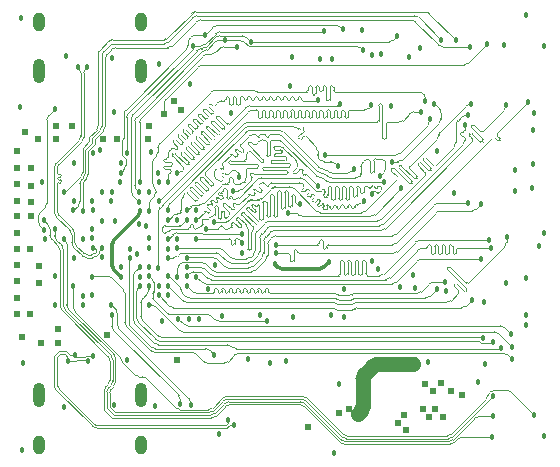
<source format=gbl>
G04 #@! TF.GenerationSoftware,KiCad,Pcbnew,7.0.1-0*
G04 #@! TF.CreationDate,2023-04-29T19:14:42+08:00*
G04 #@! TF.ProjectId,slimarm_classic_2410,736c696d-6172-46d5-9f63-6c6173736963,rev?*
G04 #@! TF.SameCoordinates,Original*
G04 #@! TF.FileFunction,Copper,L4,Bot*
G04 #@! TF.FilePolarity,Positive*
%FSLAX46Y46*%
G04 Gerber Fmt 4.6, Leading zero omitted, Abs format (unit mm)*
G04 Created by KiCad (PCBNEW 7.0.1-0) date 2023-04-29 19:14:42*
%MOMM*%
%LPD*%
G01*
G04 APERTURE LIST*
G04 #@! TA.AperFunction,ComponentPad*
%ADD10O,1.000000X2.100000*%
G04 #@! TD*
G04 #@! TA.AperFunction,ComponentPad*
%ADD11O,1.000000X1.600000*%
G04 #@! TD*
G04 #@! TA.AperFunction,ViaPad*
%ADD12C,0.457200*%
G04 #@! TD*
G04 #@! TA.AperFunction,ViaPad*
%ADD13C,0.609600*%
G04 #@! TD*
G04 #@! TA.AperFunction,Conductor*
%ADD14C,0.111760*%
G04 #@! TD*
G04 #@! TA.AperFunction,Conductor*
%ADD15C,0.101600*%
G04 #@! TD*
G04 #@! TA.AperFunction,Conductor*
%ADD16C,0.304800*%
G04 #@! TD*
G04 #@! TA.AperFunction,Conductor*
%ADD17C,1.270000*%
G04 #@! TD*
G04 APERTURE END LIST*
D10*
G04 #@! TO.P,J1,S1,SHIELD*
G04 #@! TO.N,GND*
X33530000Y-13693500D03*
D11*
X33530000Y-9513500D03*
D10*
X24890000Y-13693500D03*
D11*
X24890000Y-9513500D03*
G04 #@! TD*
D10*
G04 #@! TO.P,J4,S1,SHIELD*
G04 #@! TO.N,GND*
X24890000Y-41144250D03*
D11*
X24890000Y-45324250D03*
D10*
X33530000Y-41144250D03*
D11*
X33530000Y-45324250D03*
G04 #@! TD*
D12*
G04 #@! TO.N,GND*
X67670000Y-44590000D03*
G04 #@! TO.N,+3V3*
X42640000Y-38065000D03*
G04 #@! TO.N,+1V8*
X50350000Y-40200000D03*
G04 #@! TO.N,+5V*
X49930000Y-46050000D03*
D13*
G04 #@! TO.N,GND*
X47740000Y-43810000D03*
D12*
X44450000Y-38380000D03*
X37690000Y-14770000D03*
G04 #@! TO.N,+3V3*
X35060000Y-13060000D03*
G04 #@! TO.N,GND*
X31240000Y-17130000D03*
G04 #@! TO.N,/GPIO_G5*
X26240000Y-16950000D03*
G04 #@! TO.N,GND*
X23560000Y-38400000D03*
X23520000Y-45740000D03*
G04 #@! TO.N,+3V3*
X40190000Y-44400000D03*
X34750000Y-42030000D03*
G04 #@! TO.N,GND*
X53920000Y-12240000D03*
X53140000Y-12340000D03*
G04 #@! TO.N,/GPIO_G0*
X63340000Y-41240000D03*
G04 #@! TO.N,/GPIO_G2*
X63350000Y-42940000D03*
G04 #@! TO.N,/GPIO_G1*
X63270000Y-44720000D03*
G04 #@! TO.N,/OM0*
X66820000Y-42790000D03*
G04 #@! TO.N,+3V3*
X67650000Y-11590000D03*
G04 #@! TO.N,+1V8*
X62850000Y-11440000D03*
G04 #@! TO.N,+5V*
X66200000Y-8990000D03*
G04 #@! TO.N,+3V3*
X64280000Y-11520000D03*
X52240000Y-10210000D03*
G04 #@! TO.N,GND*
X46370000Y-12530000D03*
X23370000Y-9200000D03*
X23290000Y-16720000D03*
D13*
X23520000Y-36190000D03*
D12*
X54696000Y-16680000D03*
X43680000Y-34330000D03*
D13*
X23070000Y-31480000D03*
D12*
X66730000Y-18730000D03*
X48760000Y-12640000D03*
X31376000Y-26430000D03*
X58639177Y-20492268D03*
X39820000Y-30140000D03*
X60026000Y-23980000D03*
D13*
X55960000Y-44120000D03*
D12*
X59406000Y-32350000D03*
D13*
X26380000Y-18380000D03*
X23060000Y-24660000D03*
D12*
X62070000Y-40030000D03*
X35055471Y-31902433D03*
X34230000Y-27850000D03*
X35330000Y-34880000D03*
X67250000Y-28500000D03*
X29424738Y-32664510D03*
X42100000Y-29060000D03*
X66800000Y-17280000D03*
X34258993Y-30298967D03*
D13*
X23060000Y-30160000D03*
D12*
X25144100Y-23114000D03*
X50776000Y-34510000D03*
D13*
X23070000Y-20470000D03*
X23070000Y-27420000D03*
X23070000Y-32870000D03*
D12*
X25400000Y-27907936D03*
D13*
X23070000Y-28760000D03*
D12*
X30241007Y-23901033D03*
X62700000Y-38470000D03*
X35880443Y-32679116D03*
X27864230Y-29506074D03*
D13*
X26570000Y-36720000D03*
D12*
X56780000Y-32060000D03*
D13*
X25070000Y-36700000D03*
X36330000Y-16240000D03*
X23740000Y-18830000D03*
D12*
X33390000Y-26680000D03*
X64480000Y-31680000D03*
X66770000Y-21540000D03*
X53600000Y-30440000D03*
X62640000Y-33290000D03*
X35032800Y-22317200D03*
X29435000Y-27085000D03*
X41216000Y-17220000D03*
X57840000Y-38360000D03*
X36650000Y-27892064D03*
X50730000Y-32115900D03*
X29490000Y-20610000D03*
X46444837Y-34479227D03*
X38500000Y-34720000D03*
X26260000Y-31090000D03*
X57185000Y-11745000D03*
X55460000Y-31950000D03*
D13*
X30650000Y-36070000D03*
X27690000Y-18350000D03*
X23070000Y-25970000D03*
X55300000Y-43460000D03*
D12*
X65220000Y-23880000D03*
X27850000Y-24707936D03*
X65220000Y-22110000D03*
D13*
X23070000Y-23290000D03*
D12*
X26240000Y-33510000D03*
X31857937Y-21499999D03*
D13*
X23070000Y-21900000D03*
D12*
X33200000Y-29220000D03*
D13*
X34250000Y-18320000D03*
D12*
X66640000Y-23640000D03*
D13*
X55870000Y-42850000D03*
D12*
X66130000Y-34390000D03*
X31850001Y-30307936D03*
X46140000Y-14935900D03*
X31066321Y-23925311D03*
D13*
X23070000Y-34270000D03*
D12*
X34242064Y-23899999D03*
D13*
X36600000Y-38160000D03*
D12*
G04 #@! TO.N,/NRESET*
X32646052Y-29496052D03*
X39770000Y-37730000D03*
G04 #@! TO.N,+3V3*
X39270000Y-32115900D03*
D13*
X56690000Y-38190000D03*
D12*
X32630000Y-28730000D03*
D13*
X55120000Y-38180000D03*
X51150000Y-42270000D03*
D12*
X28660000Y-33490000D03*
D13*
X52630000Y-42390000D03*
D12*
X66130000Y-35180000D03*
X49614100Y-34380000D03*
X40430775Y-34448200D03*
D13*
X54460000Y-38860000D03*
X52200000Y-41500000D03*
D12*
X29481144Y-25457534D03*
X53133000Y-29753000D03*
X56610000Y-31000000D03*
D13*
X36920000Y-16970000D03*
X51900000Y-42740000D03*
X24850000Y-19467500D03*
D12*
X49740000Y-12640000D03*
X66140000Y-31210000D03*
D13*
X53620000Y-38220000D03*
X50320000Y-42610000D03*
D12*
X34216999Y-28655283D03*
D13*
X26560000Y-35510000D03*
D12*
X30100000Y-20340000D03*
D13*
X24160000Y-28780000D03*
D12*
X35057936Y-23099999D03*
X67721975Y-27444475D03*
X29429722Y-27870245D03*
D13*
X52940000Y-38910000D03*
X26330000Y-19480000D03*
D12*
X44890000Y-30060000D03*
X34010000Y-26810000D03*
D13*
X24920000Y-31630000D03*
D12*
X56290000Y-12480000D03*
X38258993Y-25498967D03*
X33439203Y-31119262D03*
X49510000Y-29830000D03*
D13*
X55910000Y-38810000D03*
X34180000Y-19457500D03*
D12*
X45860000Y-38230000D03*
D13*
G04 #@! TO.N,+5V*
X57580000Y-40190000D03*
X59780000Y-40780000D03*
X58930000Y-40140000D03*
D12*
X31310000Y-42000000D03*
D13*
X60780000Y-41110000D03*
D12*
X27070000Y-42120000D03*
X31110000Y-12560000D03*
X27230000Y-12430000D03*
D13*
X58260000Y-40800000D03*
G04 #@! TO.N,+1V8*
X35520000Y-17360000D03*
D12*
X27857936Y-21500000D03*
D13*
X24190000Y-34290000D03*
X59100000Y-43000000D03*
D12*
X30262786Y-29478576D03*
X31875262Y-31135490D03*
D13*
X24227500Y-24790000D03*
X24227500Y-21870000D03*
D12*
X31824738Y-23064510D03*
D13*
X31520000Y-19457500D03*
D12*
X28650000Y-27900000D03*
X31020245Y-24679722D03*
X33470000Y-25550000D03*
X28632800Y-32717200D03*
D13*
X24920000Y-30230000D03*
D12*
X36642065Y-26300000D03*
D13*
X58430000Y-42300000D03*
D12*
X35880000Y-28730000D03*
D13*
X57980000Y-43010000D03*
X24227500Y-25990000D03*
D12*
X34440000Y-20570000D03*
D13*
X24227500Y-23390000D03*
D12*
X29425249Y-24684184D03*
X30293201Y-26357527D03*
X32360000Y-38170000D03*
X37620000Y-34680000D03*
D13*
X30330000Y-19457500D03*
X57450000Y-42310000D03*
D12*
G04 #@! TO.N,/BUS_DAT6*
X53776000Y-22590000D03*
X41840000Y-22690000D03*
G04 #@! TO.N,/BUS_DAT1*
X41320000Y-23870000D03*
X48580000Y-23390000D03*
G04 #@! TO.N,/DRAM_DQML*
X55580000Y-23620000D03*
X46050000Y-25720000D03*
G04 #@! TO.N,/BUS_DAT5*
X53090000Y-24070000D03*
X38253947Y-26296053D03*
G04 #@! TO.N,/BUS_DAT0*
X39070000Y-27090000D03*
X47014413Y-24945587D03*
G04 #@! TO.N,/BUS_ADR24*
X44990000Y-29140000D03*
X38243666Y-27885496D03*
X42096000Y-28250000D03*
X62360000Y-24980000D03*
G04 #@! TO.N,/BUS_ADR12*
X39710000Y-26490000D03*
X61490000Y-16500000D03*
G04 #@! TO.N,/BUS_ADR4*
X62340000Y-29610000D03*
X38257936Y-31099999D03*
G04 #@! TO.N,/DRAM_DQMU*
X58406000Y-16480000D03*
X54810000Y-21370000D03*
G04 #@! TO.N,/BUS_DAT12*
X50425000Y-16525000D03*
X36650000Y-22307935D03*
G04 #@! TO.N,/BUS_DAT7*
X37457936Y-25499999D03*
X54170000Y-23120000D03*
G04 #@! TO.N,/BUS_DAT4*
X52420000Y-24670000D03*
X37450000Y-26307935D03*
G04 #@! TO.N,/BUS_ADR7*
X37450001Y-29492064D03*
X64450000Y-16610000D03*
G04 #@! TO.N,/BUS_ADR3*
X63180000Y-28710000D03*
X37422425Y-31061794D03*
G04 #@! TO.N,/DRAM_NSCAS*
X37450000Y-31907935D03*
X59290000Y-31550000D03*
G04 #@! TO.N,/BUS_DAT14*
X48586000Y-16180000D03*
X35849999Y-23107936D03*
G04 #@! TO.N,/BUS_DAT10*
X53075000Y-16600000D03*
X35057935Y-24700000D03*
G04 #@! TO.N,/BUS_DAT2*
X50230000Y-21770000D03*
X35850001Y-25492064D03*
G04 #@! TO.N,/BUS_ADR10*
X61270000Y-17460000D03*
X36650000Y-28707935D03*
G04 #@! TO.N,/BUS_ADR5*
X36650000Y-31107935D03*
X66356000Y-16320000D03*
G04 #@! TO.N,/BUS_ADR1*
X35865816Y-31875249D03*
X64510000Y-27770000D03*
G04 #@! TO.N,/DRAM_SCKE*
X58000000Y-17780000D03*
X49156000Y-20810000D03*
G04 #@! TO.N,/BUS_DAT3*
X51576000Y-22020000D03*
X35830000Y-26280000D03*
G04 #@! TO.N,/BUS_ADR23*
X42100000Y-27470000D03*
X35849999Y-27907936D03*
X61240000Y-24880000D03*
X45000000Y-28400000D03*
G04 #@! TO.N,/BUS_ADR11*
X37450000Y-30307935D03*
X63018660Y-28008660D03*
G04 #@! TO.N,/BUS_NWE*
X58640000Y-32130000D03*
X35830369Y-31070978D03*
G04 #@! TO.N,/BUS_DAT8*
X34280000Y-25540000D03*
X57650000Y-16260000D03*
G04 #@! TO.N,/DRAM_SCLK*
X35020000Y-30340000D03*
X57300000Y-17140000D03*
G04 #@! TO.N,/DRAM_CS*
X35057936Y-32700000D03*
X61550000Y-33080000D03*
G04 #@! TO.N,/BUS_ADR9*
X35857935Y-29500000D03*
X61000000Y-18230000D03*
G04 #@! TO.N,/BUS_NWAIT*
X44240000Y-34854100D03*
X34248967Y-31091007D03*
G04 #@! TO.N,/JTAG_NTRST*
X52400000Y-11940000D03*
X40650000Y-11110000D03*
X33398331Y-23968776D03*
G04 #@! TO.N,/JTAG_TCK*
X33390000Y-24770000D03*
X42840000Y-11200000D03*
X55225000Y-10765000D03*
G04 #@! TO.N,/JTAG_TDI*
X49025000Y-10275000D03*
X32344100Y-20630000D03*
X37950000Y-11580000D03*
G04 #@! TO.N,/JTAG_TMS*
X50640000Y-10140000D03*
X38970000Y-10650000D03*
X31842065Y-22300000D03*
G04 #@! TO.N,/JTAG_TDO*
X41700000Y-11620000D03*
X33442064Y-23100001D03*
G04 #@! TO.N,/USB_DP*
X30234640Y-28692855D03*
X28210000Y-13370000D03*
G04 #@! TO.N,/USB_DN*
X28960000Y-13380000D03*
X29457936Y-28700000D03*
G04 #@! TO.N,/GPIO_G0*
X27050000Y-27907935D03*
G04 #@! TO.N,/GPIO_G2*
X26250000Y-27107936D03*
G04 #@! TO.N,/GPIO_G1*
X25330000Y-26350000D03*
G04 #@! TO.N,/NAND_ALE*
X63370000Y-36660000D03*
X33450000Y-31907936D03*
G04 #@! TO.N,/NAND_NFWE*
X62500000Y-36310000D03*
X34243666Y-31914504D03*
G04 #@! TO.N,/NAND_NFRE*
X64980000Y-37060000D03*
X34253948Y-33496052D03*
G04 #@! TO.N,/NAND_NFCE*
X36720000Y-34670000D03*
X64910000Y-35990000D03*
G04 #@! TO.N,/NAND_CLE*
X64080000Y-37130000D03*
X33439203Y-30280738D03*
G04 #@! TO.N,/SPI0_CLK*
X61460000Y-11660000D03*
X28649999Y-25507936D03*
G04 #@! TO.N,/NAND_RNB*
X64940000Y-38050000D03*
X29453948Y-31096052D03*
G04 #@! TO.N,/SPI0_MISO*
X58980000Y-11060000D03*
X27842065Y-25500000D03*
G04 #@! TO.N,/SPI0_MOSI*
X27057935Y-23899999D03*
X60210000Y-11060000D03*
G04 #@! TO.N,/CH_DP*
X27945000Y-37755000D03*
X41400000Y-43640000D03*
X29530000Y-37790000D03*
G04 #@! TO.N,/CH_DN*
X27410000Y-38220000D03*
X29060000Y-38210000D03*
X40940000Y-43220000D03*
G04 #@! TO.N,/OM0*
X27846052Y-31903948D03*
G04 #@! TO.N,/UART_TX*
X37790000Y-41950000D03*
X31050001Y-33492063D03*
G04 #@! TO.N,/UART_RX*
X31070000Y-34370000D03*
X36890000Y-41900000D03*
G04 #@! TO.N,/GPIO_G5*
X25320000Y-27140000D03*
G04 #@! TD*
D14*
G04 #@! TO.N,/CH_DP*
X29530000Y-37790000D02*
X29521480Y-37798520D01*
X29521480Y-37798520D02*
X28889559Y-37798520D01*
X28889559Y-37798520D02*
X28796839Y-37891240D01*
X28796839Y-37891240D02*
X28081240Y-37891240D01*
X27945000Y-37755000D02*
X28081240Y-37891240D01*
G04 #@! TO.N,/CH_DN*
X27410000Y-38220000D02*
X28061921Y-38220000D01*
X28061921Y-38220000D02*
X28151921Y-38130000D01*
X28151921Y-38130000D02*
X28980000Y-38130000D01*
X28980000Y-38130000D02*
X29060000Y-38210000D01*
X26728898Y-37678760D02*
X27118760Y-37678760D01*
X27410000Y-37970000D02*
X27410000Y-38220000D01*
X27118760Y-37678760D02*
X27410000Y-37970000D01*
X40940000Y-43269580D02*
X40938284Y-43336234D01*
X40938284Y-43336234D02*
X40903786Y-43465002D01*
X40940000Y-43220000D02*
X40940000Y-43269580D01*
X40837136Y-43580452D02*
X40791210Y-43628790D01*
X40903786Y-43465002D02*
X40837136Y-43580452D01*
X40730000Y-43690000D02*
X29920420Y-43690000D01*
X40791210Y-43628790D02*
X40730000Y-43690000D01*
X29920420Y-43690000D02*
X29853766Y-43688284D01*
X29853766Y-43688284D02*
X29724998Y-43653786D01*
X29724998Y-43653786D02*
X29609548Y-43587136D01*
X29609548Y-43587136D02*
X29561210Y-43541210D01*
X29561210Y-43541210D02*
X26628790Y-40608790D01*
X26628790Y-40608790D02*
X26582876Y-40560443D01*
X26582876Y-40560443D02*
X26516228Y-40444996D01*
X26516228Y-40444996D02*
X26481731Y-40316232D01*
X26481731Y-40316232D02*
X26480000Y-40249580D01*
X26480000Y-40249580D02*
X26480000Y-37927658D01*
X26480000Y-37927658D02*
X26728898Y-37678760D01*
G04 #@! TO.N,/CH_DP*
X29462309Y-43779973D02*
G75*
G03*
X29821522Y-43928760I359191J359173D01*
G01*
X29462312Y-43779970D02*
X26358790Y-40676448D01*
X26209974Y-40317238D02*
G75*
G03*
X26358790Y-40676448I508026J38D01*
G01*
X41400000Y-43640000D02*
X41328078Y-43640000D01*
X41328078Y-43639985D02*
G75*
G03*
X40968868Y-43788790I22J-508015D01*
G01*
X40968868Y-43788790D02*
X40828898Y-43928760D01*
X40828898Y-43928760D02*
X29821522Y-43928760D01*
X26210000Y-37860000D02*
X26630000Y-37440000D01*
X27217658Y-37440000D02*
X27532658Y-37755000D01*
X26210000Y-40317238D02*
X26210000Y-37860000D01*
X26630000Y-37440000D02*
X27217658Y-37440000D01*
X27532658Y-37755000D02*
X27945000Y-37755000D01*
D15*
G04 #@! TO.N,/GPIO_G1*
X30794010Y-40185990D02*
X30595190Y-40384810D01*
X30794020Y-40186000D02*
G75*
G03*
X30942800Y-39826780I-359220J359200D01*
G01*
X25843615Y-27593180D02*
G75*
G03*
X25992390Y-27952390I507985J-20D01*
G01*
X26701436Y-33563350D02*
G75*
G03*
X26850190Y-33922560I507964J-50D01*
G01*
X47344600Y-42074580D02*
G75*
G03*
X46985380Y-41925800I-359200J-359220D01*
G01*
X26701385Y-28871820D02*
G75*
G03*
X26552610Y-28512610I-507985J20D01*
G01*
X25992390Y-27952390D02*
X26552610Y-28512610D01*
X30595180Y-40384800D02*
G75*
G03*
X30446400Y-40744020I359220J-359200D01*
G01*
X31088600Y-43058600D02*
X39530980Y-43058600D01*
X60717000Y-44720001D02*
G75*
G03*
X60357790Y-44868790I0J-507999D01*
G01*
X30446400Y-42416400D02*
X31088600Y-43058600D01*
X39530980Y-43058585D02*
G75*
G03*
X39890190Y-42909810I20J507985D01*
G01*
X41084620Y-41925815D02*
G75*
G03*
X40725410Y-42074590I-20J-507985D01*
G01*
X26850190Y-33922560D02*
X30794010Y-37866380D01*
X41084620Y-41925800D02*
X46985380Y-41925800D01*
X50409600Y-45139620D02*
G75*
G03*
X50768820Y-45288400I359200J359220D01*
G01*
X59727759Y-45288371D02*
G75*
G03*
X60086969Y-45139611I41J507971D01*
G01*
X30942806Y-38225590D02*
G75*
G03*
X30794009Y-37866381I-508006J-10D01*
G01*
X25843600Y-27074020D02*
X25843600Y-27593180D01*
X26701400Y-28871820D02*
X26701400Y-33563350D01*
X25843585Y-27074020D02*
G75*
G03*
X25694810Y-26714810I-507985J20D01*
G01*
X30942800Y-38225590D02*
X30942800Y-39826780D01*
X30446400Y-40744020D02*
X30446400Y-42416400D01*
X25330000Y-26350000D02*
X25694810Y-26714810D01*
X39890190Y-42909810D02*
X40725410Y-42074590D01*
X47344590Y-42074590D02*
X50409610Y-45139610D01*
X50768820Y-45288400D02*
X59727759Y-45288400D01*
X60086969Y-45139611D02*
X60357790Y-44868790D01*
X60717000Y-44720000D02*
X63270000Y-44720000D01*
G04 #@! TO.N,/GPIO_G2*
X26989985Y-28800420D02*
G75*
G03*
X26841210Y-28441210I-507985J20D01*
G01*
X31171400Y-38130901D02*
X31171400Y-39921470D01*
X40989931Y-41697223D02*
G75*
G03*
X40630722Y-41845991I-31J-507977D01*
G01*
X59633070Y-45059778D02*
G75*
G03*
X59992280Y-44911010I30J507978D01*
G01*
X39436290Y-42829992D02*
G75*
G03*
X39795500Y-42681210I10J507992D01*
G01*
X47439295Y-41845975D02*
G75*
G03*
X47080070Y-41697200I-359195J-359225D01*
G01*
X50504295Y-44911015D02*
G75*
G03*
X50863510Y-45059800I359205J359215D01*
G01*
X62173710Y-42940008D02*
G75*
G03*
X61814500Y-43088790I-10J-507992D01*
G01*
X26990028Y-33528661D02*
G75*
G03*
X27138790Y-33887871I507972J-39D01*
G01*
X50863510Y-45059800D02*
X59633070Y-45059800D01*
X26398790Y-27998790D02*
X26841210Y-28441210D01*
X27138790Y-33887871D02*
X31022610Y-37771691D01*
X26250000Y-27107936D02*
X26250000Y-27639580D01*
X39795500Y-42681210D02*
X40630721Y-41845990D01*
X26990000Y-28800420D02*
X26990000Y-33528661D01*
X26250015Y-27639580D02*
G75*
G03*
X26398790Y-27998790I507985J-20D01*
G01*
X30675000Y-42263027D02*
X31241973Y-42830000D01*
X31022610Y-40280680D02*
X30823790Y-40479500D01*
X31171398Y-38130901D02*
G75*
G03*
X31022609Y-37771692I-507998J1D01*
G01*
X59992280Y-44911010D02*
X61814500Y-43088790D01*
X30675000Y-40838710D02*
X30675000Y-42263027D01*
X31241973Y-42830000D02*
X39436290Y-42830000D01*
X31022625Y-40280695D02*
G75*
G03*
X31171400Y-39921470I-359225J359195D01*
G01*
X40989931Y-41697200D02*
X47080070Y-41697200D01*
X30823785Y-40479495D02*
G75*
G03*
X30675000Y-40838710I359215J-359205D01*
G01*
X47439280Y-41845990D02*
X50504300Y-44911010D01*
X62173710Y-42940000D02*
X63350000Y-42940000D01*
G04 #@! TO.N,/GPIO_G0*
X27270031Y-28338355D02*
G75*
G03*
X27121210Y-27979145I-508031J-45D01*
G01*
X31251230Y-40375390D02*
G75*
G03*
X31400000Y-40016160I-359230J359190D01*
G01*
X27270022Y-33485370D02*
G75*
G03*
X27418790Y-33844580I507978J-30D01*
G01*
X47533990Y-41617370D02*
G75*
G03*
X47174760Y-41468600I-359190J-359230D01*
G01*
X39700810Y-42452610D02*
X40536030Y-41617390D01*
X31052390Y-40574190D02*
G75*
G03*
X30903600Y-40933400I359210J-359210D01*
G01*
X39341600Y-42601399D02*
G75*
G03*
X39700810Y-42452610I0J507999D01*
G01*
X27050000Y-27907935D02*
X27121210Y-27979145D01*
X40895240Y-41468629D02*
G75*
G03*
X40536030Y-41617390I-40J-507971D01*
G01*
X59897590Y-44682410D02*
X63340000Y-41240000D01*
X50598990Y-44682410D02*
G75*
G03*
X50958200Y-44831200I359210J359210D01*
G01*
X31399992Y-38036210D02*
G75*
G03*
X31251210Y-37677000I-507992J10D01*
G01*
X59538380Y-44831185D02*
G75*
G03*
X59897590Y-44682410I20J507985D01*
G01*
X27270000Y-28338355D02*
X27270000Y-33485370D01*
X27418790Y-33844580D02*
X31251210Y-37677000D01*
X31400000Y-38036210D02*
X31400000Y-40016160D01*
X31251210Y-40375370D02*
X31052390Y-40574190D01*
X30903600Y-40933400D02*
X30903600Y-42168337D01*
X40895240Y-41468600D02*
X47174760Y-41468600D01*
X30903600Y-42168337D02*
X31336663Y-42601400D01*
X47533970Y-41617390D02*
X50598990Y-44682410D01*
X31336663Y-42601400D02*
X39341600Y-42601400D01*
X50958200Y-44831200D02*
X59538380Y-44831200D01*
G04 #@! TO.N,/JTAG_NTRST*
X42324053Y-11258790D02*
X42678862Y-11613600D01*
X42678862Y-11613600D02*
X51863180Y-11613600D01*
X52222400Y-11762380D02*
G75*
G03*
X51863180Y-11613600I-359200J-359220D01*
G01*
X52222390Y-11762390D02*
X52400000Y-11940000D01*
G04 #@! TO.N,/JTAG_TMS*
X37394820Y-11855200D02*
G75*
G03*
X37543600Y-11495980I-359220J359200D01*
G01*
X32264280Y-16985700D02*
G75*
G03*
X32115500Y-17344920I359220J-359200D01*
G01*
X31966720Y-19713300D02*
G75*
G03*
X32115500Y-19354080I-359220J359200D01*
G01*
X31966710Y-19713290D02*
X31937700Y-19742300D01*
X31937700Y-19742300D02*
X31937700Y-20813222D01*
X32115551Y-22026522D02*
G75*
G03*
X32264337Y-21667308I-359251J359222D01*
G01*
X38970000Y-10650000D02*
X38160420Y-10650000D01*
X37801210Y-10798790D02*
X37692390Y-10907610D01*
X37543600Y-11266820D02*
X37543600Y-11495980D01*
X37394810Y-11855190D02*
X32264290Y-16985710D01*
X38160420Y-10650015D02*
G75*
G03*
X37801210Y-10798790I-20J-507985D01*
G01*
X32115500Y-17344920D02*
X32115500Y-19354080D01*
X37692380Y-10907600D02*
G75*
G03*
X37543600Y-11266820I359220J-359200D01*
G01*
X32264337Y-21139859D02*
X32264337Y-21667308D01*
X31937700Y-20813222D02*
X32264337Y-21139859D01*
X32115547Y-22026518D02*
X31842065Y-22300000D01*
G04 #@! TO.N,/SPI0_MOSI*
X57872913Y-8749673D02*
G75*
G03*
X57750391Y-8698929I-254013J-440027D01*
G01*
X35550391Y-11021072D02*
X35486231Y-11038261D01*
X57974013Y-8824254D02*
X57930438Y-8782883D01*
X28477610Y-22592390D02*
X27170001Y-23899999D01*
X35412954Y-11040000D02*
X31160420Y-11040000D01*
X38193835Y-8680174D02*
G75*
G03*
X38075734Y-8697304I13365J-507826D01*
G01*
X29811210Y-18647211D02*
G75*
G03*
X29960000Y-18288001I-359210J359211D01*
G01*
X35550387Y-11021056D02*
G75*
G03*
X35672913Y-10970325I-131387J490656D01*
G01*
X57983448Y-8833448D02*
G75*
G03*
X57974013Y-8824254I-364548J-364652D01*
G01*
X30113448Y-11876552D02*
G75*
G03*
X30104254Y-11885987I364652J-364548D01*
G01*
X35412954Y-11039999D02*
G75*
G03*
X35426204Y-11039826I46J504499D01*
G01*
X37941654Y-8752825D02*
G75*
G03*
X37845950Y-8824294I253946J-439875D01*
G01*
X35774013Y-10895746D02*
G75*
G03*
X35783448Y-10886552I-355113J373846D01*
G01*
X30806030Y-11184216D02*
G75*
G03*
X30796512Y-11193488I352270J-371084D01*
G01*
X29960173Y-12233796D02*
G75*
G03*
X29960000Y-12247046I504327J-13204D01*
G01*
X28477620Y-22592400D02*
G75*
G03*
X28626400Y-22233180I-359220J359200D01*
G01*
X60210000Y-11060000D02*
X57983448Y-8833448D01*
X57930438Y-8782883D02*
X57872913Y-8749674D01*
X57750391Y-8698928D02*
X57686231Y-8681739D01*
X28626400Y-20213600D02*
X28626400Y-22233180D01*
X57686231Y-8681739D02*
X57626204Y-8680173D01*
X31029611Y-11058934D02*
G75*
G03*
X30907093Y-11109687I131489J-490666D01*
G01*
X30796512Y-11193488D02*
X30113448Y-11876552D01*
X30029673Y-11987087D02*
G75*
G03*
X29978929Y-12109609I440027J-254013D01*
G01*
X29180000Y-19660000D02*
X28626400Y-20213600D01*
X57612954Y-8680000D02*
X38200420Y-8680000D01*
X37841210Y-8828790D02*
X35783448Y-10886552D01*
X57626204Y-8680173D02*
G75*
G03*
X57612954Y-8680000I-13204J-504327D01*
G01*
X38200420Y-8680000D02*
X38193835Y-8680173D01*
X38075734Y-8697303D02*
X38069613Y-8698943D01*
X31153835Y-11040174D02*
G75*
G03*
X31035734Y-11057304I13365J-507826D01*
G01*
X37947093Y-8749687D02*
X37941655Y-8752827D01*
X37845949Y-8824293D02*
X37841210Y-8828790D01*
X29811210Y-18647211D02*
X29180000Y-19278421D01*
X35774013Y-10895746D02*
X35730438Y-10937117D01*
X30849571Y-11142895D02*
X30806030Y-11184216D01*
X29960000Y-12247046D02*
X29960000Y-18288001D01*
X35730438Y-10937117D02*
X35672913Y-10970326D01*
X38069611Y-8698934D02*
G75*
G03*
X37947093Y-8749687I131489J-490666D01*
G01*
X31160420Y-11040000D02*
X31153835Y-11040173D01*
X35486231Y-11038261D02*
X35426204Y-11039827D01*
X31035734Y-11057303D02*
X31029613Y-11058943D01*
X30907093Y-11109687D02*
X30849571Y-11142895D01*
X30104254Y-11885987D02*
X30062883Y-11929562D01*
X29180000Y-19278421D02*
X29180000Y-19660000D01*
X30062883Y-11929562D02*
X30029674Y-11987087D01*
X29978928Y-12109609D02*
X29961739Y-12173769D01*
X29961739Y-12173769D02*
X29960173Y-12233796D01*
X27170001Y-23899999D02*
X27057935Y-23899999D01*
G04 #@! TO.N,/SPI0_MISO*
X30111215Y-18670505D02*
G75*
G03*
X30260000Y-18311290I-359215J359205D01*
G01*
X30408780Y-11981200D02*
G75*
G03*
X30260000Y-12340420I359220J-359200D01*
G01*
X35509580Y-11379985D02*
G75*
G03*
X35868790Y-11231210I20J507985D01*
G01*
X38310420Y-9000015D02*
G75*
G03*
X37951210Y-9148790I-20J-507985D01*
G01*
X57068790Y-9148790D02*
X58980000Y-11060000D01*
X57068800Y-9148780D02*
G75*
G03*
X56709580Y-9000000I-359200J-359220D01*
G01*
X30260000Y-18311290D02*
X30260000Y-12340420D01*
X28855000Y-20346974D02*
X29408600Y-19793373D01*
X29408600Y-19793373D02*
X29408600Y-19373110D01*
X29408600Y-19373110D02*
X30111210Y-18670500D01*
X35868790Y-11231210D02*
X37951210Y-9148790D01*
X30408790Y-11981210D02*
X31010000Y-11380000D01*
X31010000Y-11380000D02*
X35509580Y-11380000D01*
X38310420Y-9000000D02*
X56709580Y-9000000D01*
G04 #@! TO.N,/SPI0_CLK*
X30401220Y-18703800D02*
G75*
G03*
X30550000Y-18344580I-359220J359200D01*
G01*
X58781610Y-11511230D02*
G75*
G03*
X59140840Y-11660000I359190J359230D01*
G01*
X31434564Y-11709975D02*
G75*
G03*
X31075354Y-11858790I36J-508025D01*
G01*
X29637200Y-19888062D02*
X29637200Y-19467800D01*
X30698808Y-12235372D02*
G75*
G03*
X30550000Y-12594564I359192J-359228D01*
G01*
X35840000Y-11709999D02*
G75*
G03*
X36199210Y-11561210I0J507999D01*
G01*
X38600840Y-9370029D02*
G75*
G03*
X38241630Y-9518790I-40J-507971D01*
G01*
X29637200Y-19467800D02*
X30401210Y-18703790D01*
X56789210Y-9518790D02*
G75*
G03*
X56430000Y-9370000I-359210J-359210D01*
G01*
X30698790Y-12235354D02*
X31075354Y-11858790D01*
X30550000Y-18344580D02*
X30550000Y-12594564D01*
X29083600Y-20441662D02*
X29637200Y-19888062D01*
X36199210Y-11561210D02*
X38241630Y-9518790D01*
X31434564Y-11710000D02*
X35840000Y-11710000D01*
X38600840Y-9370000D02*
X56430000Y-9370000D01*
X56789210Y-9518790D02*
X58781630Y-11511210D01*
X59140840Y-11660000D02*
X61460000Y-11660000D01*
X28934831Y-22781789D02*
G75*
G03*
X29083600Y-22422558I-359231J359189D01*
G01*
X28798788Y-22917790D02*
G75*
G03*
X28649999Y-23277000I359212J-359210D01*
G01*
X28649999Y-25507936D02*
X28649999Y-23277000D01*
X28798788Y-22917790D02*
X28934810Y-22781768D01*
X29083600Y-22422558D02*
X29083600Y-20441662D01*
G04 #@! TO.N,/SPI0_MISO*
X28242244Y-25099824D02*
G75*
G03*
X28391033Y-24740612I-359244J359224D01*
G01*
X28855000Y-22327869D02*
X28855000Y-20346974D01*
X28539841Y-22853486D02*
G75*
G03*
X28391033Y-23212677I359159J-359214D01*
G01*
X28391033Y-24740612D02*
X28391033Y-23212677D01*
X28706226Y-22687095D02*
G75*
G03*
X28855000Y-22327869I-359226J359195D01*
G01*
X27842065Y-25500000D02*
X28242243Y-25099823D01*
X28539822Y-22853467D02*
X28706210Y-22687079D01*
G04 #@! TO.N,/JTAG_TCK*
X32750515Y-23920080D02*
G75*
G03*
X32899290Y-24279290I507985J-20D01*
G01*
G04 #@! TO.N,/JTAG_NTRST*
X33184468Y-17555560D02*
G75*
G03*
X33035664Y-17914756I359232J-359240D01*
G01*
X33035683Y-23395689D02*
G75*
G03*
X33184454Y-23754899I508017J-11D01*
G01*
X33035664Y-23395689D02*
X33035664Y-17914756D01*
X38788959Y-12037170D02*
G75*
G03*
X39148169Y-11888410I41J507970D01*
G01*
X40137000Y-11110001D02*
G75*
G03*
X39777790Y-11258790I0J-507999D01*
G01*
X40137000Y-11110000D02*
X40650000Y-11110000D01*
X33398331Y-23968776D02*
X33184454Y-23754899D01*
X33184454Y-17555546D02*
X38702800Y-12037200D01*
X38702800Y-12037200D02*
X38788959Y-12037200D01*
X39148169Y-11888410D02*
X39777790Y-11258790D01*
G04 #@! TO.N,/JTAG_TCK*
X42492400Y-10852380D02*
G75*
G03*
X42133180Y-10703600I-359200J-359220D01*
G01*
X32750500Y-17699920D02*
X32750500Y-23920080D01*
X40220110Y-10703608D02*
G75*
G03*
X39860900Y-10852390I-10J-507992D01*
G01*
X38694270Y-11808578D02*
G75*
G03*
X39053480Y-11659810I30J507978D01*
G01*
X38641820Y-11808615D02*
G75*
G03*
X38282610Y-11957390I-20J-507985D01*
G01*
X32899280Y-17340700D02*
G75*
G03*
X32750500Y-17699920I359220J-359200D01*
G01*
X42133180Y-10703600D02*
X40220110Y-10703600D01*
X39860900Y-10852390D02*
X39053480Y-11659810D01*
X38282610Y-11957390D02*
X32899290Y-17340710D01*
X42840000Y-11200000D02*
X42492390Y-10852390D01*
X38694270Y-11808600D02*
X38641820Y-11808600D01*
X32899290Y-24279290D02*
X33390000Y-24770000D01*
G04 #@! TO.N,/JTAG_TDO*
X40570420Y-11620015D02*
G75*
G03*
X40211210Y-11768790I-20J-507985D01*
G01*
X39503780Y-12265785D02*
G75*
G03*
X39862990Y-12117010I20J507985D01*
G01*
X39194620Y-12265815D02*
G75*
G03*
X38835410Y-12414590I-20J-507985D01*
G01*
G04 #@! TO.N,+1V8*
X35668780Y-16081200D02*
G75*
G03*
X35520000Y-16440420I359220J-359200D01*
G01*
X38770420Y-13190015D02*
G75*
G03*
X38411210Y-13338790I-20J-507985D01*
G01*
G04 #@! TO.N,/JTAG_TDO*
X39194620Y-12265800D02*
X39503780Y-12265800D01*
X39862990Y-12117010D02*
X40211210Y-11768790D01*
X41700000Y-11620000D02*
X40570420Y-11620000D01*
X33590868Y-17659160D02*
G75*
G03*
X33442064Y-18018356I359232J-359240D01*
G01*
X38835410Y-12414590D02*
X33590854Y-17659146D01*
X33442064Y-18018356D02*
X33442064Y-23100001D01*
G04 #@! TO.N,+1V8*
X60889580Y-13189985D02*
G75*
G03*
X61248790Y-13041210I20J507985D01*
G01*
X35668790Y-16081210D02*
X38411210Y-13338790D01*
X38770420Y-13190000D02*
X60889580Y-13190000D01*
X35520000Y-17360000D02*
X35520000Y-16440420D01*
X61248790Y-13041210D02*
X62850000Y-11440000D01*
G04 #@! TO.N,/JTAG_TDI*
X32492880Y-17247100D02*
G75*
G03*
X32344100Y-17606320I359220J-359200D01*
G01*
X37950000Y-11580000D02*
X37950000Y-11790000D01*
X37950000Y-11790000D02*
X32492890Y-17247110D01*
X32344100Y-17606320D02*
X32344100Y-20630000D01*
G04 #@! TO.N,/UART_TX*
X37789985Y-41810420D02*
G75*
G03*
X37641210Y-41451210I-507985J20D01*
G01*
X31560015Y-35159580D02*
G75*
G03*
X31708790Y-35518790I507985J-20D01*
G01*
X31560012Y-34212482D02*
G75*
G03*
X31411210Y-33853272I-508012J-18D01*
G01*
G04 #@! TO.N,/OM0*
X59443690Y-44602592D02*
G75*
G03*
X59802900Y-44453810I10J507992D01*
G01*
X64908800Y-40878780D02*
G75*
G03*
X64549580Y-40730000I-359200J-359220D01*
G01*
X36507600Y-42207620D02*
G75*
G03*
X36866820Y-42356400I359200J359220D01*
G01*
X50693685Y-44453805D02*
G75*
G03*
X51052890Y-44602600I359215J359205D01*
G01*
X27846044Y-33738132D02*
G75*
G03*
X27994842Y-34097342I508056J32D01*
G01*
X63485683Y-40729989D02*
G75*
G03*
X63126473Y-40878790I17J-508011D01*
G01*
X62784815Y-41471905D02*
G75*
G03*
X62933600Y-41112690I-359215J359205D01*
G01*
X34008800Y-39708780D02*
G75*
G03*
X33649580Y-39560000I-359200J-359220D01*
G01*
X33026481Y-39411202D02*
G75*
G03*
X33385683Y-39560000I359219J359202D01*
G01*
X47628685Y-41388765D02*
G75*
G03*
X47269450Y-41240000I-359185J-359235D01*
G01*
X40800551Y-41239966D02*
G75*
G03*
X40441341Y-41388790I49J-508034D01*
G01*
X39263310Y-42356406D02*
G75*
G03*
X39622519Y-42207609I-10J508006D01*
G01*
X31953585Y-38266520D02*
G75*
G03*
X31804810Y-37907310I-507985J20D01*
G01*
G04 #@! TO.N,/UART_RX*
X36889985Y-41520420D02*
G75*
G03*
X36741210Y-41161210I-507985J20D01*
G01*
X31070015Y-35279580D02*
G75*
G03*
X31218790Y-35638790I507985J-20D01*
G01*
G04 #@! TO.N,/GPIO_G5*
X24880015Y-26489580D02*
G75*
G03*
X25028790Y-26848790I507985J-20D01*
G01*
X25738780Y-17451200D02*
G75*
G03*
X25590000Y-17810420I359220J-359200D01*
G01*
X25441220Y-25248800D02*
G75*
G03*
X25590000Y-24889580I-359220J359200D01*
G01*
X25028780Y-25661200D02*
G75*
G03*
X24880000Y-26020420I359220J-359200D01*
G01*
D16*
G04 #@! TO.N,+1V8*
X31129995Y-30179808D02*
G75*
G03*
X31278790Y-30539018I508005J8D01*
G01*
X31278780Y-28001200D02*
G75*
G03*
X31130000Y-28360420I359220J-359200D01*
G01*
X33321220Y-25958800D02*
G75*
G03*
X33470000Y-25599580I-359220J359200D01*
G01*
D14*
G04 #@! TO.N,/USB_DN*
X28559973Y-19637691D02*
G75*
G03*
X28708760Y-19278478I-359173J359191D01*
G01*
X28857561Y-13482461D02*
G75*
G03*
X28708760Y-13841660I359239J-359239D01*
G01*
G04 #@! TO.N,/USB_DP*
X28321220Y-19538800D02*
G75*
G03*
X28470000Y-19179580I-359220J359200D01*
G01*
X28469985Y-13840420D02*
G75*
G03*
X28321210Y-13481210I-507985J20D01*
G01*
D15*
G04 #@! TO.N,/JTAG_TMS*
X50488800Y-9988780D02*
G75*
G03*
X50129580Y-9840000I-359200J-359220D01*
G01*
X39990420Y-9840015D02*
G75*
G03*
X39631210Y-9988790I-20J-507985D01*
G01*
G04 #@! TO.N,/JTAG_TDI*
X38599580Y-11579985D02*
G75*
G03*
X38958790Y-11431210I20J507985D01*
G01*
X40230420Y-10370015D02*
G75*
G03*
X39871210Y-10518790I-20J-507985D01*
G01*
G04 #@! TO.N,/JTAG_TCK*
X54579580Y-11199985D02*
G75*
G03*
X54938790Y-11051210I20J507985D01*
G01*
G04 #@! TO.N,/JTAG_NTRST*
X42324032Y-11258811D02*
G75*
G03*
X41964843Y-11110000I-359232J-359189D01*
G01*
G04 #@! TO.N,/BUS_NWAIT*
X34632398Y-31573268D02*
G75*
G03*
X34581651Y-31450756I-490798J-131532D01*
G01*
X34578118Y-31444638D02*
G75*
G03*
X34507787Y-31350132I-439918J-253962D01*
G01*
X39775300Y-34705320D02*
G75*
G03*
X40134520Y-34854100I359200J359220D01*
G01*
X39482400Y-34412380D02*
G75*
G03*
X39123180Y-34263600I-359200J-359220D01*
G01*
D16*
G04 #@! TO.N,+3V3*
X48709580Y-30419985D02*
G75*
G03*
X49068790Y-30271210I20J507985D01*
G01*
X45101200Y-30271220D02*
G75*
G03*
X45460420Y-30420000I359200J359220D01*
G01*
D17*
X53540420Y-38520015D02*
G75*
G03*
X53181210Y-38668790I-20J-507985D01*
G01*
X52191220Y-42448800D02*
G75*
G03*
X52340000Y-42089580I-359220J359200D01*
G01*
X52488780Y-39361200D02*
G75*
G03*
X52340000Y-39720420I359220J-359200D01*
G01*
D16*
G04 #@! TO.N,+1V8*
X33470000Y-25550000D02*
X33470000Y-25599580D01*
X33321210Y-25958790D02*
X31278790Y-28001210D01*
X31130000Y-28360420D02*
X31130000Y-30179808D01*
X31278790Y-30539018D02*
X31875262Y-31135490D01*
D15*
G04 #@! TO.N,/GPIO_G5*
X25320000Y-27140000D02*
X25028790Y-26848790D01*
X24880000Y-26489580D02*
X24880000Y-26020420D01*
X25738790Y-17451210D02*
X26240000Y-16950000D01*
X25028790Y-25661210D02*
X25441210Y-25248790D01*
X25590000Y-24889580D02*
X25590000Y-17810420D01*
G04 #@! TO.N,/OM0*
X27846052Y-31903948D02*
X27846052Y-33738132D01*
X51052890Y-44602600D02*
X59443690Y-44602600D01*
X59802900Y-44453810D02*
X62784810Y-41471900D01*
X62933600Y-41112690D02*
X62933600Y-41071663D01*
X27994842Y-34097342D02*
X31804810Y-37907310D01*
X31953600Y-38266520D02*
X31953600Y-38338337D01*
X31953600Y-38338337D02*
X33026473Y-39411210D01*
X33385683Y-39560000D02*
X33649580Y-39560000D01*
X39622520Y-42207610D02*
X40441341Y-41388790D01*
X34008790Y-39708790D02*
X36507610Y-42207610D01*
X40800551Y-41240000D02*
X47269450Y-41240000D01*
X47628660Y-41388790D02*
X50693680Y-44453810D01*
X36866820Y-42356400D02*
X39263310Y-42356400D01*
X62933600Y-41071663D02*
X63126473Y-40878790D01*
X63485683Y-40730000D02*
X64549580Y-40730000D01*
X64908790Y-40878790D02*
X66820000Y-42790000D01*
G04 #@! TO.N,/UART_TX*
X37790000Y-41950000D02*
X37790000Y-41810420D01*
X37641210Y-41451210D02*
X31708790Y-35518790D01*
X31560000Y-35159580D02*
X31560000Y-34212482D01*
X31411210Y-33853272D02*
X31050001Y-33492063D01*
G04 #@! TO.N,/UART_RX*
X36741210Y-41161210D02*
X31218790Y-35638790D01*
X36890000Y-41900000D02*
X36890000Y-41520420D01*
X31070000Y-35279580D02*
X31070000Y-34370000D01*
G04 #@! TO.N,/NRESET*
X32571400Y-35031400D02*
X32580000Y-35040000D01*
X32580000Y-35040000D02*
X32580000Y-35223290D01*
X32580000Y-35223290D02*
X34399565Y-37042855D01*
X32571400Y-29570704D02*
X32571400Y-35031400D01*
X34758775Y-37191645D02*
X39021225Y-37191645D01*
X39380435Y-37340435D02*
X39770000Y-37730000D01*
X32646052Y-29496052D02*
X32571400Y-29570704D01*
X39380413Y-37340457D02*
G75*
G03*
X39021225Y-37191645I-359213J-359143D01*
G01*
X34399568Y-37042852D02*
G75*
G03*
X34758775Y-37191645I359232J359252D01*
G01*
D17*
G04 #@! TO.N,+3V3*
X52340000Y-39720420D02*
X52340000Y-42089580D01*
D15*
X56660000Y-38220000D02*
X56690000Y-38190000D01*
D16*
X45460420Y-30420000D02*
X48709580Y-30420000D01*
D17*
X53181210Y-38668790D02*
X52488790Y-39361210D01*
D15*
X52940000Y-38910000D02*
X53040000Y-38810000D01*
D17*
X52191210Y-42448790D02*
X51900000Y-42740000D01*
D16*
X49068790Y-30271210D02*
X49510000Y-29830000D01*
X44890000Y-30060000D02*
X45101210Y-30271210D01*
D17*
X56550000Y-38520000D02*
X53540420Y-38520000D01*
D15*
G04 #@! TO.N,/BUS_DAT6*
X44236400Y-19246400D02*
X44334800Y-19246400D01*
X48840420Y-22340000D02*
X48885580Y-22340000D01*
X40461051Y-21458946D02*
X41150000Y-20770000D01*
X43751200Y-19040000D02*
X44030000Y-19040000D01*
X53420020Y-21140000D02*
X53879580Y-21140000D01*
X40245526Y-21890000D02*
X40317368Y-21961842D01*
X40423158Y-22577632D02*
X40495000Y-22649474D01*
X41747363Y-20720784D02*
X41581051Y-20554472D01*
X42012105Y-19907893D02*
X42012105Y-19907892D01*
X41796579Y-20338947D02*
X41998245Y-20540613D01*
X49722820Y-22756400D02*
X51703180Y-22756400D01*
X43446400Y-19246400D02*
X43544800Y-19246400D01*
X42012105Y-19907892D02*
X42731210Y-19188790D01*
X44541200Y-19040000D02*
X45119580Y-19040000D01*
X40638686Y-22362105D02*
X40638686Y-22362106D01*
X45478790Y-19188790D02*
X48481210Y-22191210D01*
X41359580Y-22060000D02*
X41300000Y-22060000D01*
X40340000Y-23020000D02*
X40290420Y-23020000D01*
X40710529Y-22433948D02*
X40638686Y-22362105D01*
X52062390Y-22607610D02*
X52105605Y-22564395D01*
X40461052Y-21458945D02*
X40461051Y-21458946D01*
X54157117Y-22250438D02*
X53817555Y-22590000D01*
X41581051Y-20338946D02*
X41581053Y-20338947D01*
X42213772Y-20325086D02*
X42012105Y-20123419D01*
X49244790Y-22488790D02*
X49363610Y-22607610D01*
X41850000Y-22340000D02*
X41718790Y-22208790D01*
X40532895Y-21961841D02*
X40532894Y-21961842D01*
X39740000Y-22469580D02*
X39740000Y-22390420D01*
X52328790Y-21411210D02*
X52451210Y-21288790D01*
X41365526Y-20770000D02*
X41531837Y-20936311D01*
X41840000Y-22690000D02*
X41840000Y-22350000D01*
X52180000Y-22384790D02*
X52180000Y-21770420D01*
X40495000Y-22865000D02*
X40340000Y-23020000D01*
X39931210Y-22871210D02*
X39888790Y-22828790D01*
X53817555Y-22590000D02*
X53776000Y-22590000D01*
X54260000Y-21310000D02*
X54260000Y-21939580D01*
X41747363Y-20720783D02*
X41747363Y-20720784D01*
X39888790Y-22031210D02*
X40030000Y-21890000D01*
X40532894Y-21746315D02*
X40461051Y-21674472D01*
X40532894Y-21746314D02*
X40532894Y-21746315D01*
X43090420Y-19040000D02*
X43240000Y-19040000D01*
X40423158Y-22362106D02*
X40423159Y-22362105D01*
X41840000Y-22350000D02*
X41850000Y-22340000D01*
X42213771Y-20540613D02*
X42213772Y-20540613D01*
X54238790Y-21288790D02*
X54260000Y-21310000D01*
X42213772Y-20325085D02*
X42213772Y-20325086D01*
X53267620Y-22218544D02*
X53267620Y-21292400D01*
X52962820Y-21292400D02*
X52962820Y-22218544D01*
X41300000Y-22060000D02*
X40926056Y-22433947D01*
X40532916Y-21961864D02*
G75*
G03*
X40532894Y-21746314I-107816J107764D01*
G01*
X53115220Y-22370920D02*
G75*
G03*
X53267620Y-22218544I-20J152420D01*
G01*
X40638685Y-22362107D02*
G75*
G03*
X40423159Y-22362107I-107763J-107761D01*
G01*
X42213723Y-20540564D02*
G75*
G03*
X42213772Y-20325085I-107723J107764D01*
G01*
X39740015Y-22469580D02*
G75*
G03*
X39888790Y-22828790I507985J-20D01*
G01*
X44334800Y-19246400D02*
G75*
G03*
X44438000Y-19143200I0J103200D01*
G01*
X43090420Y-19040015D02*
G75*
G03*
X42731210Y-19188790I-20J-507985D01*
G01*
X44133200Y-19143200D02*
G75*
G03*
X44030000Y-19040000I-103200J0D01*
G01*
X41718800Y-22208780D02*
G75*
G03*
X41359580Y-22060000I-359200J-359220D01*
G01*
X51703180Y-22756385D02*
G75*
G03*
X52062390Y-22607610I20J507985D01*
G01*
X52105610Y-22564400D02*
G75*
G03*
X52180000Y-22384790I-179610J179600D01*
G01*
X41531838Y-20936310D02*
G75*
G03*
X41747362Y-20936310I107762J107762D01*
G01*
X52962756Y-22218544D02*
G75*
G03*
X53115220Y-22370944I152444J44D01*
G01*
X43343200Y-19143200D02*
G75*
G03*
X43240000Y-19040000I-103200J0D01*
G01*
X39888780Y-22031200D02*
G75*
G03*
X39740000Y-22390420I359220J-359200D01*
G01*
X40710537Y-22433940D02*
G75*
G03*
X40926056Y-22433947I107763J107740D01*
G01*
X44541200Y-19040000D02*
G75*
G03*
X44438000Y-19143200I0J-103200D01*
G01*
X40245525Y-21890001D02*
G75*
G03*
X40030001Y-21890001I-107762J-107762D01*
G01*
X49244800Y-22488780D02*
G75*
G03*
X48885580Y-22340000I-359200J-359220D01*
G01*
X40461043Y-21458936D02*
G75*
G03*
X40461051Y-21674472I107757J-107764D01*
G01*
X41581042Y-20338937D02*
G75*
G03*
X41581051Y-20554472I107758J-107763D01*
G01*
X40423190Y-22362136D02*
G75*
G03*
X40423158Y-22577632I107710J-107764D01*
G01*
X43544800Y-19246400D02*
G75*
G03*
X43648000Y-19143200I0J103200D01*
G01*
X44133200Y-19143200D02*
G75*
G03*
X44236400Y-19246400I103200J0D01*
G01*
X48481200Y-22191220D02*
G75*
G03*
X48840420Y-22340000I359200J359220D01*
G01*
X42012149Y-19907937D02*
G75*
G03*
X42012105Y-20123419I107751J-107763D01*
G01*
X41998246Y-20540612D02*
G75*
G03*
X42213770Y-20540612I107762J107762D01*
G01*
X53420020Y-21140020D02*
G75*
G03*
X53267620Y-21292400I-20J-152380D01*
G01*
X41747316Y-20936264D02*
G75*
G03*
X41747363Y-20720783I-107716J107764D01*
G01*
X52328780Y-21411200D02*
G75*
G03*
X52180000Y-21770420I359220J-359200D01*
G01*
X41365525Y-20770001D02*
G75*
G03*
X41150001Y-20770001I-107762J-107762D01*
G01*
X52962800Y-21292400D02*
G75*
G03*
X52810420Y-21140000I-152400J0D01*
G01*
X49363600Y-22607620D02*
G75*
G03*
X49722820Y-22756400I359200J359220D01*
G01*
X39931200Y-22871220D02*
G75*
G03*
X40290420Y-23020000I359200J359220D01*
G01*
X54157102Y-22250427D02*
G75*
G03*
X54260000Y-21939580I-431002J315127D01*
G01*
X45478800Y-19188780D02*
G75*
G03*
X45119580Y-19040000I-359200J-359220D01*
G01*
X54238800Y-21288780D02*
G75*
G03*
X53879580Y-21140000I-359200J-359220D01*
G01*
X43751200Y-19040000D02*
G75*
G03*
X43648000Y-19143200I0J-103200D01*
G01*
X43343200Y-19143200D02*
G75*
G03*
X43446400Y-19246400I103200J0D01*
G01*
X52810420Y-21140015D02*
G75*
G03*
X52451210Y-21288790I-20J-507985D01*
G01*
X41796578Y-20338948D02*
G75*
G03*
X41581054Y-20338948I-107762J-107762D01*
G01*
X40317338Y-21961872D02*
G75*
G03*
X40532894Y-21961840I107762J107772D01*
G01*
X40494962Y-22864962D02*
G75*
G03*
X40494999Y-22649475I-107762J107762D01*
G01*
G04 #@! TO.N,/BUS_DAT1*
X43880000Y-21967395D02*
X43880000Y-21952605D01*
X46190000Y-21632605D02*
X46190000Y-21687395D01*
X45842802Y-21157198D02*
X45797197Y-21202803D01*
X43062928Y-22350347D02*
X43158529Y-22445948D01*
X44650000Y-21510000D02*
X46120000Y-21510000D01*
X44850000Y-20850000D02*
X44892803Y-20892803D01*
X46441804Y-22153507D02*
X46784893Y-21810419D01*
X44912802Y-20687198D02*
X44887197Y-20712803D01*
X44922605Y-20370000D02*
X45377395Y-20370000D01*
X46120000Y-21510000D02*
X46152803Y-21542803D01*
X45452802Y-20617198D02*
X45420000Y-20650000D01*
X46152802Y-21777198D02*
X46120000Y-21810000D01*
X45420000Y-20650000D02*
X45002605Y-20650000D01*
X43394803Y-22425200D02*
X45864800Y-22425200D01*
X45980000Y-22257395D02*
X45980000Y-22210000D01*
X41320000Y-23870000D02*
X41739580Y-23870000D01*
X46441804Y-22153508D02*
X46441804Y-22153507D01*
X44850000Y-20802605D02*
X44850000Y-20850000D01*
X42098790Y-23721210D02*
X42943000Y-22877000D01*
X47000420Y-22025946D02*
X47000419Y-22025946D01*
X43970000Y-21810000D02*
X43917197Y-21862803D01*
X46662657Y-21253709D02*
X45607738Y-20198790D01*
X47307588Y-22457000D02*
X47261767Y-22411179D01*
X44810000Y-20192605D02*
X44810000Y-20310000D01*
X46120000Y-21810000D02*
X43970000Y-21810000D01*
X43970000Y-22110000D02*
X43917197Y-22057197D01*
X45880000Y-20990000D02*
X45880000Y-21067395D01*
X45864800Y-22425200D02*
X45942803Y-22347197D01*
X47477295Y-22456999D02*
X47477294Y-22457000D01*
X45880000Y-22110000D02*
X43970000Y-22110000D01*
X43062928Y-22350348D02*
X43062928Y-22350347D01*
X45857198Y-20967198D02*
X45880000Y-20990000D01*
X44582802Y-21277198D02*
X44570000Y-21290000D01*
X44570000Y-21290000D02*
X44570000Y-21377395D01*
X48580000Y-23390000D02*
X47647000Y-22457000D01*
X45490000Y-20430000D02*
X45490000Y-20527395D01*
X47000419Y-22025946D02*
X46657331Y-22369035D01*
X44810000Y-20310000D02*
X44832803Y-20332803D01*
X45467198Y-20407198D02*
X45490000Y-20430000D01*
X44607198Y-21467198D02*
X44650000Y-21510000D01*
X45248528Y-20050000D02*
X44952605Y-20050000D01*
X45980000Y-22210000D02*
X45880000Y-22110000D01*
X44982605Y-20930000D02*
X45767395Y-20930000D01*
X44862802Y-20087198D02*
X44847197Y-20102803D01*
X42943000Y-22661474D02*
X42847400Y-22565874D01*
X43374055Y-22445948D02*
X43394803Y-22425200D01*
X46811447Y-21625115D02*
X46811447Y-21612919D01*
X45707395Y-21240000D02*
X44672605Y-21240000D01*
X47261767Y-22071767D02*
X47215947Y-22025947D01*
X42847390Y-22350338D02*
G75*
G03*
X42847401Y-22565873I107810J-107762D01*
G01*
X47307589Y-22456999D02*
G75*
G03*
X47477293Y-22456999I84852J84853D01*
G01*
X45452805Y-20617201D02*
G75*
G03*
X45490000Y-20527395I-89805J89801D01*
G01*
X43062927Y-22350349D02*
G75*
G03*
X42847401Y-22350349I-107763J-107761D01*
G01*
X45002605Y-20650004D02*
G75*
G03*
X44912802Y-20687198I-5J-126996D01*
G01*
X45607724Y-20198804D02*
G75*
G03*
X45248528Y-20050000I-359224J-359196D01*
G01*
X43158530Y-22445947D02*
G75*
G03*
X43374054Y-22445947I107762J107762D01*
G01*
X44952605Y-20050004D02*
G75*
G03*
X44862802Y-20087198I-5J-126996D01*
G01*
X43880004Y-21967395D02*
G75*
G03*
X43917197Y-22057197I126996J-5D01*
G01*
X46784904Y-21810430D02*
G75*
G03*
X46811446Y-21625115I-114304J110930D01*
G01*
X44847194Y-20102800D02*
G75*
G03*
X44810000Y-20192605I89806J-89800D01*
G01*
X46189996Y-21632605D02*
G75*
G03*
X46152803Y-21542803I-126996J5D01*
G01*
X44832800Y-20332806D02*
G75*
G03*
X44922605Y-20370000I89800J89806D01*
G01*
X45857201Y-20967195D02*
G75*
G03*
X45767395Y-20930000I-89801J-89805D01*
G01*
X46152805Y-21777201D02*
G75*
G03*
X46190000Y-21687395I-89805J89801D01*
G01*
X47646953Y-22457047D02*
G75*
G03*
X47477295Y-22456999I-84853J-84853D01*
G01*
X43917194Y-21862800D02*
G75*
G03*
X43880000Y-21952605I89806J-89800D01*
G01*
X45842805Y-21157201D02*
G75*
G03*
X45880000Y-21067395I-89805J89801D01*
G01*
X47261747Y-22241453D02*
G75*
G03*
X47261767Y-22071767I-84847J84853D01*
G01*
X42942962Y-22876962D02*
G75*
G03*
X42942999Y-22661475I-107762J107762D01*
G01*
X41739580Y-23869985D02*
G75*
G03*
X42098790Y-23721210I20J507985D01*
G01*
X45942806Y-22347200D02*
G75*
G03*
X45980000Y-22257395I-89806J89800D01*
G01*
X45467201Y-20407195D02*
G75*
G03*
X45377395Y-20370000I-89801J-89805D01*
G01*
X44887194Y-20712800D02*
G75*
G03*
X44850000Y-20802605I89806J-89800D01*
G01*
X47215964Y-22025930D02*
G75*
G03*
X47000420Y-22025946I-107764J-107770D01*
G01*
X44672605Y-21240004D02*
G75*
G03*
X44582802Y-21277198I-5J-126996D01*
G01*
X46441834Y-22153538D02*
G75*
G03*
X46441806Y-22369034I107766J-107762D01*
G01*
X44570004Y-21377395D02*
G75*
G03*
X44607198Y-21467198I126996J-5D01*
G01*
X44892800Y-20892806D02*
G75*
G03*
X44982605Y-20930000I89800J89806D01*
G01*
X46441806Y-22369034D02*
G75*
G03*
X46657330Y-22369034I107762J107762D01*
G01*
X46811419Y-21612919D02*
G75*
G03*
X46662657Y-21253709I-508019J19D01*
G01*
X45707395Y-21239996D02*
G75*
G03*
X45797197Y-21202803I5J126996D01*
G01*
X47261741Y-22241447D02*
G75*
G03*
X47261767Y-22411179I84859J-84853D01*
G01*
G04 #@! TO.N,/DRAM_DQML*
X52989580Y-26000000D02*
X47240420Y-26000000D01*
X55580000Y-23620000D02*
X53348790Y-25851210D01*
X46644790Y-25720000D02*
X46050000Y-25720000D01*
X46881210Y-25851210D02*
X46824395Y-25794395D01*
X46824400Y-25794390D02*
G75*
G03*
X46644790Y-25720000I-179600J-179610D01*
G01*
X52989580Y-25999985D02*
G75*
G03*
X53348790Y-25851210I20J507985D01*
G01*
X46881200Y-25851220D02*
G75*
G03*
X47240420Y-26000000I359200J359220D01*
G01*
G04 #@! TO.N,/BUS_DAT5*
X53157805Y-23424800D02*
X53162195Y-23424800D01*
X48980000Y-24162605D02*
X48980000Y-24209475D01*
X48432705Y-23872600D02*
X48727295Y-23872600D01*
X49982000Y-24507600D02*
X49982000Y-23582400D01*
X39412178Y-25473836D02*
X39412178Y-25473837D01*
X40502800Y-24407600D02*
X40502800Y-24333200D01*
X39902427Y-24799822D02*
X39917573Y-24799822D01*
X53601659Y-23994264D02*
X53576869Y-23994264D01*
X41302900Y-24417900D02*
X41302900Y-24445700D01*
X51506000Y-23582400D02*
X51506000Y-24257600D01*
X39159318Y-25051272D02*
X39205141Y-25005450D01*
X53232802Y-23927198D02*
X53090000Y-24070000D01*
X52572800Y-23427200D02*
X52575200Y-23424800D01*
X52840000Y-23610000D02*
X52867395Y-23610000D01*
X49077198Y-23757198D02*
X49082803Y-23762803D01*
X49267198Y-24362802D02*
X49298005Y-24331995D01*
X53520000Y-23610000D02*
X53545606Y-23584394D01*
X49120000Y-23852605D02*
X49120000Y-23917395D01*
X51201200Y-24507600D02*
X51201200Y-23582400D01*
X52575200Y-23424800D02*
X52602195Y-23424800D01*
X51810800Y-24257600D02*
X51810800Y-23582400D01*
X39412178Y-25473837D02*
X39159319Y-25220977D01*
X40137198Y-24447198D02*
X40212803Y-24522803D01*
X52572800Y-23430000D02*
X52572800Y-23427200D01*
X53834698Y-23467198D02*
X53872803Y-23505303D01*
X49017198Y-24299278D02*
X49080723Y-24362803D01*
X39136407Y-25629119D02*
X39196652Y-25689364D01*
X39480000Y-24693115D02*
X39515918Y-24657197D01*
X53910000Y-23595105D02*
X53910000Y-23685923D01*
X39544552Y-25005451D02*
X39580000Y-24970003D01*
X38253947Y-26296053D02*
X38255329Y-26296053D01*
X40502800Y-23876000D02*
X40502800Y-23772400D01*
X49170525Y-24400000D02*
X49177395Y-24400000D01*
X40007376Y-24762624D02*
X40020000Y-24750000D01*
X53672605Y-23430000D02*
X53744895Y-23430000D01*
X53487067Y-23957067D02*
X53457198Y-23927198D01*
X39982802Y-24612802D02*
X39957197Y-24587197D01*
X39605720Y-24620000D02*
X39617395Y-24620000D01*
X41417200Y-24560000D02*
X41499580Y-24560000D01*
X52957198Y-23572802D02*
X53068003Y-23461997D01*
X40807600Y-23772400D02*
X40807600Y-24407600D01*
X52115600Y-23582400D02*
X52115600Y-23917600D01*
X40388500Y-24218900D02*
X40210700Y-24218900D01*
X39707198Y-24657198D02*
X39812625Y-24762625D01*
X40032605Y-24410000D02*
X40047395Y-24410000D01*
X50896400Y-23582400D02*
X50896400Y-24507600D01*
X52691998Y-23461998D02*
X52840000Y-23610000D01*
X49677200Y-23582400D02*
X49677200Y-24507600D01*
X52420400Y-23917600D02*
X52420400Y-23582400D01*
X38255329Y-26296053D02*
X38942870Y-25608512D01*
X40020000Y-24750000D02*
X40020000Y-24702605D01*
X50591600Y-24507600D02*
X50591600Y-23582400D01*
X50286800Y-23582400D02*
X50286800Y-24507600D01*
X53872802Y-23775726D02*
X53691461Y-23957067D01*
X40302605Y-24560000D02*
X40350400Y-24560000D01*
X39920000Y-24497395D02*
X39920000Y-24470000D01*
X53452605Y-23610000D02*
X53520000Y-23610000D01*
X53367395Y-23890000D02*
X53322605Y-23890000D01*
X41074300Y-24445700D02*
X41074300Y-24417900D01*
X49372400Y-24152390D02*
X49372400Y-23582400D01*
X39542802Y-24862802D02*
X39517197Y-24837197D01*
X43750420Y-22730000D02*
X47027080Y-22730000D01*
X49082802Y-24007198D02*
X49017197Y-24072803D01*
X39920000Y-24470000D02*
X39942803Y-24447197D01*
X40210700Y-23990300D02*
X40388500Y-23990300D01*
X53582803Y-23494592D02*
X53582803Y-23467197D01*
X53251998Y-23461998D02*
X53362803Y-23572803D01*
X39580000Y-24970003D02*
X39580000Y-24952605D01*
X48985105Y-23720000D02*
X48987395Y-23720000D01*
X47386290Y-22878790D02*
X48342903Y-23835403D01*
X48817098Y-23835402D02*
X48895303Y-23757197D01*
X41858790Y-24411210D02*
X43391210Y-22878790D01*
X39480000Y-24747395D02*
X39480000Y-24693115D01*
X40019996Y-24702605D02*
G75*
G03*
X39982802Y-24612802I-126996J5D01*
G01*
X51506000Y-24257600D02*
G75*
G03*
X51658400Y-24410000I152400J0D01*
G01*
X49077201Y-23757195D02*
G75*
G03*
X48987395Y-23720000I-89801J-89805D01*
G01*
X49082805Y-24007201D02*
G75*
G03*
X49120000Y-23917395I-89805J89801D01*
G01*
X39159294Y-25051248D02*
G75*
G03*
X39159319Y-25220977I84906J-84852D01*
G01*
X49017194Y-24072800D02*
G75*
G03*
X48980000Y-24162605I89806J-89800D01*
G01*
X40807600Y-23772400D02*
G75*
G03*
X40655200Y-23620000I-152400J0D01*
G01*
X39196653Y-25689363D02*
G75*
G03*
X39412177Y-25689363I107762J107762D01*
G01*
X52867395Y-23609996D02*
G75*
G03*
X52957198Y-23572802I5J126996D01*
G01*
X40807600Y-24407600D02*
G75*
G03*
X40960000Y-24560000I152400J0D01*
G01*
X47386300Y-22878780D02*
G75*
G03*
X47027080Y-22730000I-359200J-359220D01*
G01*
X39374846Y-25005451D02*
G75*
G03*
X39205142Y-25005451I-84852J-84853D01*
G01*
X50286800Y-23582400D02*
G75*
G03*
X50134400Y-23430000I-152400J0D01*
G01*
X49119996Y-23852605D02*
G75*
G03*
X49082803Y-23762803I-126996J5D01*
G01*
X40137201Y-24447195D02*
G75*
G03*
X40047395Y-24410000I-89801J-89805D01*
G01*
X39374847Y-25005450D02*
G75*
G03*
X39544552Y-25005451I84853J84850D01*
G01*
X39136400Y-25629126D02*
G75*
G03*
X38942870Y-25608512I-109800J-112074D01*
G01*
X40960000Y-24560000D02*
G75*
G03*
X41074300Y-24445700I0J114300D01*
G01*
X39579996Y-24952605D02*
G75*
G03*
X39542802Y-24862802I-126996J5D01*
G01*
X53672605Y-23430004D02*
G75*
G03*
X53582803Y-23467197I-5J-126996D01*
G01*
X50134400Y-23430000D02*
G75*
G03*
X49982000Y-23582400I0J-152400D01*
G01*
X50286800Y-24507600D02*
G75*
G03*
X50439200Y-24660000I152400J0D01*
G01*
X40350400Y-24560000D02*
G75*
G03*
X40502800Y-24407600I0J152400D01*
G01*
X49298010Y-24332000D02*
G75*
G03*
X49372400Y-24152390I-179610J179600D01*
G01*
X40032605Y-24410004D02*
G75*
G03*
X39942803Y-24447197I-5J-126996D01*
G01*
X43750420Y-22730015D02*
G75*
G03*
X43391210Y-22878790I-20J-507985D01*
G01*
X49080710Y-24362816D02*
G75*
G03*
X49170525Y-24400000I89790J89816D01*
G01*
X53322605Y-23890004D02*
G75*
G03*
X53232802Y-23927198I-5J-126996D01*
G01*
X50896400Y-23582400D02*
G75*
G03*
X50744000Y-23430000I-152400J0D01*
G01*
X53252001Y-23461995D02*
G75*
G03*
X53162195Y-23424800I-89801J-89805D01*
G01*
X41302900Y-24445700D02*
G75*
G03*
X41417200Y-24560000I114300J0D01*
G01*
X40212800Y-24522806D02*
G75*
G03*
X40302605Y-24560000I89800J89806D01*
G01*
X51658400Y-24410000D02*
G75*
G03*
X51810800Y-24257600I0J152400D01*
G01*
X48727295Y-23872596D02*
G75*
G03*
X48817098Y-23835402I5J126996D01*
G01*
X53601659Y-23994245D02*
G75*
G03*
X53691461Y-23957067I41J126945D01*
G01*
X40655200Y-23620000D02*
G75*
G03*
X40502800Y-23772400I0J-152400D01*
G01*
X51048800Y-24660000D02*
G75*
G03*
X51201200Y-24507600I0J152400D01*
G01*
X52572800Y-23430000D02*
G75*
G03*
X52420400Y-23582400I0J-152400D01*
G01*
X49677200Y-24507600D02*
G75*
G03*
X49829600Y-24660000I152400J0D01*
G01*
X49677200Y-23582400D02*
G75*
G03*
X49524800Y-23430000I-152400J0D01*
G01*
X39412178Y-25689364D02*
G75*
G03*
X39412178Y-25473836I-107778J107764D01*
G01*
X40502800Y-24333200D02*
G75*
G03*
X40388500Y-24218900I-114300J0D01*
G01*
X53362800Y-23572806D02*
G75*
G03*
X53452605Y-23610000I89800J89806D01*
G01*
X51963200Y-23430000D02*
G75*
G03*
X51810800Y-23582400I0J-152400D01*
G01*
X39812607Y-24762643D02*
G75*
G03*
X39902427Y-24799822I89793J89843D01*
G01*
X49524800Y-23430000D02*
G75*
G03*
X49372400Y-23582400I0J-152400D01*
G01*
X41499580Y-24559985D02*
G75*
G03*
X41858790Y-24411210I20J507985D01*
G01*
X39707201Y-24657195D02*
G75*
G03*
X39617395Y-24620000I-89801J-89805D01*
G01*
X39480004Y-24747395D02*
G75*
G03*
X39517197Y-24837197I126996J-5D01*
G01*
X49177395Y-24399996D02*
G75*
G03*
X49267198Y-24362802I5J126996D01*
G01*
X50896400Y-24507600D02*
G75*
G03*
X51048800Y-24660000I152400J0D01*
G01*
X51353600Y-23430000D02*
G75*
G03*
X51201200Y-23582400I0J-152400D01*
G01*
X39920004Y-24497395D02*
G75*
G03*
X39957197Y-24587197I126996J-5D01*
G01*
X53457201Y-23927195D02*
G75*
G03*
X53367395Y-23890000I-89801J-89805D01*
G01*
X49829600Y-24660000D02*
G75*
G03*
X49982000Y-24507600I0J152400D01*
G01*
X53487090Y-23957044D02*
G75*
G03*
X53576869Y-23994264I89810J89744D01*
G01*
X50744000Y-23430000D02*
G75*
G03*
X50591600Y-23582400I0J-152400D01*
G01*
X53872791Y-23775715D02*
G75*
G03*
X53910000Y-23685923I-89791J89815D01*
G01*
X39917573Y-24799796D02*
G75*
G03*
X40007376Y-24762624I27J126996D01*
G01*
X40388500Y-23990300D02*
G75*
G03*
X40502800Y-23876000I0J114300D01*
G01*
X53157805Y-23424804D02*
G75*
G03*
X53068003Y-23461997I-5J-126996D01*
G01*
X39605720Y-24620015D02*
G75*
G03*
X39515919Y-24657198I-20J-126985D01*
G01*
X52268000Y-24070000D02*
G75*
G03*
X52420400Y-23917600I0J152400D01*
G01*
X53909996Y-23595105D02*
G75*
G03*
X53872803Y-23505303I-126996J5D01*
G01*
X48980018Y-24209475D02*
G75*
G03*
X49017198Y-24299278I126982J-25D01*
G01*
X52692001Y-23461995D02*
G75*
G03*
X52602195Y-23424800I-89801J-89805D01*
G01*
X52115600Y-23917600D02*
G75*
G03*
X52268000Y-24070000I152400J0D01*
G01*
X40096400Y-24104600D02*
G75*
G03*
X40210700Y-24218900I114300J0D01*
G01*
X40210700Y-23990300D02*
G75*
G03*
X40096400Y-24104600I0J-114300D01*
G01*
X50439200Y-24660000D02*
G75*
G03*
X50591600Y-24507600I0J152400D01*
G01*
X52115600Y-23582400D02*
G75*
G03*
X51963200Y-23430000I-152400J0D01*
G01*
X48985105Y-23720004D02*
G75*
G03*
X48895303Y-23757197I-5J-126996D01*
G01*
X53834701Y-23467195D02*
G75*
G03*
X53744895Y-23430000I-89801J-89805D01*
G01*
X41188600Y-24303600D02*
G75*
G03*
X41074300Y-24417900I0J-114300D01*
G01*
X48342900Y-23835406D02*
G75*
G03*
X48432705Y-23872600I89800J89806D01*
G01*
X51506000Y-23582400D02*
G75*
G03*
X51353600Y-23430000I-152400J0D01*
G01*
X41302900Y-24417900D02*
G75*
G03*
X41188600Y-24303600I-114300J0D01*
G01*
X53545611Y-23584399D02*
G75*
G03*
X53582803Y-23494592I-89811J89799D01*
G01*
G04 #@! TO.N,/BUS_DAT0*
X43290000Y-25547395D02*
X43290000Y-25532605D01*
X43370000Y-25030000D02*
X43400000Y-25000000D01*
X43370000Y-25120000D02*
X43370000Y-25030000D01*
X42088089Y-25722481D02*
X42133912Y-25676659D01*
X43302605Y-25140000D02*
X43350000Y-25140000D01*
X42734673Y-25245604D02*
X42734673Y-25264673D01*
X41872563Y-26107714D02*
X42433810Y-26668960D01*
X41208770Y-26941210D02*
X41225980Y-26924000D01*
X45415200Y-23957987D02*
X45415200Y-25283187D01*
X43252802Y-25442802D02*
X42977197Y-25167197D01*
X43230000Y-25660000D02*
X43252803Y-25637197D01*
X43891200Y-26183187D02*
X43891200Y-24825587D01*
X46329600Y-25090587D02*
X46329600Y-24307987D01*
X46634400Y-24307987D02*
X46634400Y-24793187D01*
X42837198Y-28782802D02*
X42877875Y-28742125D01*
X42980000Y-24960000D02*
X43015916Y-24960000D01*
X42582600Y-28752600D02*
X42612803Y-28782803D01*
X43182605Y-25660000D02*
X43230000Y-25660000D01*
X43586400Y-25056400D02*
X43586400Y-26183187D01*
X45720000Y-25283187D02*
X45720000Y-23957987D01*
X44805600Y-24257987D02*
X44805600Y-25933187D01*
X46786800Y-24945587D02*
X47014413Y-24945587D01*
X43147198Y-25037198D02*
X43212803Y-25102803D01*
X42702605Y-28820000D02*
X42747395Y-28820000D01*
X44011200Y-24705587D02*
X44076000Y-24705587D01*
X42051316Y-26717521D02*
X42051316Y-26717522D01*
X43083411Y-26887507D02*
X43083411Y-26887508D01*
X44196000Y-24825587D02*
X44196000Y-25933187D01*
X40674400Y-27090000D02*
X40849560Y-27090000D01*
X42940000Y-25077395D02*
X42940000Y-25052605D01*
X43479111Y-26421097D02*
X43479111Y-26421098D01*
X46169800Y-25235587D02*
X46184600Y-25235587D01*
X42051316Y-26717522D02*
X41657035Y-26323241D01*
X43567198Y-25037198D02*
X43586400Y-25056400D01*
X44500800Y-25933187D02*
X44500800Y-24257987D01*
X41225982Y-26584589D02*
X41225980Y-26584590D01*
X43083411Y-26887508D02*
X42088090Y-25892186D01*
X41657034Y-26153536D02*
X41702857Y-26107714D01*
X43350000Y-25140000D02*
X43370000Y-25120000D01*
X42519144Y-25291426D02*
X42564967Y-25245604D01*
X43400000Y-25000000D02*
X43477395Y-25000000D01*
X42051316Y-26933050D02*
X42051316Y-26933049D01*
X41441508Y-26538769D02*
X41835789Y-26933049D01*
X42582600Y-27028171D02*
X42582600Y-28752600D01*
X40369600Y-26800000D02*
X40384400Y-26800000D01*
X43479111Y-26421098D02*
X42519145Y-25461131D01*
X43105719Y-24997198D02*
X43128743Y-25020222D01*
X41225980Y-26584590D02*
X41271802Y-26538769D01*
X42734673Y-25264673D02*
X43092803Y-25622803D01*
X46024800Y-23957987D02*
X46024800Y-25090587D01*
X42303618Y-25676659D02*
X43263585Y-26636625D01*
X39070000Y-27090000D02*
X40079600Y-27090000D01*
X42915072Y-28652323D02*
X42915072Y-27471197D01*
X45110400Y-25933187D02*
X45110400Y-23957987D01*
X41225980Y-26754296D02*
X41225981Y-26754294D01*
X42977198Y-24962802D02*
X42980000Y-24960000D01*
X43252806Y-25637200D02*
G75*
G03*
X43290000Y-25547395I-89806J89800D01*
G01*
X44011200Y-24705600D02*
G75*
G03*
X43891200Y-24825587I0J-120000D01*
G01*
X45415213Y-25283187D02*
G75*
G03*
X45567600Y-25435587I152387J-13D01*
G01*
X42612800Y-28782806D02*
G75*
G03*
X42702605Y-28820000I89800J89806D01*
G01*
X44805613Y-24257987D02*
G75*
G03*
X44653200Y-24105587I-152413J-13D01*
G01*
X46024813Y-25090587D02*
G75*
G03*
X46169800Y-25235587I144987J-13D01*
G01*
X43289996Y-25532605D02*
G75*
G03*
X43252802Y-25442802I-126996J5D01*
G01*
X43063857Y-27111982D02*
G75*
G03*
X42915072Y-27471197I359243J-359218D01*
G01*
X43092800Y-25622806D02*
G75*
G03*
X43182605Y-25660000I89800J89806D01*
G01*
X40079600Y-27090000D02*
G75*
G03*
X40224600Y-26945000I0J145000D01*
G01*
X40849560Y-27089971D02*
G75*
G03*
X41208770Y-26941210I40J507971D01*
G01*
X40529400Y-26945000D02*
G75*
G03*
X40384400Y-26800000I-145000J0D01*
G01*
X44196013Y-25933187D02*
G75*
G03*
X44348400Y-26085587I152387J-13D01*
G01*
X41872562Y-26107715D02*
G75*
G03*
X41702858Y-26107715I-84852J-84853D01*
G01*
X41441507Y-26538770D02*
G75*
G03*
X41271803Y-26538770I-84852J-84853D01*
G01*
X44958000Y-26085600D02*
G75*
G03*
X45110400Y-25933187I0J152400D01*
G01*
X46024813Y-23957987D02*
G75*
G03*
X45872400Y-23805587I-152413J-13D01*
G01*
X42940004Y-25077395D02*
G75*
G03*
X42977197Y-25167197I126996J-5D01*
G01*
X42303617Y-25676660D02*
G75*
G03*
X42133913Y-25676660I-84852J-84853D01*
G01*
X42977195Y-24962799D02*
G75*
G03*
X42940000Y-25052605I89805J-89801D01*
G01*
X45872400Y-23805600D02*
G75*
G03*
X45720000Y-23957987I0J-152400D01*
G01*
X42734672Y-25245605D02*
G75*
G03*
X42564968Y-25245605I-84852J-84853D01*
G01*
X46482000Y-24155600D02*
G75*
G03*
X46329600Y-24307987I0J-152400D01*
G01*
X44805613Y-25933187D02*
G75*
G03*
X44958000Y-26085587I152387J-13D01*
G01*
X43128744Y-25020221D02*
G75*
G03*
X43147198Y-25037198I583456J615721D01*
G01*
X43083440Y-27103064D02*
G75*
G03*
X43083411Y-26887507I-107840J107764D01*
G01*
X46634413Y-24307987D02*
G75*
G03*
X46482000Y-24155587I-152413J-13D01*
G01*
X45567600Y-25435600D02*
G75*
G03*
X45720000Y-25283187I0J152400D01*
G01*
X43586413Y-26183187D02*
G75*
G03*
X43738800Y-26335587I152387J-13D01*
G01*
X45415213Y-23957987D02*
G75*
G03*
X45262800Y-23805587I-152413J-13D01*
G01*
X42088056Y-25722448D02*
G75*
G03*
X42088090Y-25892186I84844J-84852D01*
G01*
X44653200Y-24105600D02*
G75*
G03*
X44500800Y-24257987I0J-152400D01*
G01*
X42747395Y-28819996D02*
G75*
G03*
X42837198Y-28782802I5J126996D01*
G01*
X41225940Y-26584547D02*
G75*
G03*
X41225981Y-26754294I84860J-84853D01*
G01*
X41835836Y-26933002D02*
G75*
G03*
X42051316Y-26933050I107764J107702D01*
G01*
X43738800Y-26335600D02*
G75*
G03*
X43891200Y-26183187I0J152400D01*
G01*
X46184600Y-25235600D02*
G75*
G03*
X46329600Y-25090587I0J145000D01*
G01*
X43263586Y-26636624D02*
G75*
G03*
X43479110Y-26636624I107762J107762D01*
G01*
X46634413Y-24793187D02*
G75*
G03*
X46786800Y-24945587I152387J-13D01*
G01*
X40369600Y-26800000D02*
G75*
G03*
X40224600Y-26945000I0J-145000D01*
G01*
X42582620Y-27028171D02*
G75*
G03*
X42433809Y-26668961I-508020J-29D01*
G01*
X43212800Y-25102806D02*
G75*
G03*
X43302605Y-25140000I89800J89806D01*
G01*
X45262800Y-23805600D02*
G75*
G03*
X45110400Y-23957987I0J-152400D01*
G01*
X42519166Y-25291448D02*
G75*
G03*
X42519145Y-25461131I84834J-84852D01*
G01*
X43105711Y-24997206D02*
G75*
G03*
X43015916Y-24960000I-89811J-89794D01*
G01*
X43479150Y-26636664D02*
G75*
G03*
X43479111Y-26421097I-107850J107764D01*
G01*
X43567201Y-25037195D02*
G75*
G03*
X43477395Y-25000000I-89801J-89805D01*
G01*
X41225932Y-26923951D02*
G75*
G03*
X41225979Y-26754297I-84832J84851D01*
G01*
X40529400Y-26945000D02*
G75*
G03*
X40674400Y-27090000I145000J0D01*
G01*
X42877858Y-28742108D02*
G75*
G03*
X42915072Y-28652323I-89758J89808D01*
G01*
X44348400Y-26085600D02*
G75*
G03*
X44500800Y-25933187I0J152400D01*
G01*
X44196013Y-24825587D02*
G75*
G03*
X44076000Y-24705587I-120013J-13D01*
G01*
X42051330Y-26933063D02*
G75*
G03*
X42051315Y-26717522I-107730J107763D01*
G01*
X41657046Y-26153548D02*
G75*
G03*
X41657035Y-26323241I84854J-84852D01*
G01*
G04 #@! TO.N,/BUS_ADR24*
X41035476Y-27885496D02*
X38243666Y-27885496D01*
X44990000Y-29140000D02*
X46046000Y-29140000D01*
X46503200Y-29747746D02*
X46503200Y-28932251D01*
X46960400Y-29140000D02*
X54869580Y-29140000D01*
X61958790Y-25381210D02*
X62360000Y-24980000D01*
X42126000Y-28158468D02*
X41955924Y-27988392D01*
X42126000Y-28250000D02*
X42126000Y-28158468D01*
X41187876Y-28323096D02*
X41187876Y-28037896D01*
X58900420Y-25530000D02*
X61599580Y-25530000D01*
X41492676Y-28037896D02*
X41492676Y-28323096D01*
X55228790Y-28991210D02*
X58541210Y-25678790D01*
X46808000Y-28932251D02*
X46808000Y-28987600D01*
X46198400Y-29292400D02*
X46198400Y-29747746D01*
X41955913Y-27988407D02*
G75*
G03*
X41645076Y-27885496I-315113J-430893D01*
G01*
X46808049Y-28932251D02*
G75*
G03*
X46655600Y-28779851I-152449J-49D01*
G01*
X46198400Y-29292400D02*
G75*
G03*
X46046000Y-29140000I-152400J0D01*
G01*
X41645076Y-27885476D02*
G75*
G03*
X41492676Y-28037896I24J-152424D01*
G01*
X46350800Y-29900100D02*
G75*
G03*
X46503200Y-29747746I0J152400D01*
G01*
X41187904Y-28323096D02*
G75*
G03*
X41340276Y-28475496I152396J-4D01*
G01*
X46808000Y-28987600D02*
G75*
G03*
X46960400Y-29140000I152400J0D01*
G01*
X46198354Y-29747746D02*
G75*
G03*
X46350800Y-29900146I152446J46D01*
G01*
X46655600Y-28779900D02*
G75*
G03*
X46503200Y-28932251I0J-152400D01*
G01*
X58900420Y-25530015D02*
G75*
G03*
X58541210Y-25678790I-20J-507985D01*
G01*
X61599580Y-25529985D02*
G75*
G03*
X61958790Y-25381210I20J507985D01*
G01*
X41187904Y-28037896D02*
G75*
G03*
X41035476Y-27885496I-152404J-4D01*
G01*
X41340276Y-28475476D02*
G75*
G03*
X41492676Y-28323096I24J152376D01*
G01*
X54869580Y-29139985D02*
G75*
G03*
X55228790Y-28991210I20J507985D01*
G01*
G04 #@! TO.N,/BUS_ADR12*
X55239790Y-22624264D02*
X54759577Y-22144051D01*
X42721656Y-24662826D02*
X42727093Y-24659687D01*
X46491290Y-23638790D02*
X48398910Y-25546410D01*
X58857553Y-18872867D02*
X61081630Y-16648790D01*
X42983755Y-24590000D02*
X43422954Y-24590000D01*
X44593624Y-23636499D02*
X44595948Y-23634294D01*
X44953755Y-23490000D02*
X46132080Y-23490000D01*
X56317425Y-21762153D02*
X56317425Y-21762154D01*
X55618284Y-21709591D02*
X56688171Y-22779479D01*
X44691656Y-23562826D02*
X44697093Y-23559687D01*
X42973834Y-24590173D02*
X42977085Y-24590088D01*
X55402755Y-21709593D02*
X55402758Y-21709591D01*
X55402755Y-21925119D02*
X56472618Y-22994983D01*
X54975105Y-21928523D02*
X56257092Y-23210510D01*
X43682914Y-24520326D02*
X43688304Y-24517214D01*
X43791114Y-24438886D02*
X44588857Y-23641143D01*
X56903697Y-22779479D02*
X56903698Y-22779479D01*
X52533170Y-25546410D02*
X55239790Y-22839790D01*
X54759578Y-21928523D02*
X54759579Y-21928523D01*
X44943834Y-23490173D02*
X44947085Y-23490088D01*
X56903698Y-22779479D02*
X56903698Y-22779478D01*
X42849614Y-24608943D02*
X42855734Y-24607303D01*
X56317425Y-21762154D02*
X58634368Y-19445212D01*
X58783158Y-19086002D02*
X58783158Y-19052472D01*
X41014095Y-26345668D02*
X41016406Y-26343474D01*
X61440840Y-16500000D02*
X61490000Y-16500000D01*
X43784094Y-24445669D02*
X43786406Y-24443474D01*
X56903698Y-22563952D02*
X56317425Y-21977679D01*
X56472618Y-23210510D02*
X56472618Y-23210509D01*
X40755278Y-26480479D02*
X40790391Y-26471072D01*
X43525278Y-24580479D02*
X43560391Y-24571072D01*
X39710000Y-26490000D02*
X40652954Y-26490000D01*
X42623624Y-24736499D02*
X42625948Y-24734294D01*
X40666204Y-26489827D02*
X40696171Y-26489045D01*
X41021115Y-26338885D02*
X42618857Y-24741143D01*
X44819614Y-23508943D02*
X44825734Y-23507303D01*
X40912913Y-26420326D02*
X40918302Y-26417215D01*
X54759577Y-21928525D02*
X54759578Y-21928523D01*
X48758120Y-25695200D02*
X52173960Y-25695200D01*
X43436204Y-24589827D02*
X43466171Y-24589045D01*
X56472572Y-23210463D02*
G75*
G03*
X56472618Y-22994983I-107672J107763D01*
G01*
X55239762Y-22839762D02*
G75*
G03*
X55239789Y-22624265I-107762J107762D01*
G01*
X56257093Y-23210509D02*
G75*
G03*
X56472617Y-23210509I107762J107762D01*
G01*
X43466171Y-24589054D02*
G75*
G03*
X43525278Y-24580479I-6671J253954D01*
G01*
X40652954Y-26489999D02*
G75*
G03*
X40666204Y-26489826I46J504499D01*
G01*
X54759589Y-21928537D02*
G75*
G03*
X54759577Y-22144051I107711J-107763D01*
G01*
X44953755Y-23489999D02*
G75*
G03*
X44947085Y-23490088I45J-252901D01*
G01*
X43422954Y-24589999D02*
G75*
G03*
X43436204Y-24589826I46J504499D01*
G01*
X54975104Y-21928524D02*
G75*
G03*
X54759580Y-21928524I-107762J-107762D01*
G01*
X46491300Y-23638780D02*
G75*
G03*
X46132080Y-23490000I-359200J-359220D01*
G01*
X55402799Y-21709637D02*
G75*
G03*
X55402755Y-21925119I107701J-107763D01*
G01*
X61440840Y-16500029D02*
G75*
G03*
X61081630Y-16648790I-40J-507971D01*
G01*
X58857558Y-18872872D02*
G75*
G03*
X58783158Y-19052472I179642J-179628D01*
G01*
X55618283Y-21709592D02*
G75*
G03*
X55402759Y-21709592I-107762J-107762D01*
G01*
X52173960Y-25695171D02*
G75*
G03*
X52533170Y-25546410I40J507971D01*
G01*
X42983755Y-24589999D02*
G75*
G03*
X42977085Y-24590088I45J-252901D01*
G01*
X44943834Y-23490174D02*
G75*
G03*
X44825734Y-23507304I13366J-507826D01*
G01*
X58634359Y-19445203D02*
G75*
G03*
X58783158Y-19086002I-359159J359203D01*
G01*
X56317409Y-21762137D02*
G75*
G03*
X56317425Y-21977679I107791J-107763D01*
G01*
X44691655Y-23562824D02*
G75*
G03*
X44595949Y-23634295I253945J-439876D01*
G01*
X42973834Y-24590174D02*
G75*
G03*
X42855734Y-24607304I13366J-507826D01*
G01*
X43560393Y-24571081D02*
G75*
G03*
X43682914Y-24520326I-131493J490681D01*
G01*
X41016406Y-26343474D02*
G75*
G03*
X41021114Y-26338884I-175406J184674D01*
G01*
X42623623Y-24736498D02*
G75*
G03*
X42618857Y-24741143I171077J-180302D01*
G01*
X42849612Y-24608934D02*
G75*
G03*
X42727093Y-24659687I131488J-490666D01*
G01*
X40918299Y-26417211D02*
G75*
G03*
X41014095Y-26345668I-253999J440011D01*
G01*
X40790391Y-26471070D02*
G75*
G03*
X40912913Y-26420326I-131491J490770D01*
G01*
X56903683Y-22779463D02*
G75*
G03*
X56903698Y-22563952I-107783J107763D01*
G01*
X43688299Y-24517205D02*
G75*
G03*
X43784093Y-24445668I-253899J439905D01*
G01*
X44819612Y-23508934D02*
G75*
G03*
X44697093Y-23559687I131488J-490666D01*
G01*
X43786406Y-24443474D02*
G75*
G03*
X43791113Y-24438885I-175406J184674D01*
G01*
X40696171Y-26489054D02*
G75*
G03*
X40755278Y-26480479I-6671J253954D01*
G01*
X48398900Y-25546420D02*
G75*
G03*
X48758120Y-25695200I359200J359220D01*
G01*
X42721655Y-24662824D02*
G75*
G03*
X42625949Y-24734295I253945J-439876D01*
G01*
X44593623Y-23636498D02*
G75*
G03*
X44588857Y-23641143I171077J-180302D01*
G01*
X56688172Y-22779478D02*
G75*
G03*
X56903696Y-22779478I107762J107762D01*
G01*
G04 #@! TO.N,/BUS_ADR4*
X55148790Y-31561210D02*
X56951210Y-29758790D01*
X38257936Y-31099999D02*
X38719147Y-31561210D01*
X57310420Y-29610000D02*
X62340000Y-29610000D01*
X39078357Y-31710000D02*
X54789580Y-31710000D01*
X54789580Y-31709985D02*
G75*
G03*
X55148790Y-31561210I20J507985D01*
G01*
X38719168Y-31561189D02*
G75*
G03*
X39078357Y-31710000I359232J359189D01*
G01*
X57310420Y-29610015D02*
G75*
G03*
X56951210Y-29758790I-20J-507985D01*
G01*
G04 #@! TO.N,/DRAM_DQMU*
X55658790Y-21221210D02*
X58801210Y-18078790D01*
X58427555Y-16480000D02*
X58406000Y-16480000D01*
X58950000Y-17719580D02*
X58950000Y-17210420D01*
X58847117Y-16899562D02*
X58427555Y-16480000D01*
X54810000Y-21370000D02*
X55299580Y-21370000D01*
X55299580Y-21369985D02*
G75*
G03*
X55658790Y-21221210I20J507985D01*
G01*
X58801220Y-18078800D02*
G75*
G03*
X58950000Y-17719580I-359220J359200D01*
G01*
X58950018Y-17210420D02*
G75*
G03*
X58847116Y-16899563I-533918J-4280D01*
G01*
G04 #@! TO.N,/BUS_DAT12*
X40175864Y-19021107D02*
X40175862Y-19021106D01*
X37589539Y-21607432D02*
X37589538Y-21607431D01*
X39313756Y-19883215D02*
X39313754Y-19883214D01*
X50392995Y-16557005D02*
X50425000Y-16525000D01*
X39119210Y-18395507D02*
X39119210Y-18395508D01*
X37394998Y-20119730D02*
X37395000Y-20119729D01*
X38882701Y-20314270D02*
X38882700Y-20314269D01*
X38020593Y-21176378D02*
X38020592Y-21176377D01*
X40175862Y-18805580D02*
X39550268Y-18179986D01*
X38903671Y-18826550D02*
X39529283Y-19452162D01*
X36963947Y-20550787D02*
X36963949Y-20550786D01*
X37158484Y-21822958D02*
X36250039Y-20914513D01*
X39119208Y-18395508D02*
X39119210Y-18395507D01*
X39334736Y-18395508D02*
X39960336Y-19021108D01*
X40175863Y-19021109D02*
X40175864Y-19021107D01*
X39550268Y-17964460D02*
X39550270Y-17964459D01*
X38257102Y-19257615D02*
X38257102Y-19257616D01*
X40606917Y-18590054D02*
X40606916Y-18590053D01*
X38688143Y-18826551D02*
X38688145Y-18826550D01*
X38451646Y-20745323D02*
X38451646Y-20745322D01*
X38882700Y-20314269D02*
X38882700Y-20314268D01*
X38257100Y-19257616D02*
X38257102Y-19257615D01*
X38451646Y-20529796D02*
X37826024Y-19904174D01*
X37037823Y-22159145D02*
X37158484Y-22038484D01*
X39313755Y-19883217D02*
X39313756Y-19883215D01*
X40196833Y-17533388D02*
X40822445Y-18159000D01*
X37589538Y-21391904D02*
X36963947Y-20766313D01*
X38882700Y-20098742D02*
X38257101Y-19473143D01*
X39981305Y-17533389D02*
X39981307Y-17533388D01*
X36650000Y-22307935D02*
X36678613Y-22307935D01*
X40606916Y-18590053D02*
X40606916Y-18590052D01*
X37610526Y-20119729D02*
X38236121Y-20745324D01*
X38041552Y-19688647D02*
X38667175Y-20314270D01*
X36250039Y-20698987D02*
X36250041Y-20698986D01*
X41037970Y-18158999D02*
X42416778Y-16780190D01*
X39744809Y-19452162D02*
X39744808Y-19452161D01*
X40606916Y-18374526D02*
X39981305Y-17748915D01*
X39744808Y-19236634D02*
X39119209Y-18611035D01*
X37179475Y-20550786D02*
X37805067Y-21176378D01*
X38020592Y-21176377D02*
X38020592Y-21176376D01*
X38451647Y-20745324D02*
X38451646Y-20745323D01*
X37826024Y-19688648D02*
X37826026Y-19688647D01*
X38020592Y-20960850D02*
X37394998Y-20335256D01*
X37589538Y-21607431D02*
X37589538Y-21607430D01*
X39313754Y-19667688D02*
X38688143Y-19042077D01*
X41037971Y-18159000D02*
X41037970Y-18158999D01*
X42775988Y-16631400D02*
X50213390Y-16631400D01*
X39765796Y-17964459D02*
X40391391Y-18590054D01*
X38472628Y-19257616D02*
X39098228Y-19883216D01*
X36465567Y-20698986D02*
X37374013Y-21607432D01*
X39744808Y-19452161D02*
X39744808Y-19452160D01*
X38020579Y-21176363D02*
G75*
G03*
X38020592Y-20960850I-107779J107763D01*
G01*
X39960336Y-19021108D02*
G75*
G03*
X40175863Y-19021109I107764J107808D01*
G01*
X40391392Y-18590053D02*
G75*
G03*
X40606916Y-18590053I107762J107762D01*
G01*
X40175818Y-19021062D02*
G75*
G03*
X40175861Y-18805581I-107718J107762D01*
G01*
X39550245Y-17964437D02*
G75*
G03*
X39550268Y-18179986I107755J-107763D01*
G01*
X40606927Y-18590063D02*
G75*
G03*
X40606916Y-18374526I-107727J107763D01*
G01*
X37158462Y-22038462D02*
G75*
G03*
X37158483Y-21822959I-107762J107762D01*
G01*
X38041551Y-19688648D02*
G75*
G03*
X37826027Y-19688648I-107762J-107762D01*
G01*
X39334735Y-18395509D02*
G75*
G03*
X39119211Y-18395509I-107762J-107762D01*
G01*
X38688129Y-18826537D02*
G75*
G03*
X38688143Y-19042077I107771J-107763D01*
G01*
X37610525Y-20119730D02*
G75*
G03*
X37395001Y-20119730I-107762J-107762D01*
G01*
X36678613Y-22307933D02*
G75*
G03*
X37037823Y-22159145I-13J508033D01*
G01*
X37826014Y-19688638D02*
G75*
G03*
X37826025Y-19904173I107786J-107762D01*
G01*
X39529284Y-19452161D02*
G75*
G03*
X39744808Y-19452161I107762J107762D01*
G01*
X36963997Y-20550837D02*
G75*
G03*
X36963947Y-20766313I107703J-107763D01*
G01*
X38257121Y-19257637D02*
G75*
G03*
X38257101Y-19473143I107779J-107763D01*
G01*
X40822446Y-18158999D02*
G75*
G03*
X41037970Y-18158999I107762J107762D01*
G01*
X39119238Y-18395538D02*
G75*
G03*
X39119210Y-18611034I107762J-107762D01*
G01*
X37805068Y-21176377D02*
G75*
G03*
X38020592Y-21176377I107762J107762D01*
G01*
X38236122Y-20745323D02*
G75*
G03*
X38451646Y-20745323I107762J107762D01*
G01*
X37395005Y-20119737D02*
G75*
G03*
X37394998Y-20335256I107795J-107763D01*
G01*
X42775988Y-16631392D02*
G75*
G03*
X42416778Y-16780190I12J-508008D01*
G01*
X38451686Y-20745362D02*
G75*
G03*
X38451645Y-20529797I-107786J107762D01*
G01*
X38667176Y-20314269D02*
G75*
G03*
X38882700Y-20314269I107762J107762D01*
G01*
X36250089Y-20699037D02*
G75*
G03*
X36250039Y-20914513I107711J-107763D01*
G01*
X39313803Y-19883263D02*
G75*
G03*
X39313754Y-19667688I-107803J107763D01*
G01*
X39744810Y-19452162D02*
G75*
G03*
X39744807Y-19236635I-107810J107762D01*
G01*
X39765795Y-17964460D02*
G75*
G03*
X39550271Y-17964460I-107762J-107762D01*
G01*
X38882695Y-20314263D02*
G75*
G03*
X38882700Y-20098742I-107795J107763D01*
G01*
X50213390Y-16631392D02*
G75*
G03*
X50392994Y-16557004I10J253992D01*
G01*
X39981353Y-17533437D02*
G75*
G03*
X39981305Y-17748915I107747J-107763D01*
G01*
X36465566Y-20698987D02*
G75*
G03*
X36250042Y-20698987I-107762J-107762D01*
G01*
X39098237Y-19883207D02*
G75*
G03*
X39313754Y-19883216I107763J107707D01*
G01*
X38903670Y-18826551D02*
G75*
G03*
X38688146Y-18826551I-107762J-107762D01*
G01*
X40196832Y-17533389D02*
G75*
G03*
X39981308Y-17533389I-107762J-107762D01*
G01*
X38472627Y-19257617D02*
G75*
G03*
X38257103Y-19257617I-107762J-107762D01*
G01*
X37179474Y-20550787D02*
G75*
G03*
X36963950Y-20550787I-107762J-107762D01*
G01*
X37589571Y-21607463D02*
G75*
G03*
X37589538Y-21391904I-107771J107763D01*
G01*
X37374014Y-21607431D02*
G75*
G03*
X37589538Y-21607431I107762J107762D01*
G01*
G04 #@! TO.N,/BUS_DAT7*
X42893534Y-19728319D02*
X43059846Y-19894631D01*
X38138355Y-25030000D02*
X38504408Y-25030000D01*
X37457936Y-25499999D02*
X37779145Y-25178790D01*
X43933260Y-21199101D02*
X42678006Y-19943846D01*
X42297738Y-23091210D02*
X42331210Y-23057738D01*
X49094790Y-22848790D02*
X49217210Y-22971210D01*
X45518790Y-19678790D02*
X48428408Y-22588408D01*
X44649600Y-19530000D02*
X45159580Y-19530000D01*
X40712483Y-23240000D02*
X40890000Y-23240000D01*
X41142400Y-21288000D02*
X42327600Y-21288000D01*
X49576420Y-23120000D02*
X54170000Y-23120000D01*
X48697815Y-22700000D02*
X48735580Y-22700000D01*
X42844316Y-20541210D02*
X43717734Y-21414628D01*
X43275371Y-19894630D02*
X43491210Y-19678790D01*
X42480000Y-21135600D02*
X42480000Y-20900420D01*
X42893534Y-19728320D02*
X42893534Y-19728319D01*
X43417600Y-21592800D02*
X41142400Y-21592800D01*
X41499600Y-23240000D02*
X41938528Y-23240000D01*
X42480000Y-22698528D02*
X42480000Y-22050000D01*
X43850420Y-19530000D02*
X44040000Y-19530000D01*
X41042400Y-23087600D02*
X41042400Y-22834577D01*
X41347200Y-22834577D02*
X41347200Y-23087600D01*
X42632400Y-21897600D02*
X43417600Y-21897600D01*
X43933260Y-21199100D02*
X43933260Y-21199101D01*
X38863618Y-24881210D02*
X40401765Y-23343063D01*
X43275372Y-19894631D02*
X43275371Y-19894630D01*
X44497200Y-20817600D02*
X44497200Y-19682400D01*
X44192400Y-19682400D02*
X44192400Y-20817600D01*
X40890000Y-23240000D02*
G75*
G03*
X41042400Y-23087600I0J152400D01*
G01*
X43570000Y-21745200D02*
G75*
G03*
X43417600Y-21592800I-152400J0D01*
G01*
X44344800Y-20970000D02*
G75*
G03*
X44497200Y-20817600I0J152400D01*
G01*
X41347223Y-22834577D02*
G75*
G03*
X41194800Y-22682177I-152423J-23D01*
G01*
X49217200Y-22971220D02*
G75*
G03*
X49576420Y-23120000I359200J359220D01*
G01*
X43717735Y-21414627D02*
G75*
G03*
X43933259Y-21414627I107762J107762D01*
G01*
X43933295Y-21414663D02*
G75*
G03*
X43933259Y-21199101I-107795J107763D01*
G01*
X42331196Y-23057724D02*
G75*
G03*
X42480000Y-22698528I-359196J359224D01*
G01*
X48428400Y-22588416D02*
G75*
G03*
X48697815Y-22700000I269400J269416D01*
G01*
X42628780Y-20541200D02*
G75*
G03*
X42480000Y-20900420I359220J-359200D01*
G01*
X43059847Y-19894630D02*
G75*
G03*
X43275371Y-19894630I107762J107762D01*
G01*
X43417600Y-21897600D02*
G75*
G03*
X43570000Y-21745200I0J152400D01*
G01*
X40712483Y-23240015D02*
G75*
G03*
X40401765Y-23343063I3917J-531785D01*
G01*
X42893533Y-19728321D02*
G75*
G03*
X42678007Y-19728321I-107763J-107761D01*
G01*
X42844315Y-20541211D02*
G75*
G03*
X42628791Y-20541211I-107762J-107762D01*
G01*
X44649600Y-19530000D02*
G75*
G03*
X44497200Y-19682400I0J-152400D01*
G01*
X38504408Y-25030005D02*
G75*
G03*
X38863618Y-24881210I-8J508005D01*
G01*
X49094800Y-22848780D02*
G75*
G03*
X48735580Y-22700000I-359200J-359220D01*
G01*
X41194800Y-22682200D02*
G75*
G03*
X41042400Y-22834577I0J-152400D01*
G01*
X40990000Y-21440400D02*
G75*
G03*
X41142400Y-21592800I152400J0D01*
G01*
X42327600Y-21288000D02*
G75*
G03*
X42480000Y-21135600I0J152400D01*
G01*
X44192400Y-19682400D02*
G75*
G03*
X44040000Y-19530000I-152400J0D01*
G01*
X38138355Y-25029969D02*
G75*
G03*
X37779145Y-25178790I45J-508031D01*
G01*
X41938528Y-23240019D02*
G75*
G03*
X42297738Y-23091210I-28J508019D01*
G01*
X45518800Y-19678780D02*
G75*
G03*
X45159580Y-19530000I-359200J-359220D01*
G01*
X44192400Y-20817600D02*
G75*
G03*
X44344800Y-20970000I152400J0D01*
G01*
X41142400Y-21288000D02*
G75*
G03*
X40990000Y-21440400I0J-152400D01*
G01*
X43850420Y-19530015D02*
G75*
G03*
X43491210Y-19678790I-20J-507985D01*
G01*
X41347200Y-23087600D02*
G75*
G03*
X41499600Y-23240000I152400J0D01*
G01*
X42632400Y-21897600D02*
G75*
G03*
X42480000Y-22050000I0J-152400D01*
G01*
X42678024Y-19728338D02*
G75*
G03*
X42678007Y-19943845I107776J-107762D01*
G01*
G04 #@! TO.N,/BUS_DAT4*
X48997197Y-25347197D02*
X49003202Y-25353202D01*
X48990000Y-24910000D02*
X49012802Y-24932802D01*
X40560000Y-25580000D02*
X40592803Y-25612803D01*
X40667198Y-26077198D02*
X40700000Y-26110000D01*
X51056400Y-25235861D02*
X51056400Y-25150661D01*
X48710000Y-24640000D02*
X48710000Y-24657395D01*
X41446687Y-25404581D02*
X41446685Y-25404580D01*
X39195682Y-26250983D02*
X39297675Y-26148987D01*
X48507197Y-25107197D02*
X48522802Y-25122802D01*
X44584800Y-23146250D02*
X46991355Y-23146250D01*
X40873377Y-26026623D02*
X41002803Y-25897197D01*
X48562605Y-24520000D02*
X48590000Y-24520000D01*
X49330000Y-24998261D02*
X49380000Y-24998261D01*
X48942605Y-24910000D02*
X48990000Y-24910000D01*
X40746651Y-24920070D02*
X41231161Y-25404582D01*
X40114085Y-25262597D02*
X40114085Y-26134085D01*
X40407198Y-25602802D02*
X40430000Y-25580000D01*
X35480000Y-27380000D02*
X35599580Y-27380000D01*
X38149600Y-27080000D02*
X38156243Y-27080000D01*
X40630000Y-25702605D02*
X40630000Y-25987395D01*
X40700000Y-26110000D02*
X40739582Y-26110000D01*
X49837200Y-25235861D02*
X49837200Y-25150661D01*
X40829385Y-26072802D02*
X40873377Y-26028810D01*
X37450000Y-26307935D02*
X37409221Y-26307935D01*
X43125168Y-23941622D02*
X43125169Y-23941622D01*
X48261884Y-24754506D02*
X48428194Y-24588195D01*
X48590000Y-24520000D02*
X48710000Y-24640000D01*
X48470000Y-25002605D02*
X48470000Y-25017395D01*
X49012803Y-25177197D02*
X48960000Y-25230000D01*
X43340697Y-23726095D02*
X43577719Y-23963117D01*
X36320420Y-27080000D02*
X37540000Y-27080000D01*
X51818400Y-24998261D02*
X51881319Y-24998261D01*
X39809285Y-25847797D02*
X39809285Y-25262597D01*
X40873377Y-26028810D02*
X40873377Y-26026623D01*
X38515454Y-26931209D02*
X38775093Y-26671569D01*
X40370000Y-26130000D02*
X40370000Y-25692605D01*
X49050000Y-25022605D02*
X49050000Y-25087395D01*
X48612605Y-25160000D02*
X48640000Y-25160000D01*
X48441805Y-24588195D02*
X48472802Y-24557198D01*
X48428194Y-24588195D02*
X48441805Y-24588195D01*
X37997200Y-26792400D02*
X37997200Y-26927600D01*
X39195681Y-26250985D02*
X39195682Y-26250983D01*
X50142000Y-25150661D02*
X50142000Y-25235861D01*
X35360000Y-27041210D02*
X35360000Y-27154790D01*
X40430000Y-25580000D02*
X40560000Y-25580000D01*
X37692400Y-26927600D02*
X37692400Y-26792400D01*
X51361200Y-25150661D02*
X51361200Y-25235861D01*
X43125169Y-23726094D02*
X43125171Y-23726095D01*
X50751600Y-25150661D02*
X50751600Y-25235861D01*
X35434395Y-27334395D02*
X35480000Y-27380000D01*
X40114085Y-26134085D02*
X40128003Y-26148003D01*
X43915433Y-23146250D02*
X43990000Y-23146250D01*
X41040000Y-25807395D02*
X41040000Y-25697079D01*
X35958790Y-27231210D02*
X35961210Y-27228790D01*
X43783883Y-23738229D02*
X43556223Y-23510568D01*
X36834731Y-26780000D02*
X35621210Y-26780000D01*
X43185414Y-24001868D02*
X43125168Y-23941622D01*
X52240529Y-24849471D02*
X52420000Y-24670000D01*
X47781616Y-23726091D02*
X47781617Y-23726092D01*
X48212668Y-24372671D02*
X48046357Y-24538981D01*
X41601968Y-24913283D02*
X41601968Y-24913284D01*
X41446685Y-25189054D02*
X41386440Y-25128809D01*
X51666000Y-25235861D02*
X51666000Y-25150661D01*
X41601968Y-24913284D02*
X41662214Y-24973530D01*
X41877740Y-24973530D02*
X41877739Y-24973529D01*
X49093005Y-25390400D02*
X49176995Y-25390400D01*
X38775094Y-26261448D02*
X38785560Y-26250983D01*
X48960000Y-25230000D02*
X48960000Y-25257395D01*
X47830832Y-24323454D02*
X47997142Y-24157143D01*
X42909643Y-24157149D02*
X42969888Y-24217394D01*
X41877739Y-24973529D02*
X42694117Y-24157149D01*
X49532400Y-25150661D02*
X49532400Y-25235861D01*
X43793245Y-23747591D02*
X43783883Y-23738229D01*
X47399780Y-23892402D02*
X47566090Y-23726091D01*
X50446800Y-25235861D02*
X50446800Y-25150661D01*
X47781616Y-23941619D02*
X47615305Y-24107929D01*
X48640000Y-25160000D02*
X48852802Y-24947198D01*
X44280000Y-23436250D02*
X44294800Y-23436250D01*
X49266797Y-25353203D02*
X49280000Y-25340000D01*
X49317197Y-25011064D02*
X49330000Y-24998261D01*
X35441605Y-26854395D02*
X35434395Y-26861605D01*
X40746653Y-24920071D02*
X40746651Y-24920070D01*
X48672803Y-24747197D02*
X48507198Y-24912802D01*
X48212668Y-24157143D02*
X48212669Y-24157144D01*
X47350564Y-23510567D02*
X47184253Y-23676877D01*
X49280000Y-25340000D02*
X49280000Y-25100866D01*
X38990621Y-26250984D02*
X38990620Y-26250984D01*
X40217805Y-26185200D02*
X40262195Y-26185200D01*
X37409221Y-26307935D02*
X36977494Y-26739662D01*
X41002802Y-25607276D02*
X40531123Y-25135597D01*
X41446687Y-25404582D02*
X41446687Y-25404581D01*
X40351998Y-26148002D02*
X40370000Y-26130000D01*
X40407195Y-25602799D02*
G75*
G03*
X40370000Y-25692605I89805J-89801D01*
G01*
X48507195Y-24912799D02*
G75*
G03*
X48470000Y-25002605I89805J-89801D01*
G01*
X47184237Y-23892419D02*
G75*
G03*
X47399780Y-23892402I107763J107819D01*
G01*
X49532439Y-25235861D02*
G75*
G03*
X49684800Y-25388261I152361J-39D01*
G01*
X47615314Y-24107938D02*
G75*
G03*
X47615306Y-24323454I107786J-107762D01*
G01*
X48212661Y-24372664D02*
G75*
G03*
X48212669Y-24157144I-107761J107764D01*
G01*
X41231162Y-25404581D02*
G75*
G03*
X41446686Y-25404581I107762J107762D01*
G01*
X41601968Y-24913283D02*
G75*
G03*
X41386440Y-24913283I-107764J-107768D01*
G01*
X39961685Y-25110185D02*
G75*
G03*
X39809285Y-25262597I15J-152415D01*
G01*
X41386394Y-24913237D02*
G75*
G03*
X41386440Y-25128809I107806J-107763D01*
G01*
X48960004Y-25257395D02*
G75*
G03*
X48997197Y-25347197I126996J-5D01*
G01*
X35360008Y-27154790D02*
G75*
G03*
X35434396Y-27334394I253992J-10D01*
G01*
X40531091Y-24920037D02*
G75*
G03*
X40531124Y-25135596I107809J-107763D01*
G01*
X43556219Y-23295036D02*
G75*
G03*
X43556223Y-23510568I107781J-107764D01*
G01*
X48562605Y-24520004D02*
G75*
G03*
X48472802Y-24557198I-5J-126996D01*
G01*
X43125211Y-23726136D02*
G75*
G03*
X43125169Y-23941622I107689J-107764D01*
G01*
X37997200Y-26792400D02*
G75*
G03*
X37844800Y-26640000I-152400J0D01*
G01*
X40114103Y-25262597D02*
G75*
G03*
X39961685Y-25110197I-152403J-3D01*
G01*
X47781661Y-23941664D02*
G75*
G03*
X47781617Y-23726092I-107761J107764D01*
G01*
X50751639Y-25150661D02*
G75*
G03*
X50599200Y-24998261I-152439J-39D01*
G01*
X50294400Y-25388300D02*
G75*
G03*
X50446800Y-25235861I0J152400D01*
G01*
X44294800Y-23436200D02*
G75*
G03*
X44439800Y-23291250I0J145000D01*
G01*
X35434390Y-26861600D02*
G75*
G03*
X35360000Y-27041210I179610J-179600D01*
G01*
X40262195Y-26185196D02*
G75*
G03*
X40351998Y-26148002I5J126996D01*
G01*
X50142039Y-25150661D02*
G75*
G03*
X49989600Y-24998261I-152439J-39D01*
G01*
X40739582Y-26109987D02*
G75*
G03*
X40829385Y-26072802I18J126987D01*
G01*
X47615337Y-24323423D02*
G75*
G03*
X47830832Y-24323454I107763J107723D01*
G01*
X41662215Y-24973529D02*
G75*
G03*
X41877739Y-24973529I107762J107762D01*
G01*
X38156243Y-27080030D02*
G75*
G03*
X38515454Y-26931209I-43J508030D01*
G01*
X47184214Y-23676838D02*
G75*
G03*
X47184254Y-23892402I107786J-107762D01*
G01*
X40630004Y-25987395D02*
G75*
G03*
X40667198Y-26077198I126996J-5D01*
G01*
X48470004Y-25017395D02*
G75*
G03*
X48507197Y-25107197I126996J-5D01*
G01*
X43793291Y-23963163D02*
G75*
G03*
X43793245Y-23747591I-107791J107763D01*
G01*
X41446668Y-25404563D02*
G75*
G03*
X41446685Y-25189054I-107768J107763D01*
G01*
X40746652Y-24920072D02*
G75*
G03*
X40531126Y-24920072I-107763J-107761D01*
G01*
X37997200Y-26927600D02*
G75*
G03*
X38149600Y-27080000I152400J0D01*
G01*
X37844800Y-26640000D02*
G75*
G03*
X37692400Y-26792400I0J-152400D01*
G01*
X36834731Y-26779998D02*
G75*
G03*
X36977494Y-26739661I-5931J293798D01*
G01*
X51361239Y-25150661D02*
G75*
G03*
X51208800Y-24998261I-152439J-39D01*
G01*
X44134950Y-23291250D02*
G75*
G03*
X44280000Y-23436250I145050J50D01*
G01*
X50142039Y-25235861D02*
G75*
G03*
X50294400Y-25388261I152361J-39D01*
G01*
X42969889Y-24217393D02*
G75*
G03*
X43185413Y-24217393I107762J107762D01*
G01*
X38990631Y-26250974D02*
G75*
G03*
X38785560Y-26250983I-102531J-102526D01*
G01*
X47350598Y-23295007D02*
G75*
G03*
X46991355Y-23146250I-359198J-359293D01*
G01*
X43915433Y-23146289D02*
G75*
G03*
X43556223Y-23295040I-33J-508011D01*
G01*
X50751639Y-25235861D02*
G75*
G03*
X50904000Y-25388261I152361J-39D01*
G01*
X38775115Y-26261469D02*
G75*
G03*
X38775093Y-26466509I102485J-102531D01*
G01*
X51361239Y-25235861D02*
G75*
G03*
X51513600Y-25388261I152361J-39D01*
G01*
X49176995Y-25390396D02*
G75*
G03*
X49266797Y-25353203I5J126996D01*
G01*
X47350561Y-23510564D02*
G75*
G03*
X47350565Y-23295040I-107761J107764D01*
G01*
X49684800Y-25388300D02*
G75*
G03*
X49837200Y-25235861I0J152400D01*
G01*
X51818400Y-24998300D02*
G75*
G03*
X51666000Y-25150661I0J-152400D01*
G01*
X44584800Y-23146300D02*
G75*
G03*
X44439800Y-23291250I0J-145000D01*
G01*
X51513600Y-25388300D02*
G75*
G03*
X51666000Y-25235861I0J152400D01*
G01*
X39656885Y-26000188D02*
G75*
G03*
X39297675Y-26148987I15J-508012D01*
G01*
X43185383Y-24217363D02*
G75*
G03*
X43185414Y-24001868I-107683J107763D01*
G01*
X49049996Y-25022605D02*
G75*
G03*
X49012802Y-24932802I-126996J5D01*
G01*
X37540000Y-27080000D02*
G75*
G03*
X37692400Y-26927600I0J152400D01*
G01*
X38990670Y-26250934D02*
G75*
G03*
X39195680Y-26250984I102530J102434D01*
G01*
X43340696Y-23726096D02*
G75*
G03*
X43125172Y-23726096I-107762J-107762D01*
G01*
X35599580Y-27379985D02*
G75*
G03*
X35958790Y-27231210I20J507985D01*
G01*
X48672806Y-24747200D02*
G75*
G03*
X48710000Y-24657395I-89806J89800D01*
G01*
X48212667Y-24157144D02*
G75*
G03*
X47997143Y-24157144I-107762J-107762D01*
G01*
X41002806Y-25897200D02*
G75*
G03*
X41040000Y-25807395I-89806J89800D01*
G01*
X49012806Y-25177200D02*
G75*
G03*
X49050000Y-25087395I-89806J89800D01*
G01*
X49532439Y-25150661D02*
G75*
G03*
X49380000Y-24998261I-152439J-39D01*
G01*
X35621210Y-26780008D02*
G75*
G03*
X35441606Y-26854396I-10J-253992D01*
G01*
X47781615Y-23726092D02*
G75*
G03*
X47566091Y-23726092I-107762J-107762D01*
G01*
X49003199Y-25353205D02*
G75*
G03*
X49093005Y-25390400I89801J89805D01*
G01*
X42909642Y-24157150D02*
G75*
G03*
X42694118Y-24157150I-107762J-107762D01*
G01*
X50904000Y-25388300D02*
G75*
G03*
X51056400Y-25235861I0J152400D01*
G01*
X40629996Y-25702605D02*
G75*
G03*
X40592803Y-25612803I-126996J5D01*
G01*
X36320420Y-27080015D02*
G75*
G03*
X35961210Y-27228790I-20J-507985D01*
G01*
X51208800Y-24998300D02*
G75*
G03*
X51056400Y-25150661I0J-152400D01*
G01*
X43577720Y-23963116D02*
G75*
G03*
X43793244Y-23963116I107762J107762D01*
G01*
X48522799Y-25122805D02*
G75*
G03*
X48612605Y-25160000I89801J89805D01*
G01*
X51881319Y-24998226D02*
G75*
G03*
X52240528Y-24849470I-19J508126D01*
G01*
X39656885Y-26000185D02*
G75*
G03*
X39809285Y-25847797I15J152385D01*
G01*
X49317214Y-25011081D02*
G75*
G03*
X49280000Y-25100866I89786J-89819D01*
G01*
X40128000Y-26148006D02*
G75*
G03*
X40217805Y-26185200I89800J89806D01*
G01*
X44135050Y-23291250D02*
G75*
G03*
X43990000Y-23146250I-145050J-50D01*
G01*
X48046314Y-24538938D02*
G75*
G03*
X48046358Y-24754506I107786J-107762D01*
G01*
X49989600Y-24998300D02*
G75*
G03*
X49837200Y-25150661I0J-152400D01*
G01*
X48046337Y-24754527D02*
G75*
G03*
X48261884Y-24754506I107763J107827D01*
G01*
X38775054Y-26671530D02*
G75*
G03*
X38775093Y-26466509I-102454J102530D01*
G01*
X50599200Y-24998300D02*
G75*
G03*
X50446800Y-25150661I0J-152400D01*
G01*
X48942605Y-24910004D02*
G75*
G03*
X48852802Y-24947198I-5J-126996D01*
G01*
X41040014Y-25697079D02*
G75*
G03*
X41002801Y-25607277I-127014J-21D01*
G01*
G04 #@! TO.N,/BUS_ADR7*
X62489472Y-19667364D02*
X62489472Y-19667363D01*
X62482111Y-18797892D02*
X62482110Y-18797891D01*
X62482110Y-18797891D02*
X64301210Y-16978790D01*
X44830420Y-27190000D02*
X53879580Y-27190000D01*
X61620000Y-19444474D02*
X61397137Y-19221611D01*
X43008790Y-30221210D02*
X43807210Y-29422790D01*
X43956000Y-29063580D02*
X43956000Y-28064420D01*
X64450000Y-16619580D02*
X64450000Y-16610000D01*
X61612666Y-19006083D02*
X62273946Y-19667364D01*
X54238790Y-27041210D02*
X61620000Y-19660000D01*
X40940420Y-30370000D02*
X42649580Y-30370000D01*
X44104790Y-27705210D02*
X44471210Y-27338790D01*
X37450001Y-29492064D02*
X37472065Y-29470000D01*
X61760878Y-18292185D02*
X62266585Y-18797892D01*
X61545349Y-18292187D02*
X61545352Y-18292185D01*
X61397137Y-19006085D02*
X61397140Y-19006083D01*
X62489472Y-19451837D02*
X61545349Y-18507713D01*
X39978790Y-29618790D02*
X40581210Y-30221210D01*
X37472065Y-29470000D02*
X39619580Y-29470000D01*
X53879580Y-27189985D02*
G75*
G03*
X54238790Y-27041210I20J507985D01*
G01*
X39978800Y-29618780D02*
G75*
G03*
X39619580Y-29470000I-359200J-359220D01*
G01*
X44104780Y-27705200D02*
G75*
G03*
X43956000Y-28064420I359220J-359200D01*
G01*
X43807220Y-29422800D02*
G75*
G03*
X43956000Y-29063580I-359220J359200D01*
G01*
X64301220Y-16978800D02*
G75*
G03*
X64450000Y-16619580I-359220J359200D01*
G01*
X61612665Y-19006084D02*
G75*
G03*
X61397141Y-19006084I-107762J-107762D01*
G01*
X62489472Y-19667363D02*
G75*
G03*
X62489472Y-19451837I-107772J107763D01*
G01*
X62266586Y-18797891D02*
G75*
G03*
X62482110Y-18797891I107762J107762D01*
G01*
X44830420Y-27190015D02*
G75*
G03*
X44471210Y-27338790I-20J-507985D01*
G01*
X61619962Y-19659962D02*
G75*
G03*
X61619999Y-19444475I-107762J107762D01*
G01*
X62273947Y-19667363D02*
G75*
G03*
X62489471Y-19667363I107762J107762D01*
G01*
X42649580Y-30369985D02*
G75*
G03*
X43008790Y-30221210I20J507985D01*
G01*
X61545399Y-18292237D02*
G75*
G03*
X61545349Y-18507713I107701J-107763D01*
G01*
X61760877Y-18292186D02*
G75*
G03*
X61545353Y-18292186I-107762J-107762D01*
G01*
X40581200Y-30221220D02*
G75*
G03*
X40940420Y-30370000I359200J359220D01*
G01*
X61397090Y-19006038D02*
G75*
G03*
X61397138Y-19221610I107810J-107762D01*
G01*
G04 #@! TO.N,/BUS_ADR3*
X54638790Y-31201210D02*
X56981210Y-28858790D01*
X57810400Y-28557600D02*
X57810400Y-28522550D01*
X58420000Y-29097450D02*
X58420000Y-28522548D01*
X59944000Y-28522545D02*
X59944000Y-29097450D01*
X39530420Y-31350000D02*
X54279580Y-31350000D01*
X59029600Y-29097450D02*
X59029600Y-28522548D01*
X60248800Y-29097450D02*
X60248800Y-28862400D01*
X58115200Y-28522550D02*
X58115200Y-29097450D01*
X60401200Y-28710000D02*
X63180000Y-28710000D01*
X37422425Y-31061794D02*
X37641830Y-30842389D01*
X59334400Y-28522548D02*
X59334400Y-29097450D01*
X59639200Y-29097450D02*
X59639200Y-28522545D01*
X57340420Y-28710000D02*
X57658000Y-28710000D01*
X38001040Y-30693599D02*
X38453179Y-30693599D01*
X38812389Y-30842389D02*
X39171210Y-31201210D01*
X58724800Y-28522548D02*
X58724800Y-29097450D01*
X38812400Y-30842378D02*
G75*
G03*
X38453179Y-30693599I-359200J-359222D01*
G01*
X57658000Y-28710000D02*
G75*
G03*
X57810400Y-28557600I0J152400D01*
G01*
X57962800Y-28370200D02*
G75*
G03*
X57810400Y-28522550I0J-152400D01*
G01*
X58115150Y-29097450D02*
G75*
G03*
X58267600Y-29249850I152450J50D01*
G01*
X59943950Y-29097450D02*
G75*
G03*
X60096400Y-29249850I152450J50D01*
G01*
X58115250Y-28522550D02*
G75*
G03*
X57962800Y-28370150I-152450J-50D01*
G01*
X59486800Y-29249800D02*
G75*
G03*
X59639200Y-29097450I0J152400D01*
G01*
X54279580Y-31349985D02*
G75*
G03*
X54638790Y-31201210I20J507985D01*
G01*
X39171200Y-31201220D02*
G75*
G03*
X39530420Y-31350000I359200J359220D01*
G01*
X58724750Y-29097450D02*
G75*
G03*
X58877200Y-29249850I152450J50D01*
G01*
X58572400Y-28370100D02*
G75*
G03*
X58420000Y-28522548I0J-152400D01*
G01*
X59334352Y-28522548D02*
G75*
G03*
X59182000Y-28370148I-152352J48D01*
G01*
X58267600Y-29249800D02*
G75*
G03*
X58420000Y-29097450I0J152400D01*
G01*
X58724752Y-28522548D02*
G75*
G03*
X58572400Y-28370148I-152352J48D01*
G01*
X59791600Y-28370100D02*
G75*
G03*
X59639200Y-28522545I0J-152400D01*
G01*
X59182000Y-28370100D02*
G75*
G03*
X59029600Y-28522548I0J-152400D01*
G01*
X59334350Y-29097450D02*
G75*
G03*
X59486800Y-29249850I152450J50D01*
G01*
X57340420Y-28710015D02*
G75*
G03*
X56981210Y-28858790I-20J-507985D01*
G01*
X60401200Y-28710000D02*
G75*
G03*
X60248800Y-28862400I0J-152400D01*
G01*
X38001040Y-30693628D02*
G75*
G03*
X37641830Y-30842389I-40J-507972D01*
G01*
X58877200Y-29249800D02*
G75*
G03*
X59029600Y-29097450I0J152400D01*
G01*
X59943955Y-28522545D02*
G75*
G03*
X59791600Y-28370145I-152355J45D01*
G01*
X60096400Y-29249800D02*
G75*
G03*
X60248800Y-29097450I0J152400D01*
G01*
G04 #@! TO.N,/DRAM_NSCAS*
X44500800Y-32530000D02*
X50010790Y-32530000D01*
X42519600Y-32210185D02*
X42519600Y-32377600D01*
X38282485Y-32530000D02*
X39624000Y-32530000D01*
X50190395Y-32604395D02*
X50201605Y-32615605D01*
X37450000Y-31907935D02*
X37923275Y-32381210D01*
X39776400Y-32377600D02*
X39776400Y-32210185D01*
X42824400Y-32377600D02*
X42824400Y-32210185D01*
X51390395Y-32615605D02*
X51401605Y-32604395D01*
X40690800Y-32210185D02*
X40690800Y-32377600D01*
X43738800Y-32210185D02*
X43738800Y-32377600D01*
X43129200Y-32210185D02*
X43129200Y-32377600D01*
X51581210Y-32530000D02*
X56914843Y-32530000D01*
X41300400Y-32210185D02*
X41300400Y-32377600D01*
X41910000Y-32210185D02*
X41910000Y-32377600D01*
X40081200Y-32210185D02*
X40081200Y-32377600D01*
X43434000Y-32377600D02*
X43434000Y-32210185D01*
X42214800Y-32377600D02*
X42214800Y-32210185D01*
X40995600Y-32377600D02*
X40995600Y-32210185D01*
X57274053Y-32381210D02*
X57956473Y-31698790D01*
X40386000Y-32377600D02*
X40386000Y-32210185D01*
X44348400Y-32210185D02*
X44348400Y-32377600D01*
X58315683Y-31550000D02*
X59290000Y-31550000D01*
X44043600Y-32377600D02*
X44043600Y-32210185D01*
X50381210Y-32690000D02*
X51210790Y-32690000D01*
X41605200Y-32377600D02*
X41605200Y-32210185D01*
X50190400Y-32604390D02*
G75*
G03*
X50010790Y-32530000I-179600J-179610D01*
G01*
X43891200Y-32530000D02*
G75*
G03*
X44043600Y-32377600I0J152400D01*
G01*
X40081215Y-32210185D02*
G75*
G03*
X39928800Y-32057785I-152415J-15D01*
G01*
X41910015Y-32210185D02*
G75*
G03*
X41757600Y-32057785I-152415J-15D01*
G01*
X42062400Y-32530000D02*
G75*
G03*
X42214800Y-32377600I0J152400D01*
G01*
X50201600Y-32615610D02*
G75*
G03*
X50381210Y-32690000I179600J179610D01*
G01*
X41757600Y-32057800D02*
G75*
G03*
X41605200Y-32210185I0J-152400D01*
G01*
X41300415Y-32210185D02*
G75*
G03*
X41148000Y-32057785I-152415J-15D01*
G01*
X44348415Y-32210185D02*
G75*
G03*
X44196000Y-32057785I-152415J-15D01*
G01*
X40233600Y-32530000D02*
G75*
G03*
X40386000Y-32377600I0J152400D01*
G01*
X42367200Y-32057800D02*
G75*
G03*
X42214800Y-32210185I0J-152400D01*
G01*
X40538400Y-32057800D02*
G75*
G03*
X40386000Y-32210185I0J-152400D01*
G01*
X42672000Y-32530000D02*
G75*
G03*
X42824400Y-32377600I0J152400D01*
G01*
X40690800Y-32377600D02*
G75*
G03*
X40843200Y-32530000I152400J0D01*
G01*
X41300400Y-32377600D02*
G75*
G03*
X41452800Y-32530000I152400J0D01*
G01*
X39928800Y-32057800D02*
G75*
G03*
X39776400Y-32210185I0J-152400D01*
G01*
X56914843Y-32530030D02*
G75*
G03*
X57274053Y-32381210I-43J508030D01*
G01*
X40081200Y-32377600D02*
G75*
G03*
X40233600Y-32530000I152400J0D01*
G01*
X43586400Y-32057800D02*
G75*
G03*
X43434000Y-32210185I0J-152400D01*
G01*
X39624000Y-32530000D02*
G75*
G03*
X39776400Y-32377600I0J152400D01*
G01*
X58315683Y-31549989D02*
G75*
G03*
X57956473Y-31698790I17J-508011D01*
G01*
X37923282Y-32381203D02*
G75*
G03*
X38282485Y-32530000I359218J359203D01*
G01*
X41452800Y-32530000D02*
G75*
G03*
X41605200Y-32377600I0J152400D01*
G01*
X43129200Y-32377600D02*
G75*
G03*
X43281600Y-32530000I152400J0D01*
G01*
X40690815Y-32210185D02*
G75*
G03*
X40538400Y-32057785I-152415J-15D01*
G01*
X41148000Y-32057800D02*
G75*
G03*
X40995600Y-32210185I0J-152400D01*
G01*
X44348400Y-32377600D02*
G75*
G03*
X44500800Y-32530000I152400J0D01*
G01*
X51581210Y-32530008D02*
G75*
G03*
X51401606Y-32604396I-10J-253992D01*
G01*
X43738815Y-32210185D02*
G75*
G03*
X43586400Y-32057785I-152415J-15D01*
G01*
X43738800Y-32377600D02*
G75*
G03*
X43891200Y-32530000I152400J0D01*
G01*
X44196000Y-32057800D02*
G75*
G03*
X44043600Y-32210185I0J-152400D01*
G01*
X42519615Y-32210185D02*
G75*
G03*
X42367200Y-32057785I-152415J-15D01*
G01*
X43281600Y-32530000D02*
G75*
G03*
X43434000Y-32377600I0J152400D01*
G01*
X42519600Y-32377600D02*
G75*
G03*
X42672000Y-32530000I152400J0D01*
G01*
X43129215Y-32210185D02*
G75*
G03*
X42976800Y-32057785I-152415J-15D01*
G01*
X42976800Y-32057800D02*
G75*
G03*
X42824400Y-32210185I0J-152400D01*
G01*
X40843200Y-32530000D02*
G75*
G03*
X40995600Y-32377600I0J152400D01*
G01*
X41910000Y-32377600D02*
G75*
G03*
X42062400Y-32530000I152400J0D01*
G01*
X51210790Y-32689992D02*
G75*
G03*
X51390394Y-32615604I10J253992D01*
G01*
G04 #@! TO.N,/BUS_DAT14*
X36508213Y-19520579D02*
X36508213Y-19520578D01*
X41342000Y-16461450D02*
X41342000Y-15988548D01*
X37370323Y-18658468D02*
X37729533Y-19017677D01*
X44999600Y-16072600D02*
X44999600Y-15988548D01*
X35595999Y-21718000D02*
X36103999Y-21718000D01*
X38663488Y-17365304D02*
X38663488Y-17365303D01*
X39525598Y-16503194D02*
X39525598Y-16503193D01*
X43780400Y-16072600D02*
X43780400Y-15988549D01*
X39238224Y-17508984D02*
X39238224Y-17508985D01*
X47285600Y-16225000D02*
X48349790Y-16225000D01*
X36364526Y-20239000D02*
X36436368Y-20310842D01*
X44085200Y-15988549D02*
X44085200Y-16072600D01*
X41646800Y-15988548D02*
X41646800Y-16461450D01*
X35595999Y-21413200D02*
X36103999Y-21413200D01*
X41037200Y-15988550D02*
X41037200Y-16461450D01*
X46828400Y-16072600D02*
X46828400Y-15988551D01*
X37945059Y-18802149D02*
X37945059Y-18802150D01*
X45609200Y-16072600D02*
X45609200Y-15988550D01*
X37514004Y-19233205D02*
X37154795Y-18873995D01*
X37514004Y-19233204D02*
X37514004Y-19233205D01*
X44694800Y-15988550D02*
X44694800Y-16072600D01*
X42256400Y-15988548D02*
X42256400Y-16072600D01*
X38232433Y-17796358D02*
X38591643Y-18155567D01*
X45304400Y-15988548D02*
X45304400Y-16072600D01*
X37082949Y-19664260D02*
X36723740Y-19305050D01*
X39812968Y-16575035D02*
X39812967Y-16575036D01*
X38807169Y-17940039D02*
X38807169Y-17940040D01*
X35998789Y-20389211D02*
X36149000Y-20239000D01*
X36651894Y-20095315D02*
X36292685Y-19736105D01*
X38663488Y-17365303D02*
X39022698Y-17724512D01*
X46523600Y-15988545D02*
X46523600Y-16072600D01*
X35595999Y-21108400D02*
X35697599Y-21108400D01*
X43475600Y-15988548D02*
X43475600Y-16072600D01*
X41951600Y-16461450D02*
X41951600Y-15988548D01*
X38376114Y-18371095D02*
X38016905Y-18011885D01*
X37370323Y-18658469D02*
X37370323Y-18658468D01*
X36939268Y-19089524D02*
X36939268Y-19089523D01*
X36003999Y-22022800D02*
X36002399Y-22022800D01*
X40373420Y-16225000D02*
X40580000Y-16225000D01*
X45914000Y-15988550D02*
X45914000Y-16072600D01*
X37801378Y-18227413D02*
X38160588Y-18586622D01*
X39094543Y-16934248D02*
X39453753Y-17293457D01*
X35849999Y-20956000D02*
X35849999Y-20748421D01*
X37801378Y-18227414D02*
X37801378Y-18227413D01*
X36651895Y-20310841D02*
X36651894Y-20310842D01*
X40732400Y-16072600D02*
X40732400Y-15988550D01*
X38807169Y-17940040D02*
X38447960Y-17580830D01*
X39094543Y-16934249D02*
X39094543Y-16934248D01*
X38232433Y-17796359D02*
X38232433Y-17796358D01*
X47133200Y-15988551D02*
X47133200Y-16072600D01*
X39812967Y-16575036D02*
X40014210Y-16373790D01*
X36939268Y-19089523D02*
X37298478Y-19448732D01*
X36651894Y-20095314D02*
X36651894Y-20095315D01*
X36002399Y-22327600D02*
X36003999Y-22327600D01*
X44390000Y-16072600D02*
X44390000Y-15988550D01*
X36508213Y-19520578D02*
X36867423Y-19879787D01*
X38376114Y-18371094D02*
X38376114Y-18371095D01*
X39238224Y-17508985D02*
X38879015Y-17149775D01*
X36002399Y-22022800D02*
X35595999Y-22022800D01*
X39525598Y-16503193D02*
X39597441Y-16575036D01*
X42866000Y-15988550D02*
X42866000Y-16072600D01*
X37082949Y-19664259D02*
X37082949Y-19664260D01*
X39669279Y-17077930D02*
X39310070Y-16718720D01*
X42561200Y-16072600D02*
X42561200Y-15988550D01*
X46218800Y-16072600D02*
X46218800Y-15988545D01*
X43170800Y-16072600D02*
X43170800Y-15988548D01*
X37945059Y-18802150D02*
X37585850Y-18442940D01*
X35849999Y-23107936D02*
X35849999Y-22480000D01*
X39669279Y-17077929D02*
X39669279Y-17077930D01*
X36364525Y-20239001D02*
G75*
G03*
X36149001Y-20239001I-107762J-107762D01*
G01*
X36939267Y-19089525D02*
G75*
G03*
X36723741Y-19089525I-107763J-107761D01*
G01*
X37370322Y-18658470D02*
G75*
G03*
X37154796Y-18658470I-107763J-107761D01*
G01*
X42866000Y-16072600D02*
G75*
G03*
X43018400Y-16225000I152400J0D01*
G01*
X39597437Y-16575040D02*
G75*
G03*
X39812968Y-16575035I107763J107740D01*
G01*
X39022699Y-17724511D02*
G75*
G03*
X39238223Y-17724511I107762J107762D01*
G01*
X35443600Y-21870400D02*
G75*
G03*
X35595999Y-22022800I152400J0D01*
G01*
X42408800Y-16225000D02*
G75*
G03*
X42561200Y-16072600I0J152400D01*
G01*
X36436338Y-20310872D02*
G75*
G03*
X36651894Y-20310840I107762J107772D01*
G01*
X48349790Y-16224992D02*
G75*
G03*
X48529394Y-16150604I10J253992D01*
G01*
X42104000Y-15836100D02*
G75*
G03*
X41951600Y-15988548I0J-152400D01*
G01*
X36256400Y-21565600D02*
G75*
G03*
X36103999Y-21413200I-152400J0D01*
G01*
X36723753Y-19089537D02*
G75*
G03*
X36723740Y-19305050I107747J-107763D01*
G01*
X41037250Y-15988550D02*
G75*
G03*
X40884800Y-15836150I-152450J-50D01*
G01*
X41646750Y-16461450D02*
G75*
G03*
X41799200Y-16613850I152450J50D01*
G01*
X40884800Y-15836200D02*
G75*
G03*
X40732400Y-15988550I0J-152400D01*
G01*
X44694800Y-16072600D02*
G75*
G03*
X44847200Y-16225000I152400J0D01*
G01*
X35595999Y-21108399D02*
G75*
G03*
X35443599Y-21260800I1J-152401D01*
G01*
X37154763Y-18658437D02*
G75*
G03*
X37154795Y-18873995I107837J-107763D01*
G01*
X40373420Y-16225015D02*
G75*
G03*
X40014210Y-16373790I-20J-507985D01*
G01*
X36103999Y-21717999D02*
G75*
G03*
X36256399Y-21565600I1J152399D01*
G01*
X45761600Y-15836200D02*
G75*
G03*
X45609200Y-15988550I0J-152400D01*
G01*
X41494400Y-15836100D02*
G75*
G03*
X41342000Y-15988548I0J-152400D01*
G01*
X41799200Y-16613800D02*
G75*
G03*
X41951600Y-16461450I0J152400D01*
G01*
X46371200Y-15836100D02*
G75*
G03*
X46218800Y-15988545I0J-152400D01*
G01*
X37801377Y-18227415D02*
G75*
G03*
X37585851Y-18227415I-107763J-107761D01*
G01*
X37082926Y-19879764D02*
G75*
G03*
X37082949Y-19664259I-107726J107764D01*
G01*
X37945046Y-19017664D02*
G75*
G03*
X37945059Y-18802149I-107746J107764D01*
G01*
X39453754Y-17293456D02*
G75*
G03*
X39669278Y-17293456I107762J107762D01*
G01*
X44085151Y-15988549D02*
G75*
G03*
X43932800Y-15836149I-152351J49D01*
G01*
X41646752Y-15988548D02*
G75*
G03*
X41494400Y-15836148I-152352J48D01*
G01*
X37729534Y-19017676D02*
G75*
G03*
X37945058Y-19017676I107762J107762D01*
G01*
X43323200Y-15836100D02*
G75*
G03*
X43170800Y-15988548I0J-152400D01*
G01*
X43475600Y-16072600D02*
G75*
G03*
X43628000Y-16225000I152400J0D01*
G01*
X39094542Y-16934250D02*
G75*
G03*
X38879016Y-16934250I-107763J-107761D01*
G01*
X38591644Y-18155566D02*
G75*
G03*
X38807168Y-18155566I107762J107762D01*
G01*
X36156400Y-22175200D02*
G75*
G03*
X36003999Y-22022800I-152400J0D01*
G01*
X46980800Y-15836200D02*
G75*
G03*
X46828400Y-15988551I0J-152400D01*
G01*
X42256400Y-16072600D02*
G75*
G03*
X42408800Y-16225000I152400J0D01*
G01*
X40580000Y-16225000D02*
G75*
G03*
X40732400Y-16072600I0J152400D01*
G01*
X35697599Y-21108399D02*
G75*
G03*
X35849999Y-20956000I1J152399D01*
G01*
X38879004Y-16934238D02*
G75*
G03*
X38879016Y-17149774I107796J-107762D01*
G01*
X36651916Y-20310864D02*
G75*
G03*
X36651894Y-20095314I-107816J107764D01*
G01*
X37298479Y-19448731D02*
G75*
G03*
X37514003Y-19448731I107762J107762D01*
G01*
X44542400Y-15836200D02*
G75*
G03*
X44390000Y-15988550I0J-152400D01*
G01*
X45914050Y-15988550D02*
G75*
G03*
X45761600Y-15836150I-152450J-50D01*
G01*
X45456800Y-16225000D02*
G75*
G03*
X45609200Y-16072600I0J152400D01*
G01*
X46523555Y-15988545D02*
G75*
G03*
X46371200Y-15836145I-152355J45D01*
G01*
X38663487Y-17365305D02*
G75*
G03*
X38447961Y-17365305I-107763J-107761D01*
G01*
X36002399Y-22327599D02*
G75*
G03*
X35849999Y-22480000I1J-152401D01*
G01*
X35443600Y-21260800D02*
G75*
G03*
X35595999Y-21413200I152400J0D01*
G01*
X43475552Y-15988548D02*
G75*
G03*
X43323200Y-15836148I-152352J48D01*
G01*
X43018400Y-16225000D02*
G75*
G03*
X43170800Y-16072600I0J152400D01*
G01*
X41037150Y-16461450D02*
G75*
G03*
X41189600Y-16613850I152450J50D01*
G01*
X38376156Y-18586664D02*
G75*
G03*
X38376114Y-18371094I-107856J107764D01*
G01*
X43932800Y-15836100D02*
G75*
G03*
X43780400Y-15988549I0J-152400D01*
G01*
X38160589Y-18586621D02*
G75*
G03*
X38376113Y-18586621I107762J107762D01*
G01*
X44847200Y-16225000D02*
G75*
G03*
X44999600Y-16072600I0J152400D01*
G01*
X46676000Y-16225000D02*
G75*
G03*
X46828400Y-16072600I0J152400D01*
G01*
X36003999Y-22327599D02*
G75*
G03*
X36156399Y-22175200I1J152399D01*
G01*
X47133200Y-16072600D02*
G75*
G03*
X47285600Y-16225000I152400J0D01*
G01*
X38016883Y-17796337D02*
G75*
G03*
X38016905Y-18011885I107817J-107763D01*
G01*
X44085200Y-16072600D02*
G75*
G03*
X44237600Y-16225000I152400J0D01*
G01*
X38447993Y-17365337D02*
G75*
G03*
X38447960Y-17580830I107707J-107763D01*
G01*
X45152000Y-15836100D02*
G75*
G03*
X44999600Y-15988548I0J-152400D01*
G01*
X42866050Y-15988550D02*
G75*
G03*
X42713600Y-15836150I-152450J-50D01*
G01*
X45304352Y-15988548D02*
G75*
G03*
X45152000Y-15836148I-152352J48D01*
G01*
X42713600Y-15836200D02*
G75*
G03*
X42561200Y-15988550I0J-152400D01*
G01*
X37585873Y-18227437D02*
G75*
G03*
X37585850Y-18442940I107727J-107763D01*
G01*
X44237600Y-16225000D02*
G75*
G03*
X44390000Y-16072600I0J152400D01*
G01*
X36292643Y-19520537D02*
G75*
G03*
X36292685Y-19736105I107757J-107763D01*
G01*
X46066400Y-16225000D02*
G75*
G03*
X46218800Y-16072600I0J152400D01*
G01*
X46523600Y-16072600D02*
G75*
G03*
X46676000Y-16225000I152400J0D01*
G01*
X36867424Y-19879786D02*
G75*
G03*
X37082948Y-19879786I107762J107762D01*
G01*
X35998778Y-20389200D02*
G75*
G03*
X35849999Y-20748421I359222J-359200D01*
G01*
X38232432Y-17796360D02*
G75*
G03*
X38016906Y-17796360I-107763J-107761D01*
G01*
X41189600Y-16613800D02*
G75*
G03*
X41342000Y-16461450I0J152400D01*
G01*
X43628000Y-16225000D02*
G75*
G03*
X43780400Y-16072600I0J152400D01*
G01*
X47133249Y-15988551D02*
G75*
G03*
X46980800Y-15836151I-152449J-49D01*
G01*
X44694850Y-15988550D02*
G75*
G03*
X44542400Y-15836150I-152450J-50D01*
G01*
X39525597Y-16503195D02*
G75*
G03*
X39310071Y-16503195I-107763J-107761D01*
G01*
X35595999Y-21717999D02*
G75*
G03*
X35443599Y-21870400I1J-152401D01*
G01*
X42256352Y-15988548D02*
G75*
G03*
X42104000Y-15836148I-152352J48D01*
G01*
X36508212Y-19520580D02*
G75*
G03*
X36292686Y-19520580I-107763J-107761D01*
G01*
X39310113Y-16503237D02*
G75*
G03*
X39310070Y-16718720I107687J-107763D01*
G01*
X45914000Y-16072600D02*
G75*
G03*
X46066400Y-16225000I152400J0D01*
G01*
X39669285Y-17293463D02*
G75*
G03*
X39669278Y-17077930I-107785J107763D01*
G01*
X45304400Y-16072600D02*
G75*
G03*
X45456800Y-16225000I152400J0D01*
G01*
X39238176Y-17724464D02*
G75*
G03*
X39238224Y-17508984I-107676J107764D01*
G01*
X37514036Y-19448764D02*
G75*
G03*
X37514004Y-19233204I-107836J107764D01*
G01*
X38807165Y-18155563D02*
G75*
G03*
X38807168Y-17940040I-107765J107763D01*
G01*
G04 #@! TO.N,/BUS_DAT10*
X45321200Y-17142400D02*
X45321200Y-17570849D01*
X48064400Y-17570849D02*
X48064400Y-17142400D01*
X48369200Y-17142400D02*
X48369200Y-17570849D01*
X35060000Y-24700000D02*
X42621210Y-17138790D01*
X35057935Y-24700000D02*
X35060000Y-24700000D01*
X47759600Y-17142400D02*
X47759600Y-17570849D01*
X44711600Y-17142400D02*
X44711600Y-17570849D01*
X44406800Y-17570849D02*
X44406800Y-17142400D01*
X43797200Y-17570849D02*
X43797200Y-17142400D01*
X51264800Y-16990000D02*
X52474580Y-16990000D01*
X47150000Y-17142400D02*
X47150000Y-17570849D01*
X50502800Y-17570851D02*
X50502800Y-17142400D01*
X44102000Y-17142400D02*
X44102000Y-17570849D01*
X46540400Y-17142400D02*
X46540400Y-17570849D01*
X50807600Y-17142400D02*
X50807600Y-17570849D01*
X45016400Y-17570849D02*
X45016400Y-17142400D01*
X48674000Y-17570849D02*
X48674000Y-17142400D01*
X48978800Y-17142400D02*
X48978800Y-17570849D01*
X46845200Y-17570849D02*
X46845200Y-17142400D01*
X42980420Y-16990000D02*
X43340000Y-16990000D01*
X47454800Y-17570849D02*
X47454800Y-17142400D01*
X43492400Y-17142400D02*
X43492400Y-17570849D01*
X49588400Y-17142400D02*
X49588400Y-17570849D01*
X49893200Y-17570849D02*
X49893200Y-17142400D01*
X49283600Y-17570849D02*
X49283600Y-17142400D01*
X46235600Y-17570849D02*
X46235600Y-17142400D01*
X50198000Y-17142400D02*
X50198000Y-17570851D01*
X51112400Y-17570849D02*
X51112400Y-17142400D01*
X45626000Y-17570849D02*
X45626000Y-17142400D01*
X52833790Y-16841210D02*
X53075000Y-16600000D01*
X45930800Y-17142400D02*
X45930800Y-17570849D01*
X48369200Y-17142400D02*
G75*
G03*
X48216800Y-16990000I-152400J0D01*
G01*
X45930800Y-17142400D02*
G75*
G03*
X45778400Y-16990000I-152400J0D01*
G01*
X49588400Y-17142400D02*
G75*
G03*
X49436000Y-16990000I-152400J0D01*
G01*
X44101951Y-17570849D02*
G75*
G03*
X44254400Y-17723249I152449J49D01*
G01*
X42980420Y-16990015D02*
G75*
G03*
X42621210Y-17138790I-20J-507985D01*
G01*
X45778400Y-16990000D02*
G75*
G03*
X45626000Y-17142400I0J-152400D01*
G01*
X48216800Y-16990000D02*
G75*
G03*
X48064400Y-17142400I0J-152400D01*
G01*
X47607200Y-16990000D02*
G75*
G03*
X47454800Y-17142400I0J-152400D01*
G01*
X43492400Y-17142400D02*
G75*
G03*
X43340000Y-16990000I-152400J0D01*
G01*
X46692800Y-17723200D02*
G75*
G03*
X46845200Y-17570849I0J152400D01*
G01*
X46540351Y-17570849D02*
G75*
G03*
X46692800Y-17723249I152449J49D01*
G01*
X48978800Y-17142400D02*
G75*
G03*
X48826400Y-16990000I-152400J0D01*
G01*
X49131200Y-17723200D02*
G75*
G03*
X49283600Y-17570849I0J152400D01*
G01*
X44102000Y-17142400D02*
G75*
G03*
X43949600Y-16990000I-152400J0D01*
G01*
X45473600Y-17723200D02*
G75*
G03*
X45626000Y-17570849I0J152400D01*
G01*
X43644800Y-17723200D02*
G75*
G03*
X43797200Y-17570849I0J152400D01*
G01*
X50807600Y-17142400D02*
G75*
G03*
X50655200Y-16990000I-152400J0D01*
G01*
X48826400Y-16990000D02*
G75*
G03*
X48674000Y-17142400I0J-152400D01*
G01*
X50960000Y-17723200D02*
G75*
G03*
X51112400Y-17570849I0J152400D01*
G01*
X44711551Y-17570849D02*
G75*
G03*
X44864000Y-17723249I152449J49D01*
G01*
X52474580Y-16989985D02*
G75*
G03*
X52833790Y-16841210I20J507985D01*
G01*
X46083200Y-17723200D02*
G75*
G03*
X46235600Y-17570849I0J152400D01*
G01*
X45930751Y-17570849D02*
G75*
G03*
X46083200Y-17723249I152449J49D01*
G01*
X46540400Y-17142400D02*
G75*
G03*
X46388000Y-16990000I-152400J0D01*
G01*
X44711600Y-17142400D02*
G75*
G03*
X44559200Y-16990000I-152400J0D01*
G01*
X43949600Y-16990000D02*
G75*
G03*
X43797200Y-17142400I0J-152400D01*
G01*
X47759551Y-17570849D02*
G75*
G03*
X47912000Y-17723249I152449J49D01*
G01*
X50350400Y-17723300D02*
G75*
G03*
X50502800Y-17570851I0J152400D01*
G01*
X44254400Y-17723200D02*
G75*
G03*
X44406800Y-17570849I0J152400D01*
G01*
X50198000Y-17142400D02*
G75*
G03*
X50045600Y-16990000I-152400J0D01*
G01*
X48521600Y-17723200D02*
G75*
G03*
X48674000Y-17570849I0J152400D01*
G01*
X51264800Y-16990000D02*
G75*
G03*
X51112400Y-17142400I0J-152400D01*
G01*
X50807551Y-17570849D02*
G75*
G03*
X50960000Y-17723249I152449J49D01*
G01*
X47759600Y-17142400D02*
G75*
G03*
X47607200Y-16990000I-152400J0D01*
G01*
X45168800Y-16990000D02*
G75*
G03*
X45016400Y-17142400I0J-152400D01*
G01*
X47149951Y-17570849D02*
G75*
G03*
X47302400Y-17723249I152449J49D01*
G01*
X43492351Y-17570849D02*
G75*
G03*
X43644800Y-17723249I152449J49D01*
G01*
X45321151Y-17570849D02*
G75*
G03*
X45473600Y-17723249I152449J49D01*
G01*
X48369151Y-17570849D02*
G75*
G03*
X48521600Y-17723249I152449J49D01*
G01*
X46997600Y-16990000D02*
G75*
G03*
X46845200Y-17142400I0J-152400D01*
G01*
X50198049Y-17570851D02*
G75*
G03*
X50350400Y-17723251I152351J-49D01*
G01*
X50655200Y-16990000D02*
G75*
G03*
X50502800Y-17142400I0J-152400D01*
G01*
X44559200Y-16990000D02*
G75*
G03*
X44406800Y-17142400I0J-152400D01*
G01*
X46388000Y-16990000D02*
G75*
G03*
X46235600Y-17142400I0J-152400D01*
G01*
X47150000Y-17142400D02*
G75*
G03*
X46997600Y-16990000I-152400J0D01*
G01*
X48978751Y-17570849D02*
G75*
G03*
X49131200Y-17723249I152449J49D01*
G01*
X49436000Y-16990000D02*
G75*
G03*
X49283600Y-17142400I0J-152400D01*
G01*
X47912000Y-17723200D02*
G75*
G03*
X48064400Y-17570849I0J152400D01*
G01*
X45321200Y-17142400D02*
G75*
G03*
X45168800Y-16990000I-152400J0D01*
G01*
X49588351Y-17570849D02*
G75*
G03*
X49740800Y-17723249I152449J49D01*
G01*
X50045600Y-16990000D02*
G75*
G03*
X49893200Y-17142400I0J-152400D01*
G01*
X44864000Y-17723200D02*
G75*
G03*
X45016400Y-17570849I0J152400D01*
G01*
X47302400Y-17723200D02*
G75*
G03*
X47454800Y-17570849I0J152400D01*
G01*
X49740800Y-17723200D02*
G75*
G03*
X49893200Y-17570849I0J152400D01*
G01*
G04 #@! TO.N,/BUS_DAT2*
X46860381Y-19206194D02*
X47334809Y-18731770D01*
X46449580Y-18390000D02*
X42671472Y-18390000D01*
X42312262Y-18538790D02*
X35998791Y-24852261D01*
X35850001Y-25211471D02*
X35850001Y-25492064D01*
X48358610Y-20088610D02*
X47491577Y-19221577D01*
X48507400Y-20799480D02*
X48507400Y-20447820D01*
X50230000Y-21770000D02*
X49968790Y-21508790D01*
X46845000Y-18575000D02*
X46808790Y-18538790D01*
X49609580Y-21360000D02*
X49067920Y-21360000D01*
X47334809Y-18731770D02*
X47334808Y-18731771D01*
X47276050Y-19221576D02*
X47075908Y-19421719D01*
X47119283Y-18516244D02*
X47060527Y-18574999D01*
X48708710Y-21211210D02*
X48656190Y-21158690D01*
X46860424Y-19206237D02*
G75*
G03*
X46860381Y-19421720I107676J-107763D01*
G01*
X47334801Y-18731764D02*
G75*
G03*
X47334809Y-18516244I-107801J107764D01*
G01*
X46845038Y-18574962D02*
G75*
G03*
X47060526Y-18574998I107762J107762D01*
G01*
X42671472Y-18389981D02*
G75*
G03*
X42312262Y-18538790I28J-508019D01*
G01*
X47334808Y-18516245D02*
G75*
G03*
X47119284Y-18516245I-107762J-107762D01*
G01*
X47491564Y-19221590D02*
G75*
G03*
X47276050Y-19221576I-107764J-107710D01*
G01*
X49968800Y-21508780D02*
G75*
G03*
X49609580Y-21360000I-359200J-359220D01*
G01*
X46860337Y-19421764D02*
G75*
G03*
X47075908Y-19421719I107763J107764D01*
G01*
X35998805Y-24852275D02*
G75*
G03*
X35850001Y-25211471I359195J-359225D01*
G01*
X46808800Y-18538780D02*
G75*
G03*
X46449580Y-18390000I-359200J-359220D01*
G01*
X48507415Y-20799480D02*
G75*
G03*
X48656190Y-21158690I507985J-20D01*
G01*
X48507385Y-20447820D02*
G75*
G03*
X48358610Y-20088610I-507985J20D01*
G01*
X48708700Y-21211220D02*
G75*
G03*
X49067920Y-21360000I359200J359220D01*
G01*
G04 #@! TO.N,/BUS_ADR10*
X40177515Y-28707935D02*
X36650000Y-28707935D01*
X60071210Y-20088790D02*
X58505000Y-21655000D01*
X58073945Y-22086051D02*
X58073945Y-22086052D01*
X43240000Y-27580420D02*
X43240000Y-28839580D01*
X61270000Y-17460000D02*
X61030420Y-17460000D01*
X43091210Y-29198790D02*
X42838790Y-29451210D01*
X42479580Y-29600000D02*
X41490420Y-29600000D01*
X57642894Y-22517105D02*
X53918790Y-26241210D01*
X53559580Y-26390000D02*
X44430420Y-26390000D01*
X58073945Y-22086052D02*
X58073947Y-22086053D01*
X57033398Y-21692083D02*
X57642893Y-22301578D01*
X58289473Y-21655000D02*
X57680014Y-21045541D01*
X44071210Y-26538790D02*
X43388790Y-27221210D01*
X60671210Y-17608790D02*
X60368790Y-17911210D01*
X57642893Y-22517104D02*
X57642894Y-22517105D01*
X41131210Y-29451210D02*
X40536725Y-28856725D01*
X57464488Y-21045541D02*
X57464487Y-21045541D01*
X58289472Y-21655000D02*
X58289473Y-21655000D01*
X60220000Y-18270420D02*
X60220000Y-19729580D01*
X57858420Y-22086053D02*
X57248924Y-21476557D01*
X57464487Y-21261067D02*
X58073945Y-21870525D01*
X57858419Y-22086053D02*
X57858420Y-22086053D01*
X43388780Y-27221200D02*
G75*
G03*
X43240000Y-27580420I359220J-359200D01*
G01*
X60368780Y-17911200D02*
G75*
G03*
X60220000Y-18270420I359220J-359200D01*
G01*
X61030420Y-17460015D02*
G75*
G03*
X60671210Y-17608790I-20J-507985D01*
G01*
X42479580Y-29599985D02*
G75*
G03*
X42838790Y-29451210I20J507985D01*
G01*
X57858419Y-22086053D02*
G75*
G03*
X58073947Y-22086053I107764J107765D01*
G01*
X57033378Y-21476537D02*
G75*
G03*
X57033398Y-21692083I107822J-107763D01*
G01*
X44430420Y-26390015D02*
G75*
G03*
X44071210Y-26538790I-20J-507985D01*
G01*
X57642852Y-22517063D02*
G75*
G03*
X57642893Y-22301578I-107752J107763D01*
G01*
X60071220Y-20088800D02*
G75*
G03*
X60220000Y-19729580I-359220J359200D01*
G01*
X53559580Y-26389985D02*
G75*
G03*
X53918790Y-26241210I20J507985D01*
G01*
X57680013Y-21045542D02*
G75*
G03*
X57464489Y-21045542I-107762J-107762D01*
G01*
X43091220Y-29198800D02*
G75*
G03*
X43240000Y-28839580I-359220J359200D01*
G01*
X58289472Y-21655000D02*
G75*
G03*
X58505000Y-21655000I107764J107765D01*
G01*
X41131200Y-29451220D02*
G75*
G03*
X41490420Y-29600000I359200J359220D01*
G01*
X57464483Y-21045537D02*
G75*
G03*
X57464487Y-21261067I107717J-107763D01*
G01*
X57248923Y-21476558D02*
G75*
G03*
X57033399Y-21476558I-107762J-107762D01*
G01*
X58073957Y-22086063D02*
G75*
G03*
X58073945Y-21870525I-107757J107763D01*
G01*
X40536710Y-28856740D02*
G75*
G03*
X40177515Y-28707935I-359210J-359160D01*
G01*
G04 #@! TO.N,/BUS_ADR5*
X55178790Y-27501210D02*
X63310000Y-19370000D01*
X63741052Y-18938945D02*
X66356000Y-16324000D01*
X63935157Y-19348577D02*
X63935157Y-19348578D01*
X44280000Y-29279580D02*
X44280000Y-28340420D01*
X43228790Y-30541210D02*
X44131210Y-29638790D01*
X39080325Y-30050325D02*
X39571210Y-30541210D01*
X37188885Y-29901535D02*
X38721115Y-29901535D01*
X63525526Y-19370000D02*
X63719631Y-19564105D01*
X36650000Y-31107935D02*
X36650000Y-30440420D01*
X36798790Y-30081210D02*
X36829675Y-30050325D01*
X63935157Y-19348578D02*
X63741051Y-19154472D01*
X63935158Y-19564104D02*
X63935157Y-19564105D01*
X39930420Y-30690000D02*
X42869580Y-30690000D01*
X44970420Y-27650000D02*
X54819580Y-27650000D01*
X44428790Y-27981210D02*
X44611210Y-27798790D01*
X66356000Y-16324000D02*
X66356000Y-16320000D01*
X37188885Y-29901515D02*
G75*
G03*
X36829675Y-30050325I15J-507985D01*
G01*
X39080310Y-30050340D02*
G75*
G03*
X38721115Y-29901535I-359210J-359160D01*
G01*
X63741043Y-18938936D02*
G75*
G03*
X63741051Y-19154472I107757J-107764D01*
G01*
X63719637Y-19564099D02*
G75*
G03*
X63935158Y-19564104I107763J107799D01*
G01*
X39571200Y-30541220D02*
G75*
G03*
X39930420Y-30690000I359200J359220D01*
G01*
X44428780Y-27981200D02*
G75*
G03*
X44280000Y-28340420I359220J-359200D01*
G01*
X44131220Y-29638800D02*
G75*
G03*
X44280000Y-29279580I-359220J359200D01*
G01*
X36798780Y-30081200D02*
G75*
G03*
X36650000Y-30440420I359220J-359200D01*
G01*
X42869580Y-30689985D02*
G75*
G03*
X43228790Y-30541210I20J507985D01*
G01*
X63525525Y-19370001D02*
G75*
G03*
X63310001Y-19370001I-107762J-107762D01*
G01*
X54819580Y-27649985D02*
G75*
G03*
X55178790Y-27501210I20J507985D01*
G01*
X63935116Y-19564064D02*
G75*
G03*
X63935157Y-19348577I-107716J107764D01*
G01*
X44970420Y-27650015D02*
G75*
G03*
X44611210Y-27798790I-20J-507985D01*
G01*
G04 #@! TO.N,/BUS_ADR1*
X61120994Y-32103359D02*
X59533814Y-30516178D01*
X59749343Y-30300650D02*
X61071585Y-31622892D01*
X61287110Y-31622891D02*
X64361210Y-28548790D01*
X50211210Y-33440000D02*
X51420790Y-33440000D01*
X51600395Y-33365605D02*
X51611605Y-33354395D01*
X60308247Y-31721664D02*
X60905468Y-32318886D01*
X64510000Y-28189580D02*
X64510000Y-27770000D01*
X61120994Y-32318886D02*
X61120994Y-32318885D01*
X51791210Y-33280000D02*
X59419580Y-33280000D01*
X37480987Y-33280000D02*
X49840790Y-33280000D01*
X59533814Y-30300652D02*
X59533817Y-30300650D01*
X60425000Y-32269474D02*
X60092718Y-31937192D01*
X60092718Y-31721666D02*
X60092721Y-31721664D01*
X35865816Y-31875249D02*
X37121777Y-33131210D01*
X59778790Y-33131210D02*
X60425000Y-32485000D01*
X50020395Y-33354395D02*
X50031605Y-33365605D01*
X61287111Y-31622892D02*
X61287110Y-31622891D01*
X59419580Y-33279985D02*
G75*
G03*
X59778790Y-33131210I20J507985D01*
G01*
X64361220Y-28548800D02*
G75*
G03*
X64510000Y-28189580I-359220J359200D01*
G01*
X37121783Y-33131204D02*
G75*
G03*
X37480987Y-33280000I359217J359204D01*
G01*
X60424962Y-32484962D02*
G75*
G03*
X60424999Y-32269475I-107762J107762D01*
G01*
X59749342Y-30300651D02*
G75*
G03*
X59533818Y-30300651I-107762J-107762D01*
G01*
X50031600Y-33365610D02*
G75*
G03*
X50211210Y-33440000I179600J179610D01*
G01*
X61071586Y-31622891D02*
G75*
G03*
X61287110Y-31622891I107762J107762D01*
G01*
X50020400Y-33354390D02*
G75*
G03*
X49840790Y-33280000I-179600J-179610D01*
G01*
X59533800Y-30300638D02*
G75*
G03*
X59533815Y-30516177I107800J-107762D01*
G01*
X51791210Y-33280008D02*
G75*
G03*
X51611606Y-33354396I-10J-253992D01*
G01*
X60905469Y-32318885D02*
G75*
G03*
X61120993Y-32318885I107762J107762D01*
G01*
X60308246Y-31721665D02*
G75*
G03*
X60092722Y-31721665I-107762J-107762D01*
G01*
X61120972Y-32318863D02*
G75*
G03*
X61120994Y-32103359I-107772J107763D01*
G01*
X60092690Y-31721638D02*
G75*
G03*
X60092719Y-31937191I107810J-107762D01*
G01*
X51420790Y-33439992D02*
G75*
G03*
X51600394Y-33365604I10J253992D01*
G01*
G04 #@! TO.N,/DRAM_SCKE*
X57851210Y-18278790D02*
X55468790Y-20661210D01*
X55109580Y-20810000D02*
X48990000Y-20810000D01*
X58000000Y-17780000D02*
X58000000Y-17919580D01*
X57851220Y-18278800D02*
G75*
G03*
X58000000Y-17919580I-359220J359200D01*
G01*
X55109580Y-20809985D02*
G75*
G03*
X55468790Y-20661210I20J507985D01*
G01*
G04 #@! TO.N,/BUS_DAT3*
X38143495Y-23138606D02*
X38143497Y-23138607D01*
X36491210Y-25810000D02*
X36590790Y-25810000D01*
X39254313Y-23602843D02*
X39254313Y-23602844D01*
X38392207Y-24464950D02*
X37712442Y-23785185D01*
X37128790Y-24363734D02*
X37132601Y-24359923D01*
X38574548Y-22707553D02*
X38574550Y-22707554D01*
X49766420Y-22350000D02*
X51035580Y-22350000D01*
X48970420Y-22000000D02*
X48995580Y-22000000D01*
X36770395Y-25735605D02*
X36907578Y-25598422D01*
X35830000Y-26280000D02*
X35916000Y-26280000D01*
X45628790Y-18868790D02*
X48611210Y-21851210D01*
X38823298Y-24033935D02*
X38143495Y-23354132D01*
X38392207Y-24464949D02*
X38392207Y-24464950D01*
X49354790Y-22148790D02*
X49407210Y-22201210D01*
X39005601Y-22276500D02*
X39005602Y-22276501D01*
X39254313Y-23602844D02*
X38574548Y-22923079D01*
X37712442Y-23569659D02*
X37712444Y-23569660D01*
X51394790Y-22201210D02*
X51576000Y-22020000D01*
X39685391Y-23171816D02*
X39005601Y-22492026D01*
X36981973Y-25418817D02*
X36981973Y-24656323D01*
X35916000Y-26280000D02*
X36311605Y-25884395D01*
X42772524Y-18720000D02*
X45269580Y-18720000D01*
X37927970Y-23569660D02*
X38607772Y-24249462D01*
X38359023Y-23138607D02*
X39038787Y-23818371D01*
X39005602Y-22276501D02*
X42413314Y-18868790D01*
X38790076Y-22707554D02*
X39469865Y-23387343D01*
X37496917Y-24000713D02*
X38176681Y-24680477D01*
X38823298Y-24033934D02*
X38823298Y-24033935D01*
X39685391Y-23171815D02*
X39685391Y-23171816D01*
X38176682Y-24680476D02*
G75*
G03*
X38392206Y-24680476I107762J107762D01*
G01*
X49354800Y-22148780D02*
G75*
G03*
X48995580Y-22000000I-359200J-359220D01*
G01*
X42772524Y-18720018D02*
G75*
G03*
X42413314Y-18868790I-24J-507982D01*
G01*
X38359022Y-23138608D02*
G75*
G03*
X38143498Y-23138608I-107762J-107762D01*
G01*
X36491210Y-25810008D02*
G75*
G03*
X36311606Y-25884396I-10J-253992D01*
G01*
X37927969Y-23569661D02*
G75*
G03*
X37712445Y-23569661I-107762J-107762D01*
G01*
X37281379Y-24000701D02*
G75*
G03*
X37132601Y-24359923I359221J-359199D01*
G01*
X38392194Y-24680464D02*
G75*
G03*
X38392207Y-24464949I-107794J107764D01*
G01*
X39038788Y-23818370D02*
G75*
G03*
X39254312Y-23818370I107762J107762D01*
G01*
X39005638Y-22276537D02*
G75*
G03*
X39005601Y-22492026I107762J-107763D01*
G01*
X38823299Y-24249463D02*
G75*
G03*
X38823297Y-24033935I-107799J107763D01*
G01*
X37128812Y-24363755D02*
G75*
G03*
X36981973Y-24656323I378788J-373245D01*
G01*
X45628780Y-18868800D02*
G75*
G03*
X45269580Y-18720000I-359180J-359100D01*
G01*
X38607773Y-24249461D02*
G75*
G03*
X38823297Y-24249461I107762J107762D01*
G01*
X37496916Y-24000714D02*
G75*
G03*
X37281392Y-24000714I-107762J-107762D01*
G01*
X39469866Y-23387342D02*
G75*
G03*
X39685390Y-23387342I107762J107762D01*
G01*
X36590790Y-25809992D02*
G75*
G03*
X36770394Y-25735604I10J253992D01*
G01*
X38574532Y-22707537D02*
G75*
G03*
X38574548Y-22923079I107768J-107763D01*
G01*
X38790075Y-22707555D02*
G75*
G03*
X38574551Y-22707555I-107762J-107762D01*
G01*
X51035580Y-22349985D02*
G75*
G03*
X51394790Y-22201210I20J507985D01*
G01*
X37712421Y-23569638D02*
G75*
G03*
X37712443Y-23785184I107779J-107762D01*
G01*
X39685412Y-23387364D02*
G75*
G03*
X39685391Y-23171815I-107812J107764D01*
G01*
X38143526Y-23138637D02*
G75*
G03*
X38143495Y-23354132I107774J-107763D01*
G01*
X39254306Y-23818364D02*
G75*
G03*
X39254313Y-23602843I-107806J107764D01*
G01*
X49407200Y-22201220D02*
G75*
G03*
X49766420Y-22350000I359200J359220D01*
G01*
X48611200Y-21851220D02*
G75*
G03*
X48970420Y-22000000I359200J359220D01*
G01*
X36907564Y-25598408D02*
G75*
G03*
X36981973Y-25418817I-179564J179608D01*
G01*
G04 #@! TO.N,/BUS_ADR23*
X61235626Y-24884374D02*
X61240000Y-24880000D01*
X38642005Y-27422005D02*
X38610000Y-27390000D01*
X49428400Y-28400000D02*
X54799580Y-28400000D01*
X36241210Y-27538790D02*
X35860000Y-27920000D01*
X48666400Y-28247600D02*
X48666400Y-28112400D01*
X35860000Y-27920000D02*
X35849999Y-27909999D01*
X49276000Y-28637600D02*
X49276000Y-28552400D01*
X55158790Y-28251210D02*
X58381210Y-25028790D01*
X42100000Y-27470000D02*
X42073600Y-27496400D01*
X42073600Y-27496400D02*
X38821610Y-27496400D01*
X38610000Y-27390000D02*
X36600420Y-27390000D01*
X48971200Y-28112400D02*
X48971200Y-28637600D01*
X58674000Y-24884374D02*
X61235626Y-24884374D01*
X45000000Y-28400000D02*
X48514000Y-28400000D01*
X35849999Y-27909999D02*
X35849999Y-27907936D01*
X49428400Y-28400000D02*
G75*
G03*
X49276000Y-28552400I0J-152400D01*
G01*
X38642000Y-27422010D02*
G75*
G03*
X38821610Y-27496400I179600J179610D01*
G01*
X48971200Y-28112400D02*
G75*
G03*
X48818800Y-27960000I-152400J0D01*
G01*
X54799580Y-28400026D02*
G75*
G03*
X55158789Y-28251209I-80J508126D01*
G01*
X36600420Y-27390015D02*
G75*
G03*
X36241210Y-27538790I-20J-507985D01*
G01*
X48818800Y-27960000D02*
G75*
G03*
X48666400Y-28112400I0J-152400D01*
G01*
X48971200Y-28637600D02*
G75*
G03*
X49123600Y-28790000I152400J0D01*
G01*
X49123600Y-28790000D02*
G75*
G03*
X49276000Y-28637600I0J152400D01*
G01*
X58740420Y-24880015D02*
G75*
G03*
X58381210Y-25028790I-20J-507985D01*
G01*
X48514000Y-28400000D02*
G75*
G03*
X48666400Y-28247600I0J152400D01*
G01*
G04 #@! TO.N,/BUS_ADR11*
X57181760Y-28008660D02*
X63018660Y-28008660D01*
X52578000Y-29850844D02*
X52578000Y-30867600D01*
X52273200Y-30867600D02*
X52273200Y-29850844D01*
X50749200Y-29850844D02*
X50749200Y-30867600D01*
X54108790Y-30871210D02*
X56822550Y-28157450D01*
X51663600Y-30867600D02*
X51663600Y-29850850D01*
X39740420Y-31020000D02*
X50292000Y-31020000D01*
X51054000Y-30867600D02*
X51054000Y-29850849D01*
X51968400Y-29850850D02*
X51968400Y-30867600D01*
X50444400Y-30867600D02*
X50444400Y-29850844D01*
X37450000Y-30307935D02*
X38607515Y-30307935D01*
X51358800Y-29850849D02*
X51358800Y-30867600D01*
X52730400Y-31020000D02*
X53749580Y-31020000D01*
X38966725Y-30456725D02*
X39381210Y-30871210D01*
X52120800Y-31020000D02*
G75*
G03*
X52273200Y-30867600I0J152400D01*
G01*
X52577956Y-29850844D02*
G75*
G03*
X52425600Y-29698444I-152356J44D01*
G01*
X51968450Y-29850850D02*
G75*
G03*
X51816000Y-29698450I-152450J-50D01*
G01*
X50749156Y-29850844D02*
G75*
G03*
X50596800Y-29698444I-152356J44D01*
G01*
X50596800Y-29698400D02*
G75*
G03*
X50444400Y-29850844I0J-152400D01*
G01*
X39381200Y-30871220D02*
G75*
G03*
X39740420Y-31020000I359200J359220D01*
G01*
X50749200Y-30867600D02*
G75*
G03*
X50901600Y-31020000I152400J0D01*
G01*
X38966710Y-30456740D02*
G75*
G03*
X38607515Y-30307935I-359210J-359160D01*
G01*
X52578000Y-30867600D02*
G75*
G03*
X52730400Y-31020000I152400J0D01*
G01*
X50292000Y-31020000D02*
G75*
G03*
X50444400Y-30867600I0J152400D01*
G01*
X51511200Y-31020000D02*
G75*
G03*
X51663600Y-30867600I0J152400D01*
G01*
X51816000Y-29698500D02*
G75*
G03*
X51663600Y-29850850I0J-152400D01*
G01*
X52425600Y-29698400D02*
G75*
G03*
X52273200Y-29850844I0J-152400D01*
G01*
X53749580Y-31019985D02*
G75*
G03*
X54108790Y-30871210I20J507985D01*
G01*
X51358800Y-30867600D02*
G75*
G03*
X51511200Y-31020000I152400J0D01*
G01*
X51206400Y-29698400D02*
G75*
G03*
X51054000Y-29850849I0J-152400D01*
G01*
X50901600Y-31020000D02*
G75*
G03*
X51054000Y-30867600I0J152400D01*
G01*
X51358751Y-29850849D02*
G75*
G03*
X51206400Y-29698449I-152351J49D01*
G01*
X51968400Y-30867600D02*
G75*
G03*
X52120800Y-31020000I152400J0D01*
G01*
X57181760Y-28008644D02*
G75*
G03*
X56822550Y-28157450I40J-508056D01*
G01*
G04 #@! TO.N,/BUS_NWE*
X50110395Y-32984395D02*
X50131605Y-33005605D01*
X58008790Y-32761210D02*
X58640000Y-32130000D01*
X51510395Y-33005605D02*
X51531605Y-32984395D01*
X35830369Y-31070978D02*
X35865768Y-31070978D01*
X36918774Y-32123984D02*
X36918774Y-32158354D01*
X37067564Y-32517564D02*
X37311210Y-32761210D01*
X36045373Y-31145373D02*
X36844379Y-31944379D01*
X51711210Y-32910000D02*
X57649580Y-32910000D01*
X50311210Y-33080000D02*
X51330790Y-33080000D01*
X37670420Y-32910000D02*
X49930790Y-32910000D01*
X50131600Y-33005610D02*
G75*
G03*
X50311210Y-33080000I179600J179610D01*
G01*
X50110400Y-32984390D02*
G75*
G03*
X49930790Y-32910000I-179600J-179610D01*
G01*
X36918792Y-32123984D02*
G75*
G03*
X36844378Y-31944380I-253992J-16D01*
G01*
X51330790Y-33079992D02*
G75*
G03*
X51510394Y-33005604I10J253992D01*
G01*
X57649580Y-32909985D02*
G75*
G03*
X58008790Y-32761210I20J507985D01*
G01*
X36918815Y-32158354D02*
G75*
G03*
X37067564Y-32517564I507985J-46D01*
G01*
X36045394Y-31145352D02*
G75*
G03*
X35865768Y-31070978I-179594J-179648D01*
G01*
X37311200Y-32761220D02*
G75*
G03*
X37670420Y-32910000I359200J359220D01*
G01*
X51711210Y-32910008D02*
G75*
G03*
X51531606Y-32984396I-10J-253992D01*
G01*
G04 #@! TO.N,/BUS_DAT8*
X48155816Y-15697232D02*
X48223384Y-15697232D01*
X34668790Y-21091210D02*
X34841210Y-20918790D01*
X35138790Y-19801210D02*
X39481210Y-15458790D01*
X34990000Y-20559580D02*
X34990000Y-20160420D01*
X49256400Y-15063850D02*
X49256400Y-16106157D01*
X57458790Y-15608790D02*
X57501210Y-15651210D01*
X39840420Y-15310000D02*
X43059580Y-15310000D01*
X49561200Y-16106157D02*
X49561200Y-15063850D01*
X50018400Y-15460000D02*
X57099580Y-15460000D01*
X48342000Y-15578616D02*
X48342000Y-15063850D01*
X57650000Y-16010420D02*
X57650000Y-16260000D01*
X48951600Y-15307600D02*
X48951600Y-15063850D01*
X34681210Y-23521210D02*
X34668790Y-23508790D01*
X49866000Y-15063850D02*
X49866000Y-15307600D01*
X34428790Y-24561210D02*
X34681210Y-24308790D01*
X43420000Y-15460000D02*
X47580000Y-15460000D01*
X48037200Y-15063850D02*
X48037200Y-15578616D01*
X43418790Y-15458790D02*
X43420000Y-15460000D01*
X48646800Y-15063850D02*
X48646800Y-15307600D01*
X47732400Y-15307600D02*
X47732400Y-15063850D01*
X34520000Y-23149580D02*
X34520000Y-21450420D01*
X34280000Y-25540000D02*
X34280000Y-24920420D01*
X34830000Y-23949580D02*
X34830000Y-23880420D01*
X48646850Y-15063850D02*
G75*
G03*
X48494400Y-14911450I-152450J-50D01*
G01*
X48037168Y-15578616D02*
G75*
G03*
X48155816Y-15697232I118632J16D01*
G01*
X49866000Y-15307600D02*
G75*
G03*
X50018400Y-15460000I152400J0D01*
G01*
X34668780Y-21091200D02*
G75*
G03*
X34520000Y-21450420I359220J-359200D01*
G01*
X34428780Y-24561200D02*
G75*
G03*
X34280000Y-24920420I359220J-359200D01*
G01*
X34681220Y-24308800D02*
G75*
G03*
X34830000Y-23949580I-359220J359200D01*
G01*
X49104000Y-14911500D02*
G75*
G03*
X48951600Y-15063850I0J-152400D01*
G01*
X48646800Y-15307600D02*
G75*
G03*
X48799200Y-15460000I152400J0D01*
G01*
X49256450Y-15063850D02*
G75*
G03*
X49104000Y-14911450I-152450J-50D01*
G01*
X49866050Y-15063850D02*
G75*
G03*
X49713600Y-14911450I-152450J-50D01*
G01*
X57458800Y-15608780D02*
G75*
G03*
X57099580Y-15460000I-359200J-359220D01*
G01*
X48223384Y-15697200D02*
G75*
G03*
X48342000Y-15578616I16J118600D01*
G01*
X34841220Y-20918800D02*
G75*
G03*
X34990000Y-20559580I-359220J359200D01*
G01*
X47884800Y-14911500D02*
G75*
G03*
X47732400Y-15063850I0J-152400D01*
G01*
X47580000Y-15460000D02*
G75*
G03*
X47732400Y-15307600I0J152400D01*
G01*
X57649985Y-16010420D02*
G75*
G03*
X57501210Y-15651210I-507985J20D01*
G01*
X48494400Y-14911500D02*
G75*
G03*
X48342000Y-15063850I0J-152400D01*
G01*
X35138780Y-19801200D02*
G75*
G03*
X34990000Y-20160420I359220J-359200D01*
G01*
X49713600Y-14911500D02*
G75*
G03*
X49561200Y-15063850I0J-152400D01*
G01*
X43418800Y-15458780D02*
G75*
G03*
X43059580Y-15310000I-359200J-359220D01*
G01*
X48037250Y-15063850D02*
G75*
G03*
X47884800Y-14911450I-152450J-50D01*
G01*
X49256443Y-16106157D02*
G75*
G03*
X49408800Y-16258557I152357J-43D01*
G01*
X34520015Y-23149580D02*
G75*
G03*
X34668790Y-23508790I507985J-20D01*
G01*
X34829985Y-23880420D02*
G75*
G03*
X34681210Y-23521210I-507985J20D01*
G01*
X48799200Y-15460000D02*
G75*
G03*
X48951600Y-15307600I0J152400D01*
G01*
X49408800Y-16258600D02*
G75*
G03*
X49561200Y-16106157I0J152400D01*
G01*
X39840420Y-15310015D02*
G75*
G03*
X39481210Y-15458790I-20J-507985D01*
G01*
G04 #@! TO.N,/DRAM_SCLK*
X53702400Y-17887600D02*
X53702400Y-16620304D01*
X54007200Y-16620304D02*
X54007200Y-19359699D01*
X35540535Y-24899900D02*
X35540535Y-24879465D01*
X54464400Y-18040000D02*
X55325249Y-18040000D01*
X55718790Y-17891210D02*
X56321210Y-17288790D01*
X35257835Y-25182600D02*
X35540535Y-24899900D01*
X35237400Y-25182600D02*
X35257835Y-25182600D01*
X35168790Y-25251210D02*
X35237400Y-25182600D01*
X42590420Y-18040000D02*
X53550000Y-18040000D01*
X35020000Y-30340000D02*
X35020000Y-25610420D01*
X55325249Y-18040000D02*
X55359580Y-18040000D01*
X35540535Y-24879465D02*
X42231210Y-18188790D01*
X54312000Y-19359699D02*
X54312000Y-18192400D01*
X56680420Y-17140000D02*
X57300000Y-17140000D01*
X55359580Y-18039985D02*
G75*
G03*
X55718790Y-17891210I20J507985D01*
G01*
X54007201Y-19359699D02*
G75*
G03*
X54159600Y-19512099I152399J-1D01*
G01*
X35168780Y-25251200D02*
G75*
G03*
X35020000Y-25610420I359220J-359200D01*
G01*
X42590420Y-18040015D02*
G75*
G03*
X42231210Y-18188790I-20J-507985D01*
G01*
X54159600Y-19512100D02*
G75*
G03*
X54312000Y-19359699I0J152400D01*
G01*
X54007196Y-16620304D02*
G75*
G03*
X53854800Y-16467904I-152396J4D01*
G01*
X56680420Y-17140015D02*
G75*
G03*
X56321210Y-17288790I-20J-507985D01*
G01*
X53550000Y-18040000D02*
G75*
G03*
X53702400Y-17887600I0J152400D01*
G01*
X53854800Y-16467900D02*
G75*
G03*
X53702400Y-16620304I0J-152400D01*
G01*
X54464400Y-18040000D02*
G75*
G03*
X54312000Y-18192400I0J-152400D01*
G01*
G04 #@! TO.N,/DRAM_CS*
X51821210Y-33740000D02*
X60679580Y-33740000D01*
X35057936Y-32700000D02*
X35949146Y-33591210D01*
X50181210Y-33910000D02*
X51440790Y-33910000D01*
X61038790Y-33591210D02*
X61550000Y-33080000D01*
X49980395Y-33814395D02*
X50001605Y-33835605D01*
X36308356Y-33740000D02*
X49800790Y-33740000D01*
X51620395Y-33835605D02*
X51641605Y-33814395D01*
X49980400Y-33814390D02*
G75*
G03*
X49800790Y-33740000I-179600J-179610D01*
G01*
X35949168Y-33591188D02*
G75*
G03*
X36308356Y-33740000I359232J359188D01*
G01*
X60679580Y-33739985D02*
G75*
G03*
X61038790Y-33591210I20J507985D01*
G01*
X51440790Y-33909992D02*
G75*
G03*
X51620394Y-33835604I10J253992D01*
G01*
X50001600Y-33835610D02*
G75*
G03*
X50181210Y-33910000I179600J179610D01*
G01*
X51821210Y-33740008D02*
G75*
G03*
X51641606Y-33814396I-10J-253992D01*
G01*
G04 #@! TO.N,/BUS_ADR9*
X60712400Y-19177200D02*
X60847600Y-19177200D01*
X40841210Y-29791210D02*
X40284454Y-29234454D01*
X61000000Y-18230000D02*
X61000000Y-18720000D01*
X61000000Y-19329600D02*
X61000000Y-19509580D01*
X43471210Y-29288790D02*
X42968790Y-29791210D01*
X39925244Y-29085664D02*
X37134756Y-29085664D01*
X43620000Y-27820420D02*
X43620000Y-28929580D01*
X36299580Y-29500000D02*
X35857935Y-29500000D01*
X44271210Y-26958790D02*
X43768790Y-27461210D01*
X36775546Y-29234454D02*
X36658790Y-29351210D01*
X54058790Y-26661210D02*
X60851210Y-19868790D01*
X60847600Y-18872400D02*
X60712400Y-18872400D01*
X42609580Y-29940000D02*
X41200420Y-29940000D01*
X53699580Y-26810000D02*
X44630420Y-26810000D01*
X40284440Y-29234468D02*
G75*
G03*
X39925244Y-29085664I-359240J-359232D01*
G01*
X43471220Y-29288800D02*
G75*
G03*
X43620000Y-28929580I-359220J359200D01*
G01*
X44630420Y-26810015D02*
G75*
G03*
X44271210Y-26958790I-20J-507985D01*
G01*
X43768780Y-27461200D02*
G75*
G03*
X43620000Y-27820420I359220J-359200D01*
G01*
X60851220Y-19868800D02*
G75*
G03*
X61000000Y-19509580I-359220J359200D01*
G01*
X37134756Y-29085644D02*
G75*
G03*
X36775546Y-29234454I44J-508056D01*
G01*
X60712400Y-18872400D02*
G75*
G03*
X60560000Y-19024800I0J-152400D01*
G01*
X36299580Y-29499985D02*
G75*
G03*
X36658790Y-29351210I20J507985D01*
G01*
X61000000Y-19329600D02*
G75*
G03*
X60847600Y-19177200I-152400J0D01*
G01*
X60560000Y-19024800D02*
G75*
G03*
X60712400Y-19177200I152400J0D01*
G01*
X60847600Y-18872400D02*
G75*
G03*
X61000000Y-18720000I0J152400D01*
G01*
X42609580Y-29939985D02*
G75*
G03*
X42968790Y-29791210I20J507985D01*
G01*
X40841200Y-29791220D02*
G75*
G03*
X41200420Y-29940000I359200J359220D01*
G01*
X53699580Y-26809985D02*
G75*
G03*
X54058790Y-26661210I20J507985D01*
G01*
G04 #@! TO.N,/BUS_NWAIT*
X35896625Y-34263600D02*
X39123180Y-34263600D01*
X34556000Y-32586605D02*
X34556000Y-32922975D01*
X39482390Y-34412390D02*
X39775310Y-34705310D01*
X34578119Y-31444637D02*
X34581651Y-31450756D01*
X34632395Y-31573269D02*
X34649571Y-31637375D01*
X40134520Y-34854100D02*
X44240000Y-34854100D01*
X34248967Y-31091007D02*
X34502746Y-31344786D01*
X34502746Y-31344786D02*
X34507787Y-31350132D01*
X34649571Y-31637375D02*
X34649571Y-32387824D01*
X34593197Y-33012777D02*
X35806822Y-34226402D01*
X34612374Y-32477626D02*
X34593198Y-32496802D01*
X35806809Y-34226415D02*
G75*
G03*
X35896625Y-34263600I89791J89815D01*
G01*
X34612356Y-32477608D02*
G75*
G03*
X34649571Y-32387824I-89756J89808D01*
G01*
X34556018Y-32922975D02*
G75*
G03*
X34593197Y-33012777I126982J-25D01*
G01*
X34593195Y-32496799D02*
G75*
G03*
X34556000Y-32586605I89805J-89801D01*
G01*
G04 #@! TO.N,/JTAG_NTRST*
X40650000Y-11110000D02*
X41964843Y-11110000D01*
G04 #@! TO.N,/JTAG_TCK*
X42840000Y-11200000D02*
X54579580Y-11200000D01*
X54938790Y-11051210D02*
X55225000Y-10765000D01*
G04 #@! TO.N,/JTAG_TDI*
X39871210Y-10518790D02*
X38958790Y-11431210D01*
X38599580Y-11580000D02*
X37950000Y-11580000D01*
X49025000Y-10275000D02*
X48930000Y-10370000D01*
X48930000Y-10370000D02*
X40230420Y-10370000D01*
G04 #@! TO.N,/JTAG_TMS*
X38970000Y-10650000D02*
X39631210Y-9988790D01*
X50488790Y-9988790D02*
X50640000Y-10140000D01*
X39990420Y-9840000D02*
X50129580Y-9840000D01*
D14*
G04 #@! TO.N,/USB_DP*
X29788790Y-29361210D02*
X30023899Y-29126101D01*
X30023899Y-29126101D02*
X30023899Y-28928305D01*
X28470000Y-13840420D02*
X28470000Y-19179580D01*
X26220000Y-21850420D02*
X26220000Y-25657238D01*
X28210000Y-13370000D02*
X28321210Y-13481210D01*
X26368790Y-26016448D02*
X27542450Y-27190108D01*
X27840030Y-28580030D02*
X28621210Y-29361210D01*
X30011544Y-28915950D02*
X30234640Y-28692855D01*
X28321210Y-19538790D02*
X26368790Y-21491210D01*
X28980420Y-29510000D02*
X29429580Y-29510000D01*
X30023899Y-28928305D02*
X30011544Y-28915950D01*
X27691240Y-27549318D02*
X27691240Y-28220820D01*
X29429580Y-29509985D02*
G75*
G03*
X29788790Y-29361210I20J507985D01*
G01*
X26368780Y-21491200D02*
G75*
G03*
X26220000Y-21850420I359220J-359200D01*
G01*
X27691215Y-27549318D02*
G75*
G03*
X27542450Y-27190108I-508015J18D01*
G01*
X26219974Y-25657238D02*
G75*
G03*
X26368790Y-26016448I508026J38D01*
G01*
X28621200Y-29361220D02*
G75*
G03*
X28980420Y-29510000I359200J359220D01*
G01*
X27691215Y-28220820D02*
G75*
G03*
X27840030Y-28580030I507985J20D01*
G01*
G04 #@! TO.N,/USB_DN*
X27930000Y-27450420D02*
X27930000Y-28121922D01*
X29079318Y-29271240D02*
X29330682Y-29271240D01*
X26745780Y-22668140D02*
X26578140Y-22668140D01*
X26745780Y-23145660D02*
X26578140Y-23145660D01*
X26578140Y-22906900D02*
X26745780Y-22906900D01*
X29772785Y-29014849D02*
X29772785Y-28832785D01*
X29785139Y-29027203D02*
X29772785Y-29014849D01*
X28559970Y-19637688D02*
X26607550Y-21590108D01*
X28078790Y-28481132D02*
X28720108Y-29122450D01*
X26458760Y-21949318D02*
X26458760Y-22310000D01*
X29640000Y-28700000D02*
X29457936Y-28700000D01*
X28960000Y-13380000D02*
X28857550Y-13482450D01*
X26458760Y-23265040D02*
X26458760Y-25558340D01*
X28708760Y-13841660D02*
X28708760Y-19278478D01*
X29689892Y-29122450D02*
X29785139Y-29027203D01*
X26578140Y-22429380D02*
X26745780Y-22429380D01*
X29772785Y-28832785D02*
X29640000Y-28700000D01*
X26607550Y-25917550D02*
X27781210Y-27091210D01*
X28720090Y-29122468D02*
G75*
G03*
X29079318Y-29271240I359210J359268D01*
G01*
X26865200Y-23026280D02*
G75*
G03*
X26745780Y-22906900I-119400J-20D01*
G01*
X29330682Y-29271215D02*
G75*
G03*
X29689892Y-29122450I18J508015D01*
G01*
X27929985Y-27450420D02*
G75*
G03*
X27781210Y-27091210I-507985J20D01*
G01*
X26745780Y-22668160D02*
G75*
G03*
X26865160Y-22548760I20J119360D01*
G01*
X26745780Y-23145660D02*
G75*
G03*
X26865160Y-23026280I20J119360D01*
G01*
X27929985Y-28121922D02*
G75*
G03*
X28078790Y-28481132I508015J22D01*
G01*
X26578140Y-23145660D02*
G75*
G03*
X26458760Y-23265040I-40J-119340D01*
G01*
X26458720Y-22310000D02*
G75*
G03*
X26578140Y-22429380I119380J0D01*
G01*
X26458744Y-25558340D02*
G75*
G03*
X26607550Y-25917550I508056J40D01*
G01*
X26458700Y-22787520D02*
G75*
G03*
X26578140Y-22906900I119400J20D01*
G01*
X26607532Y-21590090D02*
G75*
G03*
X26458760Y-21949318I359268J-359210D01*
G01*
X26865220Y-22548760D02*
G75*
G03*
X26745780Y-22429380I-119420J-40D01*
G01*
X26578140Y-22668160D02*
G75*
G03*
X26458760Y-22787520I-40J-119340D01*
G01*
D15*
G04 #@! TO.N,/NAND_ALE*
X62185263Y-36570000D02*
X62331663Y-36716400D01*
X33328790Y-34948790D02*
X34801210Y-36421210D01*
X62331663Y-36716400D02*
X63313600Y-36716400D01*
X63313600Y-36716400D02*
X63370000Y-36660000D01*
X35160420Y-36570000D02*
X62185263Y-36570000D01*
X33450000Y-31907936D02*
X33328790Y-32029146D01*
X33180000Y-32388356D02*
X33180000Y-34589580D01*
X33328812Y-32029168D02*
G75*
G03*
X33180000Y-32388356I359188J-359232D01*
G01*
X34801200Y-36421220D02*
G75*
G03*
X35160420Y-36570000I359200J359220D01*
G01*
X33180015Y-34589580D02*
G75*
G03*
X33328790Y-34948790I507985J-20D01*
G01*
G04 #@! TO.N,/NAND_NFWE*
X33698790Y-34828790D02*
X34961210Y-36091210D01*
X34094876Y-32525124D02*
X33698790Y-32921210D01*
X62430000Y-36240000D02*
X62500000Y-36310000D01*
X33550000Y-33280420D02*
X33550000Y-34469580D01*
X35320420Y-36240000D02*
X62430000Y-36240000D01*
X34243666Y-31914504D02*
X34243666Y-32165914D01*
X33698780Y-32921200D02*
G75*
G03*
X33550000Y-33280420I359220J-359200D01*
G01*
X33550015Y-34469580D02*
G75*
G03*
X33698790Y-34828790I507985J-20D01*
G01*
X34961200Y-36091220D02*
G75*
G03*
X35320420Y-36240000I359200J359220D01*
G01*
X34094862Y-32525110D02*
G75*
G03*
X34243666Y-32165914I-359162J359210D01*
G01*
G04 #@! TO.N,/NAND_NFRE*
X37136420Y-35770000D02*
X63479580Y-35770000D01*
X34800842Y-33644842D02*
X36777210Y-35621210D01*
X63838790Y-35918790D02*
X64980000Y-37060000D01*
X34253948Y-33496052D02*
X34441632Y-33496052D01*
X34800836Y-33644848D02*
G75*
G03*
X34441632Y-33496052I-359236J-359252D01*
G01*
X63838800Y-35918780D02*
G75*
G03*
X63479580Y-35770000I-359200J-359220D01*
G01*
X36777200Y-35621220D02*
G75*
G03*
X37136420Y-35770000I359200J359220D01*
G01*
G04 #@! TO.N,/NAND_NFCE*
X64328790Y-35408790D02*
X64910000Y-35990000D01*
X37520420Y-35260000D02*
X63969580Y-35260000D01*
X36720000Y-34670000D02*
X37161210Y-35111210D01*
X64328800Y-35408780D02*
G75*
G03*
X63969580Y-35260000I-359200J-359220D01*
G01*
X37161200Y-35111220D02*
G75*
G03*
X37520420Y-35260000I359200J359220D01*
G01*
G04 #@! TO.N,/NAND_CLE*
X41620420Y-37200000D02*
X64010000Y-37200000D01*
X64010000Y-37200000D02*
X64080000Y-37130000D01*
X41228790Y-37018790D02*
X41261210Y-37051210D01*
X33439203Y-30280738D02*
X33058790Y-30661151D01*
X35040420Y-36870000D02*
X40869580Y-36870000D01*
X32910000Y-31020361D02*
X32910000Y-34739580D01*
X33058790Y-35098790D02*
X34681210Y-36721210D01*
X41228800Y-37018780D02*
G75*
G03*
X40869580Y-36870000I-359200J-359220D01*
G01*
X33058809Y-30661170D02*
G75*
G03*
X32910000Y-31020361I359191J-359230D01*
G01*
X32910015Y-34739580D02*
G75*
G03*
X33058790Y-35098790I507985J-20D01*
G01*
X41261200Y-37051220D02*
G75*
G03*
X41620420Y-37200000I359200J359220D01*
G01*
X34681200Y-36721220D02*
G75*
G03*
X35040420Y-36870000I359200J359220D01*
G01*
G04 #@! TO.N,/NAND_RNB*
X32170000Y-32480420D02*
X32170000Y-34939580D01*
X34740420Y-37510000D02*
X37889580Y-37510000D01*
X64638790Y-37748790D02*
X64940000Y-38050000D01*
X41810420Y-37600000D02*
X64279580Y-37600000D01*
X40908790Y-38291210D02*
X41451210Y-37748790D01*
X38248790Y-37658790D02*
X38881210Y-38291210D01*
X39240420Y-38440000D02*
X40549580Y-38440000D01*
X29470000Y-31080000D02*
X30769580Y-31080000D01*
X29453948Y-31096052D02*
X29470000Y-31080000D01*
X31128790Y-31228790D02*
X32021210Y-32121210D01*
X32318790Y-35298790D02*
X34381210Y-37361210D01*
X41810420Y-37600015D02*
G75*
G03*
X41451210Y-37748790I-20J-507985D01*
G01*
X38881200Y-38291220D02*
G75*
G03*
X39240420Y-38440000I359200J359220D01*
G01*
X34381200Y-37361220D02*
G75*
G03*
X34740420Y-37510000I359200J359220D01*
G01*
X38248800Y-37658780D02*
G75*
G03*
X37889580Y-37510000I-359200J-359220D01*
G01*
X40549580Y-38439985D02*
G75*
G03*
X40908790Y-38291210I20J507985D01*
G01*
X31128800Y-31228780D02*
G75*
G03*
X30769580Y-31080000I-359200J-359220D01*
G01*
X64638800Y-37748780D02*
G75*
G03*
X64279580Y-37600000I-359200J-359220D01*
G01*
X32169985Y-32480420D02*
G75*
G03*
X32021210Y-32121210I-507985J20D01*
G01*
X32170015Y-34939580D02*
G75*
G03*
X32318790Y-35298790I507985J-20D01*
G01*
G04 #@! TD*
M02*

</source>
